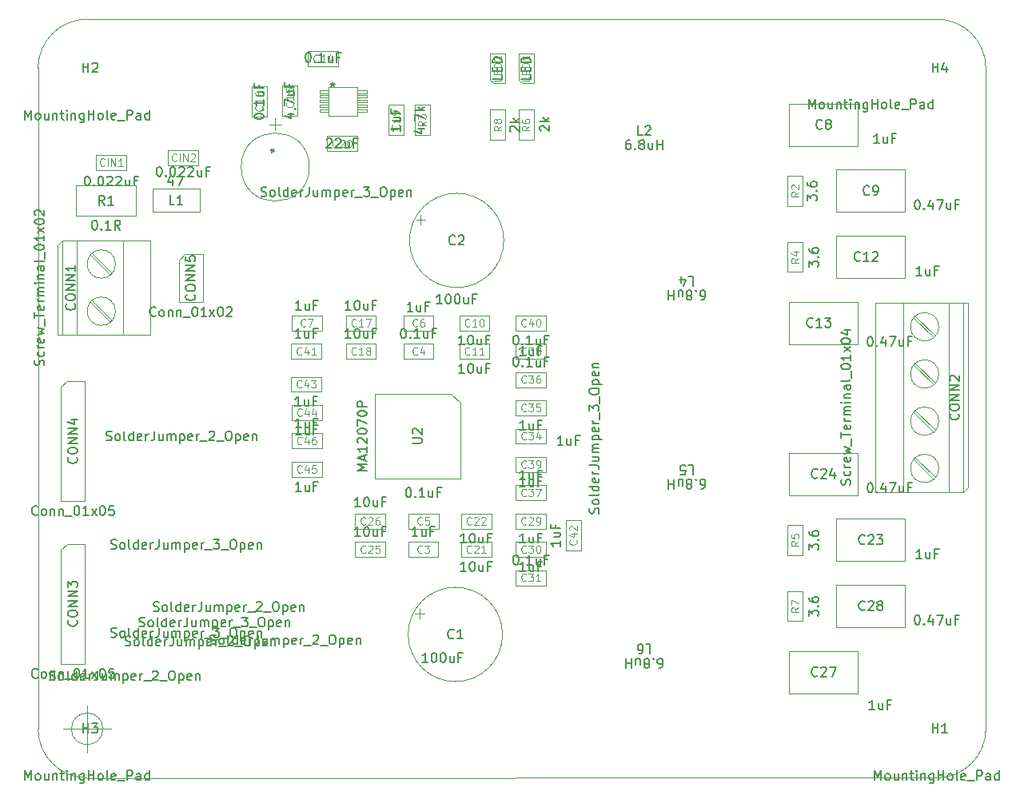
<source format=gbr>
%TF.GenerationSoftware,KiCad,Pcbnew,(6.0.0)*%
%TF.CreationDate,2022-01-08T20:11:28+01:00*%
%TF.ProjectId,ma12070p_amp_v06,6d613132-3037-4307-905f-616d705f7630,rev?*%
%TF.SameCoordinates,Original*%
%TF.FileFunction,AssemblyDrawing,Top*%
%FSLAX45Y45*%
G04 Gerber Fmt 4.5, Leading zero omitted, Abs format (unit mm)*
G04 Created by KiCad (PCBNEW (6.0.0)) date 2022-01-08 20:11:28*
%MOMM*%
%LPD*%
G01*
G04 APERTURE LIST*
%TA.AperFunction,Profile*%
%ADD10C,0.050000*%
%TD*%
%ADD11C,0.150000*%
%ADD12C,0.120000*%
%ADD13C,0.100000*%
G04 APERTURE END LIST*
D10*
X10980000Y-11900000D02*
G75*
G03*
X11500000Y-12420000I520000J0D01*
G01*
X20500000Y-12419376D02*
G75*
G03*
X21019375Y-11899375I0J519376D01*
G01*
X11500000Y-4380000D02*
G75*
G03*
X10980000Y-4900000I0J-520000D01*
G01*
X21019375Y-4900000D02*
G75*
G03*
X20500000Y-4380625I-519375J0D01*
G01*
X21019375Y-4900000D02*
X21019375Y-11899375D01*
X11500000Y-4380000D02*
X20500000Y-4380625D01*
X10980000Y-11900000D02*
X10980000Y-4900000D01*
X20500000Y-12419376D02*
X11500000Y-12420000D01*
X11666667Y-11900000D02*
G75*
G03*
X11666667Y-11900000I-166667J0D01*
G01*
X11250000Y-11900000D02*
X11750000Y-11900000D01*
X11500000Y-11650000D02*
X11500000Y-12150000D01*
D11*
%TO.C,JP10*%
X16916226Y-9617619D02*
X16920988Y-9603333D01*
X16920988Y-9579524D01*
X16916226Y-9570000D01*
X16911464Y-9565238D01*
X16901940Y-9560476D01*
X16892417Y-9560476D01*
X16882893Y-9565238D01*
X16878131Y-9570000D01*
X16873369Y-9579524D01*
X16868607Y-9598571D01*
X16863845Y-9608095D01*
X16859083Y-9612857D01*
X16849560Y-9617619D01*
X16840036Y-9617619D01*
X16830512Y-9612857D01*
X16825750Y-9608095D01*
X16820988Y-9598571D01*
X16820988Y-9574762D01*
X16825750Y-9560476D01*
X16920988Y-9503333D02*
X16916226Y-9512857D01*
X16911464Y-9517619D01*
X16901940Y-9522381D01*
X16873369Y-9522381D01*
X16863845Y-9517619D01*
X16859083Y-9512857D01*
X16854321Y-9503333D01*
X16854321Y-9489048D01*
X16859083Y-9479524D01*
X16863845Y-9474762D01*
X16873369Y-9470000D01*
X16901940Y-9470000D01*
X16911464Y-9474762D01*
X16916226Y-9479524D01*
X16920988Y-9489048D01*
X16920988Y-9503333D01*
X16920988Y-9412857D02*
X16916226Y-9422381D01*
X16906702Y-9427143D01*
X16820988Y-9427143D01*
X16920988Y-9331905D02*
X16820988Y-9331905D01*
X16916226Y-9331905D02*
X16920988Y-9341429D01*
X16920988Y-9360476D01*
X16916226Y-9370000D01*
X16911464Y-9374762D01*
X16901940Y-9379524D01*
X16873369Y-9379524D01*
X16863845Y-9374762D01*
X16859083Y-9370000D01*
X16854321Y-9360476D01*
X16854321Y-9341429D01*
X16859083Y-9331905D01*
X16916226Y-9246190D02*
X16920988Y-9255714D01*
X16920988Y-9274762D01*
X16916226Y-9284286D01*
X16906702Y-9289048D01*
X16868607Y-9289048D01*
X16859083Y-9284286D01*
X16854321Y-9274762D01*
X16854321Y-9255714D01*
X16859083Y-9246190D01*
X16868607Y-9241429D01*
X16878131Y-9241429D01*
X16887655Y-9289048D01*
X16920988Y-9198571D02*
X16854321Y-9198571D01*
X16873369Y-9198571D02*
X16863845Y-9193810D01*
X16859083Y-9189048D01*
X16854321Y-9179524D01*
X16854321Y-9170000D01*
X16820988Y-9108095D02*
X16892417Y-9108095D01*
X16906702Y-9112857D01*
X16916226Y-9122381D01*
X16920988Y-9136667D01*
X16920988Y-9146190D01*
X16854321Y-9017619D02*
X16920988Y-9017619D01*
X16854321Y-9060476D02*
X16906702Y-9060476D01*
X16916226Y-9055714D01*
X16920988Y-9046190D01*
X16920988Y-9031905D01*
X16916226Y-9022381D01*
X16911464Y-9017619D01*
X16920988Y-8970000D02*
X16854321Y-8970000D01*
X16863845Y-8970000D02*
X16859083Y-8965238D01*
X16854321Y-8955714D01*
X16854321Y-8941429D01*
X16859083Y-8931905D01*
X16868607Y-8927143D01*
X16920988Y-8927143D01*
X16868607Y-8927143D02*
X16859083Y-8922381D01*
X16854321Y-8912857D01*
X16854321Y-8898571D01*
X16859083Y-8889048D01*
X16868607Y-8884286D01*
X16920988Y-8884286D01*
X16854321Y-8836667D02*
X16954321Y-8836667D01*
X16859083Y-8836667D02*
X16854321Y-8827143D01*
X16854321Y-8808095D01*
X16859083Y-8798571D01*
X16863845Y-8793810D01*
X16873369Y-8789048D01*
X16901940Y-8789048D01*
X16911464Y-8793810D01*
X16916226Y-8798571D01*
X16920988Y-8808095D01*
X16920988Y-8827143D01*
X16916226Y-8836667D01*
X16916226Y-8708095D02*
X16920988Y-8717619D01*
X16920988Y-8736667D01*
X16916226Y-8746190D01*
X16906702Y-8750952D01*
X16868607Y-8750952D01*
X16859083Y-8746190D01*
X16854321Y-8736667D01*
X16854321Y-8717619D01*
X16859083Y-8708095D01*
X16868607Y-8703333D01*
X16878131Y-8703333D01*
X16887655Y-8750952D01*
X16920988Y-8660476D02*
X16854321Y-8660476D01*
X16873369Y-8660476D02*
X16863845Y-8655714D01*
X16859083Y-8650952D01*
X16854321Y-8641429D01*
X16854321Y-8631905D01*
X16930512Y-8622381D02*
X16930512Y-8546190D01*
X16820988Y-8531905D02*
X16820988Y-8470000D01*
X16859083Y-8503333D01*
X16859083Y-8489048D01*
X16863845Y-8479524D01*
X16868607Y-8474762D01*
X16878131Y-8470000D01*
X16901940Y-8470000D01*
X16911464Y-8474762D01*
X16916226Y-8479524D01*
X16920988Y-8489048D01*
X16920988Y-8517619D01*
X16916226Y-8527143D01*
X16911464Y-8531905D01*
X16930512Y-8450952D02*
X16930512Y-8374762D01*
X16820988Y-8331905D02*
X16820988Y-8312857D01*
X16825750Y-8303333D01*
X16835274Y-8293809D01*
X16854321Y-8289048D01*
X16887655Y-8289048D01*
X16906702Y-8293809D01*
X16916226Y-8303333D01*
X16920988Y-8312857D01*
X16920988Y-8331905D01*
X16916226Y-8341428D01*
X16906702Y-8350952D01*
X16887655Y-8355714D01*
X16854321Y-8355714D01*
X16835274Y-8350952D01*
X16825750Y-8341428D01*
X16820988Y-8331905D01*
X16854321Y-8246190D02*
X16954321Y-8246190D01*
X16859083Y-8246190D02*
X16854321Y-8236667D01*
X16854321Y-8217619D01*
X16859083Y-8208095D01*
X16863845Y-8203333D01*
X16873369Y-8198571D01*
X16901940Y-8198571D01*
X16911464Y-8203333D01*
X16916226Y-8208095D01*
X16920988Y-8217619D01*
X16920988Y-8236667D01*
X16916226Y-8246190D01*
X16916226Y-8117619D02*
X16920988Y-8127143D01*
X16920988Y-8146190D01*
X16916226Y-8155714D01*
X16906702Y-8160476D01*
X16868607Y-8160476D01*
X16859083Y-8155714D01*
X16854321Y-8146190D01*
X16854321Y-8127143D01*
X16859083Y-8117619D01*
X16868607Y-8112857D01*
X16878131Y-8112857D01*
X16887655Y-8160476D01*
X16854321Y-8070000D02*
X16920988Y-8070000D01*
X16863845Y-8070000D02*
X16859083Y-8065238D01*
X16854321Y-8055714D01*
X16854321Y-8041428D01*
X16859083Y-8031905D01*
X16868607Y-8027143D01*
X16920988Y-8027143D01*
%TO.C,C27*%
X19840476Y-11693364D02*
X19783333Y-11693364D01*
X19811905Y-11693364D02*
X19811905Y-11593364D01*
X19802381Y-11607650D01*
X19792857Y-11617174D01*
X19783333Y-11621936D01*
X19926190Y-11626698D02*
X19926190Y-11693364D01*
X19883333Y-11626698D02*
X19883333Y-11679078D01*
X19888095Y-11688602D01*
X19897619Y-11693364D01*
X19911905Y-11693364D01*
X19921429Y-11688602D01*
X19926190Y-11683840D01*
X20007143Y-11640983D02*
X19973810Y-11640983D01*
X19973810Y-11693364D02*
X19973810Y-11593364D01*
X20021429Y-11593364D01*
X19235714Y-11335714D02*
X19230952Y-11340476D01*
X19216667Y-11345238D01*
X19207143Y-11345238D01*
X19192857Y-11340476D01*
X19183333Y-11330952D01*
X19178571Y-11321428D01*
X19173810Y-11302381D01*
X19173810Y-11288095D01*
X19178571Y-11269048D01*
X19183333Y-11259524D01*
X19192857Y-11250000D01*
X19207143Y-11245238D01*
X19216667Y-11245238D01*
X19230952Y-11250000D01*
X19235714Y-11254762D01*
X19273810Y-11254762D02*
X19278571Y-11250000D01*
X19288095Y-11245238D01*
X19311905Y-11245238D01*
X19321429Y-11250000D01*
X19326190Y-11254762D01*
X19330952Y-11264286D01*
X19330952Y-11273809D01*
X19326190Y-11288095D01*
X19269048Y-11345238D01*
X19330952Y-11345238D01*
X19364286Y-11245238D02*
X19430952Y-11245238D01*
X19388095Y-11345238D01*
%TO.C,JP4*%
X12802381Y-11000476D02*
X12816667Y-11005238D01*
X12840476Y-11005238D01*
X12850000Y-11000476D01*
X12854762Y-10995714D01*
X12859524Y-10986190D01*
X12859524Y-10976667D01*
X12854762Y-10967143D01*
X12850000Y-10962381D01*
X12840476Y-10957619D01*
X12821428Y-10952857D01*
X12811905Y-10948095D01*
X12807143Y-10943333D01*
X12802381Y-10933810D01*
X12802381Y-10924286D01*
X12807143Y-10914762D01*
X12811905Y-10910000D01*
X12821428Y-10905238D01*
X12845238Y-10905238D01*
X12859524Y-10910000D01*
X12916667Y-11005238D02*
X12907143Y-11000476D01*
X12902381Y-10995714D01*
X12897619Y-10986190D01*
X12897619Y-10957619D01*
X12902381Y-10948095D01*
X12907143Y-10943333D01*
X12916667Y-10938571D01*
X12930952Y-10938571D01*
X12940476Y-10943333D01*
X12945238Y-10948095D01*
X12950000Y-10957619D01*
X12950000Y-10986190D01*
X12945238Y-10995714D01*
X12940476Y-11000476D01*
X12930952Y-11005238D01*
X12916667Y-11005238D01*
X13007143Y-11005238D02*
X12997619Y-11000476D01*
X12992857Y-10990952D01*
X12992857Y-10905238D01*
X13088095Y-11005238D02*
X13088095Y-10905238D01*
X13088095Y-11000476D02*
X13078571Y-11005238D01*
X13059524Y-11005238D01*
X13050000Y-11000476D01*
X13045238Y-10995714D01*
X13040476Y-10986190D01*
X13040476Y-10957619D01*
X13045238Y-10948095D01*
X13050000Y-10943333D01*
X13059524Y-10938571D01*
X13078571Y-10938571D01*
X13088095Y-10943333D01*
X13173809Y-11000476D02*
X13164286Y-11005238D01*
X13145238Y-11005238D01*
X13135714Y-11000476D01*
X13130952Y-10990952D01*
X13130952Y-10952857D01*
X13135714Y-10943333D01*
X13145238Y-10938571D01*
X13164286Y-10938571D01*
X13173809Y-10943333D01*
X13178571Y-10952857D01*
X13178571Y-10962381D01*
X13130952Y-10971905D01*
X13221428Y-11005238D02*
X13221428Y-10938571D01*
X13221428Y-10957619D02*
X13226190Y-10948095D01*
X13230952Y-10943333D01*
X13240476Y-10938571D01*
X13250000Y-10938571D01*
X13311905Y-10905238D02*
X13311905Y-10976667D01*
X13307143Y-10990952D01*
X13297619Y-11000476D01*
X13283333Y-11005238D01*
X13273809Y-11005238D01*
X13402381Y-10938571D02*
X13402381Y-11005238D01*
X13359524Y-10938571D02*
X13359524Y-10990952D01*
X13364286Y-11000476D01*
X13373809Y-11005238D01*
X13388095Y-11005238D01*
X13397619Y-11000476D01*
X13402381Y-10995714D01*
X13450000Y-11005238D02*
X13450000Y-10938571D01*
X13450000Y-10948095D02*
X13454762Y-10943333D01*
X13464286Y-10938571D01*
X13478571Y-10938571D01*
X13488095Y-10943333D01*
X13492857Y-10952857D01*
X13492857Y-11005238D01*
X13492857Y-10952857D02*
X13497619Y-10943333D01*
X13507143Y-10938571D01*
X13521428Y-10938571D01*
X13530952Y-10943333D01*
X13535714Y-10952857D01*
X13535714Y-11005238D01*
X13583333Y-10938571D02*
X13583333Y-11038571D01*
X13583333Y-10943333D02*
X13592857Y-10938571D01*
X13611905Y-10938571D01*
X13621428Y-10943333D01*
X13626190Y-10948095D01*
X13630952Y-10957619D01*
X13630952Y-10986190D01*
X13626190Y-10995714D01*
X13621428Y-11000476D01*
X13611905Y-11005238D01*
X13592857Y-11005238D01*
X13583333Y-11000476D01*
X13711905Y-11000476D02*
X13702381Y-11005238D01*
X13683333Y-11005238D01*
X13673809Y-11000476D01*
X13669048Y-10990952D01*
X13669048Y-10952857D01*
X13673809Y-10943333D01*
X13683333Y-10938571D01*
X13702381Y-10938571D01*
X13711905Y-10943333D01*
X13716667Y-10952857D01*
X13716667Y-10962381D01*
X13669048Y-10971905D01*
X13759524Y-11005238D02*
X13759524Y-10938571D01*
X13759524Y-10957619D02*
X13764286Y-10948095D01*
X13769048Y-10943333D01*
X13778571Y-10938571D01*
X13788095Y-10938571D01*
X13797619Y-11014762D02*
X13873809Y-11014762D01*
X13892857Y-10914762D02*
X13897619Y-10910000D01*
X13907143Y-10905238D01*
X13930952Y-10905238D01*
X13940476Y-10910000D01*
X13945238Y-10914762D01*
X13950000Y-10924286D01*
X13950000Y-10933810D01*
X13945238Y-10948095D01*
X13888095Y-11005238D01*
X13950000Y-11005238D01*
X13969048Y-11014762D02*
X14045238Y-11014762D01*
X14088095Y-10905238D02*
X14107143Y-10905238D01*
X14116667Y-10910000D01*
X14126190Y-10919524D01*
X14130952Y-10938571D01*
X14130952Y-10971905D01*
X14126190Y-10990952D01*
X14116667Y-11000476D01*
X14107143Y-11005238D01*
X14088095Y-11005238D01*
X14078571Y-11000476D01*
X14069048Y-10990952D01*
X14064286Y-10971905D01*
X14064286Y-10938571D01*
X14069048Y-10919524D01*
X14078571Y-10910000D01*
X14088095Y-10905238D01*
X14173809Y-10938571D02*
X14173809Y-11038571D01*
X14173809Y-10943333D02*
X14183333Y-10938571D01*
X14202381Y-10938571D01*
X14211905Y-10943333D01*
X14216667Y-10948095D01*
X14221428Y-10957619D01*
X14221428Y-10986190D01*
X14216667Y-10995714D01*
X14211905Y-11000476D01*
X14202381Y-11005238D01*
X14183333Y-11005238D01*
X14173809Y-11000476D01*
X14302381Y-11000476D02*
X14292857Y-11005238D01*
X14273809Y-11005238D01*
X14264286Y-11000476D01*
X14259524Y-10990952D01*
X14259524Y-10952857D01*
X14264286Y-10943333D01*
X14273809Y-10938571D01*
X14292857Y-10938571D01*
X14302381Y-10943333D01*
X14307143Y-10952857D01*
X14307143Y-10962381D01*
X14259524Y-10971905D01*
X14350000Y-10938571D02*
X14350000Y-11005238D01*
X14350000Y-10948095D02*
X14354762Y-10943333D01*
X14364286Y-10938571D01*
X14378571Y-10938571D01*
X14388095Y-10943333D01*
X14392857Y-10952857D01*
X14392857Y-11005238D01*
%TO.C,C7*%
X13765476Y-7460238D02*
X13708333Y-7460238D01*
X13736905Y-7460238D02*
X13736905Y-7360238D01*
X13727381Y-7374524D01*
X13717857Y-7384048D01*
X13708333Y-7388809D01*
X13851190Y-7393571D02*
X13851190Y-7460238D01*
X13808333Y-7393571D02*
X13808333Y-7445952D01*
X13813095Y-7455476D01*
X13822619Y-7460238D01*
X13836905Y-7460238D01*
X13846428Y-7455476D01*
X13851190Y-7450714D01*
X13932143Y-7407857D02*
X13898809Y-7407857D01*
X13898809Y-7460238D02*
X13898809Y-7360238D01*
X13946428Y-7360238D01*
D12*
X13811667Y-7628571D02*
X13807857Y-7632381D01*
X13796428Y-7636190D01*
X13788809Y-7636190D01*
X13777381Y-7632381D01*
X13769762Y-7624762D01*
X13765952Y-7617143D01*
X13762143Y-7601905D01*
X13762143Y-7590476D01*
X13765952Y-7575238D01*
X13769762Y-7567619D01*
X13777381Y-7560000D01*
X13788809Y-7556190D01*
X13796428Y-7556190D01*
X13807857Y-7560000D01*
X13811667Y-7563809D01*
X13838333Y-7556190D02*
X13891667Y-7556190D01*
X13857381Y-7636190D01*
D11*
%TO.C,C29*%
X16140476Y-9930238D02*
X16083333Y-9930238D01*
X16111905Y-9930238D02*
X16111905Y-9830238D01*
X16102381Y-9844524D01*
X16092857Y-9854048D01*
X16083333Y-9858810D01*
X16226190Y-9863571D02*
X16226190Y-9930238D01*
X16183333Y-9863571D02*
X16183333Y-9915952D01*
X16188095Y-9925476D01*
X16197619Y-9930238D01*
X16211905Y-9930238D01*
X16221428Y-9925476D01*
X16226190Y-9920714D01*
X16307143Y-9877857D02*
X16273809Y-9877857D01*
X16273809Y-9930238D02*
X16273809Y-9830238D01*
X16321428Y-9830238D01*
D12*
X16148571Y-9728571D02*
X16144762Y-9732381D01*
X16133333Y-9736190D01*
X16125714Y-9736190D01*
X16114286Y-9732381D01*
X16106667Y-9724762D01*
X16102857Y-9717143D01*
X16099048Y-9701905D01*
X16099048Y-9690476D01*
X16102857Y-9675238D01*
X16106667Y-9667619D01*
X16114286Y-9660000D01*
X16125714Y-9656190D01*
X16133333Y-9656190D01*
X16144762Y-9660000D01*
X16148571Y-9663810D01*
X16179048Y-9663810D02*
X16182857Y-9660000D01*
X16190476Y-9656190D01*
X16209524Y-9656190D01*
X16217143Y-9660000D01*
X16220952Y-9663810D01*
X16224762Y-9671429D01*
X16224762Y-9679048D01*
X16220952Y-9690476D01*
X16175238Y-9736190D01*
X16224762Y-9736190D01*
X16262857Y-9736190D02*
X16278095Y-9736190D01*
X16285714Y-9732381D01*
X16289524Y-9728571D01*
X16297143Y-9717143D01*
X16300952Y-9701905D01*
X16300952Y-9671429D01*
X16297143Y-9663810D01*
X16293333Y-9660000D01*
X16285714Y-9656190D01*
X16270476Y-9656190D01*
X16262857Y-9660000D01*
X16259048Y-9663810D01*
X16255238Y-9671429D01*
X16255238Y-9690476D01*
X16259048Y-9698095D01*
X16262857Y-9701905D01*
X16270476Y-9705714D01*
X16285714Y-9705714D01*
X16293333Y-9701905D01*
X16297143Y-9698095D01*
X16300952Y-9690476D01*
D11*
%TO.C,CONN4*%
X10976190Y-9627214D02*
X10971429Y-9631976D01*
X10957143Y-9636738D01*
X10947619Y-9636738D01*
X10933333Y-9631976D01*
X10923810Y-9622452D01*
X10919048Y-9612929D01*
X10914286Y-9593881D01*
X10914286Y-9579595D01*
X10919048Y-9560548D01*
X10923810Y-9551024D01*
X10933333Y-9541500D01*
X10947619Y-9536738D01*
X10957143Y-9536738D01*
X10971429Y-9541500D01*
X10976190Y-9546262D01*
X11033333Y-9636738D02*
X11023810Y-9631976D01*
X11019048Y-9627214D01*
X11014286Y-9617690D01*
X11014286Y-9589119D01*
X11019048Y-9579595D01*
X11023810Y-9574833D01*
X11033333Y-9570071D01*
X11047619Y-9570071D01*
X11057143Y-9574833D01*
X11061905Y-9579595D01*
X11066667Y-9589119D01*
X11066667Y-9617690D01*
X11061905Y-9627214D01*
X11057143Y-9631976D01*
X11047619Y-9636738D01*
X11033333Y-9636738D01*
X11109524Y-9570071D02*
X11109524Y-9636738D01*
X11109524Y-9579595D02*
X11114286Y-9574833D01*
X11123810Y-9570071D01*
X11138095Y-9570071D01*
X11147619Y-9574833D01*
X11152381Y-9584357D01*
X11152381Y-9636738D01*
X11200000Y-9570071D02*
X11200000Y-9636738D01*
X11200000Y-9579595D02*
X11204762Y-9574833D01*
X11214286Y-9570071D01*
X11228571Y-9570071D01*
X11238095Y-9574833D01*
X11242857Y-9584357D01*
X11242857Y-9636738D01*
X11266667Y-9646262D02*
X11342857Y-9646262D01*
X11385714Y-9536738D02*
X11395238Y-9536738D01*
X11404762Y-9541500D01*
X11409524Y-9546262D01*
X11414286Y-9555786D01*
X11419048Y-9574833D01*
X11419048Y-9598643D01*
X11414286Y-9617690D01*
X11409524Y-9627214D01*
X11404762Y-9631976D01*
X11395238Y-9636738D01*
X11385714Y-9636738D01*
X11376190Y-9631976D01*
X11371428Y-9627214D01*
X11366667Y-9617690D01*
X11361905Y-9598643D01*
X11361905Y-9574833D01*
X11366667Y-9555786D01*
X11371428Y-9546262D01*
X11376190Y-9541500D01*
X11385714Y-9536738D01*
X11514286Y-9636738D02*
X11457143Y-9636738D01*
X11485714Y-9636738D02*
X11485714Y-9536738D01*
X11476190Y-9551024D01*
X11466667Y-9560548D01*
X11457143Y-9565310D01*
X11547619Y-9636738D02*
X11600000Y-9570071D01*
X11547619Y-9570071D02*
X11600000Y-9636738D01*
X11657143Y-9536738D02*
X11666667Y-9536738D01*
X11676190Y-9541500D01*
X11680952Y-9546262D01*
X11685714Y-9555786D01*
X11690476Y-9574833D01*
X11690476Y-9598643D01*
X11685714Y-9617690D01*
X11680952Y-9627214D01*
X11676190Y-9631976D01*
X11666667Y-9636738D01*
X11657143Y-9636738D01*
X11647619Y-9631976D01*
X11642857Y-9627214D01*
X11638095Y-9617690D01*
X11633333Y-9598643D01*
X11633333Y-9574833D01*
X11638095Y-9555786D01*
X11642857Y-9546262D01*
X11647619Y-9541500D01*
X11657143Y-9536738D01*
X11780952Y-9536738D02*
X11733333Y-9536738D01*
X11728571Y-9584357D01*
X11733333Y-9579595D01*
X11742857Y-9574833D01*
X11766667Y-9574833D01*
X11776190Y-9579595D01*
X11780952Y-9584357D01*
X11785714Y-9593881D01*
X11785714Y-9617690D01*
X11780952Y-9627214D01*
X11776190Y-9631976D01*
X11766667Y-9636738D01*
X11742857Y-9636738D01*
X11733333Y-9631976D01*
X11728571Y-9627214D01*
X11385714Y-9024310D02*
X11390476Y-9029071D01*
X11395238Y-9043357D01*
X11395238Y-9052881D01*
X11390476Y-9067167D01*
X11380952Y-9076690D01*
X11371428Y-9081452D01*
X11352381Y-9086214D01*
X11338095Y-9086214D01*
X11319048Y-9081452D01*
X11309524Y-9076690D01*
X11300000Y-9067167D01*
X11295238Y-9052881D01*
X11295238Y-9043357D01*
X11300000Y-9029071D01*
X11304762Y-9024310D01*
X11295238Y-8962405D02*
X11295238Y-8943357D01*
X11300000Y-8933833D01*
X11309524Y-8924310D01*
X11328571Y-8919548D01*
X11361905Y-8919548D01*
X11380952Y-8924310D01*
X11390476Y-8933833D01*
X11395238Y-8943357D01*
X11395238Y-8962405D01*
X11390476Y-8971929D01*
X11380952Y-8981452D01*
X11361905Y-8986214D01*
X11328571Y-8986214D01*
X11309524Y-8981452D01*
X11300000Y-8971929D01*
X11295238Y-8962405D01*
X11395238Y-8876690D02*
X11295238Y-8876690D01*
X11395238Y-8819548D01*
X11295238Y-8819548D01*
X11395238Y-8771929D02*
X11295238Y-8771929D01*
X11395238Y-8714786D01*
X11295238Y-8714786D01*
X11328571Y-8624310D02*
X11395238Y-8624310D01*
X11290476Y-8648119D02*
X11361905Y-8671929D01*
X11361905Y-8610024D01*
%TO.C,CIN2*%
X12259226Y-5945238D02*
X12268750Y-5945238D01*
X12278274Y-5950000D01*
X12283036Y-5954762D01*
X12287798Y-5964286D01*
X12292559Y-5983333D01*
X12292559Y-6007143D01*
X12287798Y-6026190D01*
X12283036Y-6035714D01*
X12278274Y-6040476D01*
X12268750Y-6045238D01*
X12259226Y-6045238D01*
X12249702Y-6040476D01*
X12244940Y-6035714D01*
X12240178Y-6026190D01*
X12235417Y-6007143D01*
X12235417Y-5983333D01*
X12240178Y-5964286D01*
X12244940Y-5954762D01*
X12249702Y-5950000D01*
X12259226Y-5945238D01*
X12335417Y-6035714D02*
X12340178Y-6040476D01*
X12335417Y-6045238D01*
X12330655Y-6040476D01*
X12335417Y-6035714D01*
X12335417Y-6045238D01*
X12402083Y-5945238D02*
X12411607Y-5945238D01*
X12421131Y-5950000D01*
X12425893Y-5954762D01*
X12430655Y-5964286D01*
X12435417Y-5983333D01*
X12435417Y-6007143D01*
X12430655Y-6026190D01*
X12425893Y-6035714D01*
X12421131Y-6040476D01*
X12411607Y-6045238D01*
X12402083Y-6045238D01*
X12392559Y-6040476D01*
X12387798Y-6035714D01*
X12383036Y-6026190D01*
X12378274Y-6007143D01*
X12378274Y-5983333D01*
X12383036Y-5964286D01*
X12387798Y-5954762D01*
X12392559Y-5950000D01*
X12402083Y-5945238D01*
X12473512Y-5954762D02*
X12478274Y-5950000D01*
X12487798Y-5945238D01*
X12511607Y-5945238D01*
X12521131Y-5950000D01*
X12525893Y-5954762D01*
X12530655Y-5964286D01*
X12530655Y-5973809D01*
X12525893Y-5988095D01*
X12468750Y-6045238D01*
X12530655Y-6045238D01*
X12568750Y-5954762D02*
X12573512Y-5950000D01*
X12583036Y-5945238D01*
X12606845Y-5945238D01*
X12616369Y-5950000D01*
X12621131Y-5954762D01*
X12625893Y-5964286D01*
X12625893Y-5973809D01*
X12621131Y-5988095D01*
X12563988Y-6045238D01*
X12625893Y-6045238D01*
X12711607Y-5978571D02*
X12711607Y-6045238D01*
X12668750Y-5978571D02*
X12668750Y-6030952D01*
X12673512Y-6040476D01*
X12683036Y-6045238D01*
X12697321Y-6045238D01*
X12706845Y-6040476D01*
X12711607Y-6035714D01*
X12792559Y-5992857D02*
X12759226Y-5992857D01*
X12759226Y-6045238D02*
X12759226Y-5945238D01*
X12806845Y-5945238D01*
D12*
X12444464Y-5878571D02*
X12440655Y-5882381D01*
X12429226Y-5886190D01*
X12421607Y-5886190D01*
X12410178Y-5882381D01*
X12402559Y-5874762D01*
X12398750Y-5867143D01*
X12394940Y-5851905D01*
X12394940Y-5840476D01*
X12398750Y-5825238D01*
X12402559Y-5817619D01*
X12410178Y-5810000D01*
X12421607Y-5806190D01*
X12429226Y-5806190D01*
X12440655Y-5810000D01*
X12444464Y-5813809D01*
X12478750Y-5886190D02*
X12478750Y-5806190D01*
X12516845Y-5886190D02*
X12516845Y-5806190D01*
X12562559Y-5886190D01*
X12562559Y-5806190D01*
X12596845Y-5813809D02*
X12600655Y-5810000D01*
X12608274Y-5806190D01*
X12627321Y-5806190D01*
X12634940Y-5810000D01*
X12638750Y-5813809D01*
X12642559Y-5821428D01*
X12642559Y-5829048D01*
X12638750Y-5840476D01*
X12593036Y-5886190D01*
X12642559Y-5886190D01*
D11*
%TO.C,C36*%
X16035714Y-7960238D02*
X16045238Y-7960238D01*
X16054762Y-7965000D01*
X16059524Y-7969762D01*
X16064286Y-7979286D01*
X16069048Y-7998333D01*
X16069048Y-8022143D01*
X16064286Y-8041190D01*
X16059524Y-8050714D01*
X16054762Y-8055476D01*
X16045238Y-8060238D01*
X16035714Y-8060238D01*
X16026190Y-8055476D01*
X16021428Y-8050714D01*
X16016667Y-8041190D01*
X16011905Y-8022143D01*
X16011905Y-7998333D01*
X16016667Y-7979286D01*
X16021428Y-7969762D01*
X16026190Y-7965000D01*
X16035714Y-7960238D01*
X16111905Y-8050714D02*
X16116667Y-8055476D01*
X16111905Y-8060238D01*
X16107143Y-8055476D01*
X16111905Y-8050714D01*
X16111905Y-8060238D01*
X16211905Y-8060238D02*
X16154762Y-8060238D01*
X16183333Y-8060238D02*
X16183333Y-7960238D01*
X16173809Y-7974524D01*
X16164286Y-7984048D01*
X16154762Y-7988809D01*
X16297619Y-7993571D02*
X16297619Y-8060238D01*
X16254762Y-7993571D02*
X16254762Y-8045952D01*
X16259524Y-8055476D01*
X16269048Y-8060238D01*
X16283333Y-8060238D01*
X16292857Y-8055476D01*
X16297619Y-8050714D01*
X16378571Y-8007857D02*
X16345238Y-8007857D01*
X16345238Y-8060238D02*
X16345238Y-7960238D01*
X16392857Y-7960238D01*
D12*
X16148571Y-8228571D02*
X16144762Y-8232381D01*
X16133333Y-8236190D01*
X16125714Y-8236190D01*
X16114286Y-8232381D01*
X16106667Y-8224762D01*
X16102857Y-8217143D01*
X16099048Y-8201905D01*
X16099048Y-8190476D01*
X16102857Y-8175238D01*
X16106667Y-8167619D01*
X16114286Y-8160000D01*
X16125714Y-8156190D01*
X16133333Y-8156190D01*
X16144762Y-8160000D01*
X16148571Y-8163809D01*
X16175238Y-8156190D02*
X16224762Y-8156190D01*
X16198095Y-8186667D01*
X16209524Y-8186667D01*
X16217143Y-8190476D01*
X16220952Y-8194286D01*
X16224762Y-8201905D01*
X16224762Y-8220952D01*
X16220952Y-8228571D01*
X16217143Y-8232381D01*
X16209524Y-8236190D01*
X16186667Y-8236190D01*
X16179048Y-8232381D01*
X16175238Y-8228571D01*
X16293333Y-8156190D02*
X16278095Y-8156190D01*
X16270476Y-8160000D01*
X16266667Y-8163809D01*
X16259048Y-8175238D01*
X16255238Y-8190476D01*
X16255238Y-8220952D01*
X16259048Y-8228571D01*
X16262857Y-8232381D01*
X16270476Y-8236190D01*
X16285714Y-8236190D01*
X16293333Y-8232381D01*
X16297143Y-8228571D01*
X16300952Y-8220952D01*
X16300952Y-8201905D01*
X16297143Y-8194286D01*
X16293333Y-8190476D01*
X16285714Y-8186667D01*
X16270476Y-8186667D01*
X16262857Y-8190476D01*
X16259048Y-8194286D01*
X16255238Y-8201905D01*
D11*
%TO.C,C10*%
X15494857Y-7830238D02*
X15437714Y-7830238D01*
X15466286Y-7830238D02*
X15466286Y-7730238D01*
X15456762Y-7744524D01*
X15447238Y-7754048D01*
X15437714Y-7758809D01*
X15556762Y-7730238D02*
X15566286Y-7730238D01*
X15575809Y-7735000D01*
X15580571Y-7739762D01*
X15585333Y-7749286D01*
X15590095Y-7768333D01*
X15590095Y-7792143D01*
X15585333Y-7811190D01*
X15580571Y-7820714D01*
X15575809Y-7825476D01*
X15566286Y-7830238D01*
X15556762Y-7830238D01*
X15547238Y-7825476D01*
X15542476Y-7820714D01*
X15537714Y-7811190D01*
X15532952Y-7792143D01*
X15532952Y-7768333D01*
X15537714Y-7749286D01*
X15542476Y-7739762D01*
X15547238Y-7735000D01*
X15556762Y-7730238D01*
X15675809Y-7763571D02*
X15675809Y-7830238D01*
X15632952Y-7763571D02*
X15632952Y-7815952D01*
X15637714Y-7825476D01*
X15647238Y-7830238D01*
X15661524Y-7830238D01*
X15671048Y-7825476D01*
X15675809Y-7820714D01*
X15756762Y-7777857D02*
X15723428Y-7777857D01*
X15723428Y-7830238D02*
X15723428Y-7730238D01*
X15771048Y-7730238D01*
D12*
X15550571Y-7628571D02*
X15546762Y-7632381D01*
X15535333Y-7636190D01*
X15527714Y-7636190D01*
X15516286Y-7632381D01*
X15508667Y-7624762D01*
X15504857Y-7617143D01*
X15501048Y-7601905D01*
X15501048Y-7590476D01*
X15504857Y-7575238D01*
X15508667Y-7567619D01*
X15516286Y-7560000D01*
X15527714Y-7556190D01*
X15535333Y-7556190D01*
X15546762Y-7560000D01*
X15550571Y-7563809D01*
X15626762Y-7636190D02*
X15581048Y-7636190D01*
X15603905Y-7636190D02*
X15603905Y-7556190D01*
X15596286Y-7567619D01*
X15588667Y-7575238D01*
X15581048Y-7579048D01*
X15676286Y-7556190D02*
X15683905Y-7556190D01*
X15691524Y-7560000D01*
X15695333Y-7563809D01*
X15699143Y-7571428D01*
X15702952Y-7586667D01*
X15702952Y-7605714D01*
X15699143Y-7620952D01*
X15695333Y-7628571D01*
X15691524Y-7632381D01*
X15683905Y-7636190D01*
X15676286Y-7636190D01*
X15668667Y-7632381D01*
X15664857Y-7628571D01*
X15661048Y-7620952D01*
X15657238Y-7605714D01*
X15657238Y-7586667D01*
X15661048Y-7571428D01*
X15664857Y-7563809D01*
X15668667Y-7560000D01*
X15676286Y-7556190D01*
D11*
%TO.C,C18*%
X14292857Y-7760238D02*
X14235714Y-7760238D01*
X14264286Y-7760238D02*
X14264286Y-7660238D01*
X14254762Y-7674524D01*
X14245238Y-7684048D01*
X14235714Y-7688809D01*
X14354762Y-7660238D02*
X14364286Y-7660238D01*
X14373809Y-7665000D01*
X14378571Y-7669762D01*
X14383333Y-7679286D01*
X14388095Y-7698333D01*
X14388095Y-7722143D01*
X14383333Y-7741190D01*
X14378571Y-7750714D01*
X14373809Y-7755476D01*
X14364286Y-7760238D01*
X14354762Y-7760238D01*
X14345238Y-7755476D01*
X14340476Y-7750714D01*
X14335714Y-7741190D01*
X14330952Y-7722143D01*
X14330952Y-7698333D01*
X14335714Y-7679286D01*
X14340476Y-7669762D01*
X14345238Y-7665000D01*
X14354762Y-7660238D01*
X14473809Y-7693571D02*
X14473809Y-7760238D01*
X14430952Y-7693571D02*
X14430952Y-7745952D01*
X14435714Y-7755476D01*
X14445238Y-7760238D01*
X14459524Y-7760238D01*
X14469048Y-7755476D01*
X14473809Y-7750714D01*
X14554762Y-7707857D02*
X14521428Y-7707857D01*
X14521428Y-7760238D02*
X14521428Y-7660238D01*
X14569048Y-7660238D01*
D12*
X14348571Y-7928571D02*
X14344762Y-7932381D01*
X14333333Y-7936190D01*
X14325714Y-7936190D01*
X14314286Y-7932381D01*
X14306667Y-7924762D01*
X14302857Y-7917143D01*
X14299048Y-7901905D01*
X14299048Y-7890476D01*
X14302857Y-7875238D01*
X14306667Y-7867619D01*
X14314286Y-7860000D01*
X14325714Y-7856190D01*
X14333333Y-7856190D01*
X14344762Y-7860000D01*
X14348571Y-7863809D01*
X14424762Y-7936190D02*
X14379048Y-7936190D01*
X14401905Y-7936190D02*
X14401905Y-7856190D01*
X14394286Y-7867619D01*
X14386667Y-7875238D01*
X14379048Y-7879048D01*
X14470476Y-7890476D02*
X14462857Y-7886667D01*
X14459048Y-7882857D01*
X14455238Y-7875238D01*
X14455238Y-7871428D01*
X14459048Y-7863809D01*
X14462857Y-7860000D01*
X14470476Y-7856190D01*
X14485714Y-7856190D01*
X14493333Y-7860000D01*
X14497143Y-7863809D01*
X14500952Y-7871428D01*
X14500952Y-7875238D01*
X14497143Y-7882857D01*
X14493333Y-7886667D01*
X14485714Y-7890476D01*
X14470476Y-7890476D01*
X14462857Y-7894286D01*
X14459048Y-7898095D01*
X14455238Y-7905714D01*
X14455238Y-7920952D01*
X14459048Y-7928571D01*
X14462857Y-7932381D01*
X14470476Y-7936190D01*
X14485714Y-7936190D01*
X14493333Y-7932381D01*
X14497143Y-7928571D01*
X14500952Y-7920952D01*
X14500952Y-7905714D01*
X14497143Y-7898095D01*
X14493333Y-7894286D01*
X14485714Y-7890476D01*
D11*
%TO.C,C40*%
X16035714Y-7730238D02*
X16045238Y-7730238D01*
X16054762Y-7735000D01*
X16059524Y-7739762D01*
X16064286Y-7749286D01*
X16069048Y-7768333D01*
X16069048Y-7792143D01*
X16064286Y-7811190D01*
X16059524Y-7820714D01*
X16054762Y-7825476D01*
X16045238Y-7830238D01*
X16035714Y-7830238D01*
X16026190Y-7825476D01*
X16021428Y-7820714D01*
X16016667Y-7811190D01*
X16011905Y-7792143D01*
X16011905Y-7768333D01*
X16016667Y-7749286D01*
X16021428Y-7739762D01*
X16026190Y-7735000D01*
X16035714Y-7730238D01*
X16111905Y-7820714D02*
X16116667Y-7825476D01*
X16111905Y-7830238D01*
X16107143Y-7825476D01*
X16111905Y-7820714D01*
X16111905Y-7830238D01*
X16211905Y-7830238D02*
X16154762Y-7830238D01*
X16183333Y-7830238D02*
X16183333Y-7730238D01*
X16173809Y-7744524D01*
X16164286Y-7754048D01*
X16154762Y-7758809D01*
X16297619Y-7763571D02*
X16297619Y-7830238D01*
X16254762Y-7763571D02*
X16254762Y-7815952D01*
X16259524Y-7825476D01*
X16269048Y-7830238D01*
X16283333Y-7830238D01*
X16292857Y-7825476D01*
X16297619Y-7820714D01*
X16378571Y-7777857D02*
X16345238Y-7777857D01*
X16345238Y-7830238D02*
X16345238Y-7730238D01*
X16392857Y-7730238D01*
D12*
X16148571Y-7628571D02*
X16144762Y-7632381D01*
X16133333Y-7636190D01*
X16125714Y-7636190D01*
X16114286Y-7632381D01*
X16106667Y-7624762D01*
X16102857Y-7617143D01*
X16099048Y-7601905D01*
X16099048Y-7590476D01*
X16102857Y-7575238D01*
X16106667Y-7567619D01*
X16114286Y-7560000D01*
X16125714Y-7556190D01*
X16133333Y-7556190D01*
X16144762Y-7560000D01*
X16148571Y-7563809D01*
X16217143Y-7582857D02*
X16217143Y-7636190D01*
X16198095Y-7552381D02*
X16179048Y-7609524D01*
X16228571Y-7609524D01*
X16274286Y-7556190D02*
X16281905Y-7556190D01*
X16289524Y-7560000D01*
X16293333Y-7563809D01*
X16297143Y-7571428D01*
X16300952Y-7586667D01*
X16300952Y-7605714D01*
X16297143Y-7620952D01*
X16293333Y-7628571D01*
X16289524Y-7632381D01*
X16281905Y-7636190D01*
X16274286Y-7636190D01*
X16266667Y-7632381D01*
X16262857Y-7628571D01*
X16259048Y-7620952D01*
X16255238Y-7605714D01*
X16255238Y-7586667D01*
X16259048Y-7571428D01*
X16262857Y-7563809D01*
X16266667Y-7560000D01*
X16274286Y-7556190D01*
D11*
%TO.C,C4*%
X14845714Y-7660238D02*
X14855238Y-7660238D01*
X14864762Y-7665000D01*
X14869524Y-7669762D01*
X14874286Y-7679286D01*
X14879048Y-7698333D01*
X14879048Y-7722143D01*
X14874286Y-7741190D01*
X14869524Y-7750714D01*
X14864762Y-7755476D01*
X14855238Y-7760238D01*
X14845714Y-7760238D01*
X14836190Y-7755476D01*
X14831428Y-7750714D01*
X14826667Y-7741190D01*
X14821905Y-7722143D01*
X14821905Y-7698333D01*
X14826667Y-7679286D01*
X14831428Y-7669762D01*
X14836190Y-7665000D01*
X14845714Y-7660238D01*
X14921905Y-7750714D02*
X14926667Y-7755476D01*
X14921905Y-7760238D01*
X14917143Y-7755476D01*
X14921905Y-7750714D01*
X14921905Y-7760238D01*
X15021905Y-7760238D02*
X14964762Y-7760238D01*
X14993333Y-7760238D02*
X14993333Y-7660238D01*
X14983809Y-7674524D01*
X14974286Y-7684048D01*
X14964762Y-7688809D01*
X15107619Y-7693571D02*
X15107619Y-7760238D01*
X15064762Y-7693571D02*
X15064762Y-7745952D01*
X15069524Y-7755476D01*
X15079048Y-7760238D01*
X15093333Y-7760238D01*
X15102857Y-7755476D01*
X15107619Y-7750714D01*
X15188571Y-7707857D02*
X15155238Y-7707857D01*
X15155238Y-7760238D02*
X15155238Y-7660238D01*
X15202857Y-7660238D01*
D12*
X14996667Y-7928571D02*
X14992857Y-7932381D01*
X14981428Y-7936190D01*
X14973809Y-7936190D01*
X14962381Y-7932381D01*
X14954762Y-7924762D01*
X14950952Y-7917143D01*
X14947143Y-7901905D01*
X14947143Y-7890476D01*
X14950952Y-7875238D01*
X14954762Y-7867619D01*
X14962381Y-7860000D01*
X14973809Y-7856190D01*
X14981428Y-7856190D01*
X14992857Y-7860000D01*
X14996667Y-7863809D01*
X15065238Y-7882857D02*
X15065238Y-7936190D01*
X15046190Y-7852381D02*
X15027143Y-7909524D01*
X15076667Y-7909524D01*
D11*
%TO.C,C16*%
X13270238Y-5414286D02*
X13270238Y-5404762D01*
X13275000Y-5395238D01*
X13279762Y-5390476D01*
X13289286Y-5385714D01*
X13308333Y-5380952D01*
X13332143Y-5380952D01*
X13351190Y-5385714D01*
X13360714Y-5390476D01*
X13365476Y-5395238D01*
X13370238Y-5404762D01*
X13370238Y-5414286D01*
X13365476Y-5423810D01*
X13360714Y-5428571D01*
X13351190Y-5433333D01*
X13332143Y-5438095D01*
X13308333Y-5438095D01*
X13289286Y-5433333D01*
X13279762Y-5428571D01*
X13275000Y-5423810D01*
X13270238Y-5414286D01*
X13360714Y-5338095D02*
X13365476Y-5333333D01*
X13370238Y-5338095D01*
X13365476Y-5342857D01*
X13360714Y-5338095D01*
X13370238Y-5338095D01*
X13370238Y-5238095D02*
X13370238Y-5295238D01*
X13370238Y-5266667D02*
X13270238Y-5266667D01*
X13284524Y-5276190D01*
X13294048Y-5285714D01*
X13298809Y-5295238D01*
X13303571Y-5152381D02*
X13370238Y-5152381D01*
X13303571Y-5195238D02*
X13355952Y-5195238D01*
X13365476Y-5190476D01*
X13370238Y-5180952D01*
X13370238Y-5166667D01*
X13365476Y-5157143D01*
X13360714Y-5152381D01*
X13317857Y-5071429D02*
X13317857Y-5104762D01*
X13370238Y-5104762D02*
X13270238Y-5104762D01*
X13270238Y-5057143D01*
D12*
X13353571Y-5301429D02*
X13357381Y-5305238D01*
X13361190Y-5316667D01*
X13361190Y-5324286D01*
X13357381Y-5335714D01*
X13349762Y-5343333D01*
X13342143Y-5347143D01*
X13326905Y-5350952D01*
X13315476Y-5350952D01*
X13300238Y-5347143D01*
X13292619Y-5343333D01*
X13285000Y-5335714D01*
X13281190Y-5324286D01*
X13281190Y-5316667D01*
X13285000Y-5305238D01*
X13288809Y-5301429D01*
X13361190Y-5225238D02*
X13361190Y-5270952D01*
X13361190Y-5248095D02*
X13281190Y-5248095D01*
X13292619Y-5255714D01*
X13300238Y-5263333D01*
X13304048Y-5270952D01*
X13281190Y-5156667D02*
X13281190Y-5171905D01*
X13285000Y-5179524D01*
X13288809Y-5183333D01*
X13300238Y-5190952D01*
X13315476Y-5194762D01*
X13345952Y-5194762D01*
X13353571Y-5190952D01*
X13357381Y-5187143D01*
X13361190Y-5179524D01*
X13361190Y-5164286D01*
X13357381Y-5156667D01*
X13353571Y-5152857D01*
X13345952Y-5149048D01*
X13326905Y-5149048D01*
X13319286Y-5152857D01*
X13315476Y-5156667D01*
X13311667Y-5164286D01*
X13311667Y-5179524D01*
X13315476Y-5187143D01*
X13319286Y-5190952D01*
X13326905Y-5194762D01*
D11*
%TO.C,C21*%
X15512857Y-10230238D02*
X15455714Y-10230238D01*
X15484286Y-10230238D02*
X15484286Y-10130238D01*
X15474762Y-10144524D01*
X15465238Y-10154048D01*
X15455714Y-10158810D01*
X15574762Y-10130238D02*
X15584286Y-10130238D01*
X15593809Y-10135000D01*
X15598571Y-10139762D01*
X15603333Y-10149286D01*
X15608095Y-10168333D01*
X15608095Y-10192143D01*
X15603333Y-10211190D01*
X15598571Y-10220714D01*
X15593809Y-10225476D01*
X15584286Y-10230238D01*
X15574762Y-10230238D01*
X15565238Y-10225476D01*
X15560476Y-10220714D01*
X15555714Y-10211190D01*
X15550952Y-10192143D01*
X15550952Y-10168333D01*
X15555714Y-10149286D01*
X15560476Y-10139762D01*
X15565238Y-10135000D01*
X15574762Y-10130238D01*
X15693809Y-10163571D02*
X15693809Y-10230238D01*
X15650952Y-10163571D02*
X15650952Y-10215952D01*
X15655714Y-10225476D01*
X15665238Y-10230238D01*
X15679524Y-10230238D01*
X15689048Y-10225476D01*
X15693809Y-10220714D01*
X15774762Y-10177857D02*
X15741428Y-10177857D01*
X15741428Y-10230238D02*
X15741428Y-10130238D01*
X15789048Y-10130238D01*
D12*
X15568571Y-10028571D02*
X15564762Y-10032381D01*
X15553333Y-10036190D01*
X15545714Y-10036190D01*
X15534286Y-10032381D01*
X15526667Y-10024762D01*
X15522857Y-10017143D01*
X15519048Y-10001905D01*
X15519048Y-9990476D01*
X15522857Y-9975238D01*
X15526667Y-9967619D01*
X15534286Y-9960000D01*
X15545714Y-9956190D01*
X15553333Y-9956190D01*
X15564762Y-9960000D01*
X15568571Y-9963810D01*
X15599048Y-9963810D02*
X15602857Y-9960000D01*
X15610476Y-9956190D01*
X15629524Y-9956190D01*
X15637143Y-9960000D01*
X15640952Y-9963810D01*
X15644762Y-9971429D01*
X15644762Y-9979048D01*
X15640952Y-9990476D01*
X15595238Y-10036190D01*
X15644762Y-10036190D01*
X15720952Y-10036190D02*
X15675238Y-10036190D01*
X15698095Y-10036190D02*
X15698095Y-9956190D01*
X15690476Y-9967619D01*
X15682857Y-9975238D01*
X15675238Y-9979048D01*
D11*
%TO.C,C20*%
X14035714Y-5654762D02*
X14040476Y-5650000D01*
X14050000Y-5645238D01*
X14073809Y-5645238D01*
X14083333Y-5650000D01*
X14088095Y-5654762D01*
X14092857Y-5664286D01*
X14092857Y-5673809D01*
X14088095Y-5688095D01*
X14030952Y-5745238D01*
X14092857Y-5745238D01*
X14130952Y-5654762D02*
X14135714Y-5650000D01*
X14145238Y-5645238D01*
X14169048Y-5645238D01*
X14178571Y-5650000D01*
X14183333Y-5654762D01*
X14188095Y-5664286D01*
X14188095Y-5673809D01*
X14183333Y-5688095D01*
X14126190Y-5745238D01*
X14188095Y-5745238D01*
X14273809Y-5678571D02*
X14273809Y-5745238D01*
X14230952Y-5678571D02*
X14230952Y-5730952D01*
X14235714Y-5740476D01*
X14245238Y-5745238D01*
X14259524Y-5745238D01*
X14269048Y-5740476D01*
X14273809Y-5735714D01*
X14354762Y-5692857D02*
X14321428Y-5692857D01*
X14321428Y-5745238D02*
X14321428Y-5645238D01*
X14369048Y-5645238D01*
D12*
X14148571Y-5728571D02*
X14144762Y-5732381D01*
X14133333Y-5736190D01*
X14125714Y-5736190D01*
X14114286Y-5732381D01*
X14106667Y-5724762D01*
X14102857Y-5717143D01*
X14099048Y-5701905D01*
X14099048Y-5690476D01*
X14102857Y-5675238D01*
X14106667Y-5667619D01*
X14114286Y-5660000D01*
X14125714Y-5656190D01*
X14133333Y-5656190D01*
X14144762Y-5660000D01*
X14148571Y-5663809D01*
X14179048Y-5663809D02*
X14182857Y-5660000D01*
X14190476Y-5656190D01*
X14209524Y-5656190D01*
X14217143Y-5660000D01*
X14220952Y-5663809D01*
X14224762Y-5671428D01*
X14224762Y-5679048D01*
X14220952Y-5690476D01*
X14175238Y-5736190D01*
X14224762Y-5736190D01*
X14274286Y-5656190D02*
X14281905Y-5656190D01*
X14289524Y-5660000D01*
X14293333Y-5663809D01*
X14297143Y-5671428D01*
X14300952Y-5686667D01*
X14300952Y-5705714D01*
X14297143Y-5720952D01*
X14293333Y-5728571D01*
X14289524Y-5732381D01*
X14281905Y-5736190D01*
X14274286Y-5736190D01*
X14266667Y-5732381D01*
X14262857Y-5728571D01*
X14259048Y-5720952D01*
X14255238Y-5705714D01*
X14255238Y-5686667D01*
X14259048Y-5671428D01*
X14262857Y-5663809D01*
X14266667Y-5660000D01*
X14274286Y-5656190D01*
D11*
%TO.C,CONN3*%
X10976190Y-11352214D02*
X10971429Y-11356976D01*
X10957143Y-11361738D01*
X10947619Y-11361738D01*
X10933333Y-11356976D01*
X10923810Y-11347452D01*
X10919048Y-11337928D01*
X10914286Y-11318881D01*
X10914286Y-11304595D01*
X10919048Y-11285548D01*
X10923810Y-11276024D01*
X10933333Y-11266500D01*
X10947619Y-11261738D01*
X10957143Y-11261738D01*
X10971429Y-11266500D01*
X10976190Y-11271262D01*
X11033333Y-11361738D02*
X11023810Y-11356976D01*
X11019048Y-11352214D01*
X11014286Y-11342690D01*
X11014286Y-11314119D01*
X11019048Y-11304595D01*
X11023810Y-11299833D01*
X11033333Y-11295071D01*
X11047619Y-11295071D01*
X11057143Y-11299833D01*
X11061905Y-11304595D01*
X11066667Y-11314119D01*
X11066667Y-11342690D01*
X11061905Y-11352214D01*
X11057143Y-11356976D01*
X11047619Y-11361738D01*
X11033333Y-11361738D01*
X11109524Y-11295071D02*
X11109524Y-11361738D01*
X11109524Y-11304595D02*
X11114286Y-11299833D01*
X11123810Y-11295071D01*
X11138095Y-11295071D01*
X11147619Y-11299833D01*
X11152381Y-11309357D01*
X11152381Y-11361738D01*
X11200000Y-11295071D02*
X11200000Y-11361738D01*
X11200000Y-11304595D02*
X11204762Y-11299833D01*
X11214286Y-11295071D01*
X11228571Y-11295071D01*
X11238095Y-11299833D01*
X11242857Y-11309357D01*
X11242857Y-11361738D01*
X11266667Y-11371262D02*
X11342857Y-11371262D01*
X11385714Y-11261738D02*
X11395238Y-11261738D01*
X11404762Y-11266500D01*
X11409524Y-11271262D01*
X11414286Y-11280786D01*
X11419048Y-11299833D01*
X11419048Y-11323643D01*
X11414286Y-11342690D01*
X11409524Y-11352214D01*
X11404762Y-11356976D01*
X11395238Y-11361738D01*
X11385714Y-11361738D01*
X11376190Y-11356976D01*
X11371428Y-11352214D01*
X11366667Y-11342690D01*
X11361905Y-11323643D01*
X11361905Y-11299833D01*
X11366667Y-11280786D01*
X11371428Y-11271262D01*
X11376190Y-11266500D01*
X11385714Y-11261738D01*
X11514286Y-11361738D02*
X11457143Y-11361738D01*
X11485714Y-11361738D02*
X11485714Y-11261738D01*
X11476190Y-11276024D01*
X11466667Y-11285548D01*
X11457143Y-11290309D01*
X11547619Y-11361738D02*
X11600000Y-11295071D01*
X11547619Y-11295071D02*
X11600000Y-11361738D01*
X11657143Y-11261738D02*
X11666667Y-11261738D01*
X11676190Y-11266500D01*
X11680952Y-11271262D01*
X11685714Y-11280786D01*
X11690476Y-11299833D01*
X11690476Y-11323643D01*
X11685714Y-11342690D01*
X11680952Y-11352214D01*
X11676190Y-11356976D01*
X11666667Y-11361738D01*
X11657143Y-11361738D01*
X11647619Y-11356976D01*
X11642857Y-11352214D01*
X11638095Y-11342690D01*
X11633333Y-11323643D01*
X11633333Y-11299833D01*
X11638095Y-11280786D01*
X11642857Y-11271262D01*
X11647619Y-11266500D01*
X11657143Y-11261738D01*
X11780952Y-11261738D02*
X11733333Y-11261738D01*
X11728571Y-11309357D01*
X11733333Y-11304595D01*
X11742857Y-11299833D01*
X11766667Y-11299833D01*
X11776190Y-11304595D01*
X11780952Y-11309357D01*
X11785714Y-11318881D01*
X11785714Y-11342690D01*
X11780952Y-11352214D01*
X11776190Y-11356976D01*
X11766667Y-11361738D01*
X11742857Y-11361738D01*
X11733333Y-11356976D01*
X11728571Y-11352214D01*
X11385714Y-10749310D02*
X11390476Y-10754071D01*
X11395238Y-10768357D01*
X11395238Y-10777881D01*
X11390476Y-10792167D01*
X11380952Y-10801690D01*
X11371428Y-10806452D01*
X11352381Y-10811214D01*
X11338095Y-10811214D01*
X11319048Y-10806452D01*
X11309524Y-10801690D01*
X11300000Y-10792167D01*
X11295238Y-10777881D01*
X11295238Y-10768357D01*
X11300000Y-10754071D01*
X11304762Y-10749310D01*
X11295238Y-10687405D02*
X11295238Y-10668357D01*
X11300000Y-10658833D01*
X11309524Y-10649310D01*
X11328571Y-10644548D01*
X11361905Y-10644548D01*
X11380952Y-10649310D01*
X11390476Y-10658833D01*
X11395238Y-10668357D01*
X11395238Y-10687405D01*
X11390476Y-10696929D01*
X11380952Y-10706452D01*
X11361905Y-10711214D01*
X11328571Y-10711214D01*
X11309524Y-10706452D01*
X11300000Y-10696929D01*
X11295238Y-10687405D01*
X11395238Y-10601690D02*
X11295238Y-10601690D01*
X11395238Y-10544548D01*
X11295238Y-10544548D01*
X11395238Y-10496929D02*
X11295238Y-10496929D01*
X11395238Y-10439786D01*
X11295238Y-10439786D01*
X11295238Y-10401690D02*
X11295238Y-10339786D01*
X11333333Y-10373119D01*
X11333333Y-10358833D01*
X11338095Y-10349310D01*
X11342857Y-10344548D01*
X11352381Y-10339786D01*
X11376190Y-10339786D01*
X11385714Y-10344548D01*
X11390476Y-10349310D01*
X11395238Y-10358833D01*
X11395238Y-10387405D01*
X11390476Y-10396929D01*
X11385714Y-10401690D01*
%TO.C,CONN2*%
X19580476Y-9313810D02*
X19585238Y-9299524D01*
X19585238Y-9275714D01*
X19580476Y-9266190D01*
X19575714Y-9261429D01*
X19566190Y-9256667D01*
X19556667Y-9256667D01*
X19547143Y-9261429D01*
X19542381Y-9266190D01*
X19537619Y-9275714D01*
X19532857Y-9294762D01*
X19528095Y-9304286D01*
X19523333Y-9309048D01*
X19513810Y-9313810D01*
X19504286Y-9313810D01*
X19494762Y-9309048D01*
X19490000Y-9304286D01*
X19485238Y-9294762D01*
X19485238Y-9270952D01*
X19490000Y-9256667D01*
X19580476Y-9170952D02*
X19585238Y-9180476D01*
X19585238Y-9199524D01*
X19580476Y-9209048D01*
X19575714Y-9213810D01*
X19566190Y-9218571D01*
X19537619Y-9218571D01*
X19528095Y-9213810D01*
X19523333Y-9209048D01*
X19518571Y-9199524D01*
X19518571Y-9180476D01*
X19523333Y-9170952D01*
X19585238Y-9128095D02*
X19518571Y-9128095D01*
X19537619Y-9128095D02*
X19528095Y-9123333D01*
X19523333Y-9118571D01*
X19518571Y-9109048D01*
X19518571Y-9099524D01*
X19580476Y-9028095D02*
X19585238Y-9037619D01*
X19585238Y-9056667D01*
X19580476Y-9066190D01*
X19570952Y-9070952D01*
X19532857Y-9070952D01*
X19523333Y-9066190D01*
X19518571Y-9056667D01*
X19518571Y-9037619D01*
X19523333Y-9028095D01*
X19532857Y-9023333D01*
X19542381Y-9023333D01*
X19551905Y-9070952D01*
X19518571Y-8990000D02*
X19585238Y-8970952D01*
X19537619Y-8951905D01*
X19585238Y-8932857D01*
X19518571Y-8913810D01*
X19594762Y-8899524D02*
X19594762Y-8823333D01*
X19485238Y-8813810D02*
X19485238Y-8756667D01*
X19585238Y-8785238D02*
X19485238Y-8785238D01*
X19580476Y-8685238D02*
X19585238Y-8694762D01*
X19585238Y-8713810D01*
X19580476Y-8723333D01*
X19570952Y-8728095D01*
X19532857Y-8728095D01*
X19523333Y-8723333D01*
X19518571Y-8713810D01*
X19518571Y-8694762D01*
X19523333Y-8685238D01*
X19532857Y-8680476D01*
X19542381Y-8680476D01*
X19551905Y-8728095D01*
X19585238Y-8637619D02*
X19518571Y-8637619D01*
X19537619Y-8637619D02*
X19528095Y-8632857D01*
X19523333Y-8628095D01*
X19518571Y-8618571D01*
X19518571Y-8609048D01*
X19585238Y-8575714D02*
X19518571Y-8575714D01*
X19528095Y-8575714D02*
X19523333Y-8570952D01*
X19518571Y-8561429D01*
X19518571Y-8547143D01*
X19523333Y-8537619D01*
X19532857Y-8532857D01*
X19585238Y-8532857D01*
X19532857Y-8532857D02*
X19523333Y-8528095D01*
X19518571Y-8518571D01*
X19518571Y-8504286D01*
X19523333Y-8494762D01*
X19532857Y-8490000D01*
X19585238Y-8490000D01*
X19585238Y-8442381D02*
X19518571Y-8442381D01*
X19485238Y-8442381D02*
X19490000Y-8447143D01*
X19494762Y-8442381D01*
X19490000Y-8437619D01*
X19485238Y-8442381D01*
X19494762Y-8442381D01*
X19518571Y-8394762D02*
X19585238Y-8394762D01*
X19528095Y-8394762D02*
X19523333Y-8390000D01*
X19518571Y-8380476D01*
X19518571Y-8366190D01*
X19523333Y-8356667D01*
X19532857Y-8351905D01*
X19585238Y-8351905D01*
X19585238Y-8261428D02*
X19532857Y-8261428D01*
X19523333Y-8266190D01*
X19518571Y-8275714D01*
X19518571Y-8294762D01*
X19523333Y-8304286D01*
X19580476Y-8261428D02*
X19585238Y-8270952D01*
X19585238Y-8294762D01*
X19580476Y-8304286D01*
X19570952Y-8309048D01*
X19561429Y-8309048D01*
X19551905Y-8304286D01*
X19547143Y-8294762D01*
X19547143Y-8270952D01*
X19542381Y-8261428D01*
X19585238Y-8199524D02*
X19580476Y-8209048D01*
X19570952Y-8213809D01*
X19485238Y-8213809D01*
X19594762Y-8185238D02*
X19594762Y-8109048D01*
X19485238Y-8066190D02*
X19485238Y-8056667D01*
X19490000Y-8047143D01*
X19494762Y-8042381D01*
X19504286Y-8037619D01*
X19523333Y-8032857D01*
X19547143Y-8032857D01*
X19566190Y-8037619D01*
X19575714Y-8042381D01*
X19580476Y-8047143D01*
X19585238Y-8056667D01*
X19585238Y-8066190D01*
X19580476Y-8075714D01*
X19575714Y-8080476D01*
X19566190Y-8085238D01*
X19547143Y-8090000D01*
X19523333Y-8090000D01*
X19504286Y-8085238D01*
X19494762Y-8080476D01*
X19490000Y-8075714D01*
X19485238Y-8066190D01*
X19585238Y-7937619D02*
X19585238Y-7994762D01*
X19585238Y-7966190D02*
X19485238Y-7966190D01*
X19499524Y-7975714D01*
X19509048Y-7985238D01*
X19513810Y-7994762D01*
X19585238Y-7904286D02*
X19518571Y-7851905D01*
X19518571Y-7904286D02*
X19585238Y-7851905D01*
X19485238Y-7794762D02*
X19485238Y-7785238D01*
X19490000Y-7775714D01*
X19494762Y-7770952D01*
X19504286Y-7766190D01*
X19523333Y-7761428D01*
X19547143Y-7761428D01*
X19566190Y-7766190D01*
X19575714Y-7770952D01*
X19580476Y-7775714D01*
X19585238Y-7785238D01*
X19585238Y-7794762D01*
X19580476Y-7804286D01*
X19575714Y-7809048D01*
X19566190Y-7813809D01*
X19547143Y-7818571D01*
X19523333Y-7818571D01*
X19504286Y-7813809D01*
X19494762Y-7809048D01*
X19490000Y-7804286D01*
X19485238Y-7794762D01*
X19518571Y-7675714D02*
X19585238Y-7675714D01*
X19480476Y-7699524D02*
X19551905Y-7723333D01*
X19551905Y-7661428D01*
X20726214Y-8563810D02*
X20730976Y-8568571D01*
X20735738Y-8582857D01*
X20735738Y-8592381D01*
X20730976Y-8606667D01*
X20721452Y-8616190D01*
X20711929Y-8620952D01*
X20692881Y-8625714D01*
X20678595Y-8625714D01*
X20659548Y-8620952D01*
X20650024Y-8616190D01*
X20640500Y-8606667D01*
X20635738Y-8592381D01*
X20635738Y-8582857D01*
X20640500Y-8568571D01*
X20645262Y-8563810D01*
X20635738Y-8501905D02*
X20635738Y-8482857D01*
X20640500Y-8473333D01*
X20650024Y-8463810D01*
X20669071Y-8459048D01*
X20702405Y-8459048D01*
X20721452Y-8463810D01*
X20730976Y-8473333D01*
X20735738Y-8482857D01*
X20735738Y-8501905D01*
X20730976Y-8511429D01*
X20721452Y-8520952D01*
X20702405Y-8525714D01*
X20669071Y-8525714D01*
X20650024Y-8520952D01*
X20640500Y-8511429D01*
X20635738Y-8501905D01*
X20735738Y-8416190D02*
X20635738Y-8416190D01*
X20735738Y-8359048D01*
X20635738Y-8359048D01*
X20735738Y-8311428D02*
X20635738Y-8311428D01*
X20735738Y-8254286D01*
X20635738Y-8254286D01*
X20645262Y-8211428D02*
X20640500Y-8206667D01*
X20635738Y-8197143D01*
X20635738Y-8173333D01*
X20640500Y-8163809D01*
X20645262Y-8159048D01*
X20654786Y-8154286D01*
X20664310Y-8154286D01*
X20678595Y-8159048D01*
X20735738Y-8216190D01*
X20735738Y-8154286D01*
%TO.C,L2*%
X17250000Y-5660238D02*
X17230952Y-5660238D01*
X17221429Y-5665000D01*
X17216667Y-5669762D01*
X17207143Y-5684048D01*
X17202381Y-5703095D01*
X17202381Y-5741190D01*
X17207143Y-5750714D01*
X17211905Y-5755476D01*
X17221429Y-5760238D01*
X17240476Y-5760238D01*
X17250000Y-5755476D01*
X17254762Y-5750714D01*
X17259524Y-5741190D01*
X17259524Y-5717381D01*
X17254762Y-5707857D01*
X17250000Y-5703095D01*
X17240476Y-5698333D01*
X17221429Y-5698333D01*
X17211905Y-5703095D01*
X17207143Y-5707857D01*
X17202381Y-5717381D01*
X17302381Y-5750714D02*
X17307143Y-5755476D01*
X17302381Y-5760238D01*
X17297619Y-5755476D01*
X17302381Y-5750714D01*
X17302381Y-5760238D01*
X17364286Y-5703095D02*
X17354762Y-5698333D01*
X17350000Y-5693571D01*
X17345238Y-5684048D01*
X17345238Y-5679286D01*
X17350000Y-5669762D01*
X17354762Y-5665000D01*
X17364286Y-5660238D01*
X17383333Y-5660238D01*
X17392857Y-5665000D01*
X17397619Y-5669762D01*
X17402381Y-5679286D01*
X17402381Y-5684048D01*
X17397619Y-5693571D01*
X17392857Y-5698333D01*
X17383333Y-5703095D01*
X17364286Y-5703095D01*
X17354762Y-5707857D01*
X17350000Y-5712619D01*
X17345238Y-5722143D01*
X17345238Y-5741190D01*
X17350000Y-5750714D01*
X17354762Y-5755476D01*
X17364286Y-5760238D01*
X17383333Y-5760238D01*
X17392857Y-5755476D01*
X17397619Y-5750714D01*
X17402381Y-5741190D01*
X17402381Y-5722143D01*
X17397619Y-5712619D01*
X17392857Y-5707857D01*
X17383333Y-5703095D01*
X17488095Y-5693571D02*
X17488095Y-5760238D01*
X17445238Y-5693571D02*
X17445238Y-5745952D01*
X17450000Y-5755476D01*
X17459524Y-5760238D01*
X17473810Y-5760238D01*
X17483333Y-5755476D01*
X17488095Y-5750714D01*
X17535714Y-5760238D02*
X17535714Y-5660238D01*
X17535714Y-5707857D02*
X17592857Y-5707857D01*
X17592857Y-5760238D02*
X17592857Y-5660238D01*
X17383333Y-5610238D02*
X17335714Y-5610238D01*
X17335714Y-5510238D01*
X17411905Y-5519762D02*
X17416667Y-5515000D01*
X17426190Y-5510238D01*
X17450000Y-5510238D01*
X17459524Y-5515000D01*
X17464286Y-5519762D01*
X17469048Y-5529286D01*
X17469048Y-5538810D01*
X17464286Y-5553095D01*
X17407143Y-5610238D01*
X17469048Y-5610238D01*
%TO.C,C23*%
X20340476Y-10095238D02*
X20283333Y-10095238D01*
X20311905Y-10095238D02*
X20311905Y-9995238D01*
X20302381Y-10009524D01*
X20292857Y-10019048D01*
X20283333Y-10023810D01*
X20426190Y-10028571D02*
X20426190Y-10095238D01*
X20383333Y-10028571D02*
X20383333Y-10080952D01*
X20388095Y-10090476D01*
X20397619Y-10095238D01*
X20411905Y-10095238D01*
X20421429Y-10090476D01*
X20426190Y-10085714D01*
X20507143Y-10042857D02*
X20473810Y-10042857D01*
X20473810Y-10095238D02*
X20473810Y-9995238D01*
X20521429Y-9995238D01*
X19735714Y-9935714D02*
X19730952Y-9940476D01*
X19716667Y-9945238D01*
X19707143Y-9945238D01*
X19692857Y-9940476D01*
X19683333Y-9930952D01*
X19678571Y-9921429D01*
X19673810Y-9902381D01*
X19673810Y-9888095D01*
X19678571Y-9869048D01*
X19683333Y-9859524D01*
X19692857Y-9850000D01*
X19707143Y-9845238D01*
X19716667Y-9845238D01*
X19730952Y-9850000D01*
X19735714Y-9854762D01*
X19773810Y-9854762D02*
X19778571Y-9850000D01*
X19788095Y-9845238D01*
X19811905Y-9845238D01*
X19821429Y-9850000D01*
X19826190Y-9854762D01*
X19830952Y-9864286D01*
X19830952Y-9873810D01*
X19826190Y-9888095D01*
X19769048Y-9945238D01*
X19830952Y-9945238D01*
X19864286Y-9845238D02*
X19926190Y-9845238D01*
X19892857Y-9883333D01*
X19907143Y-9883333D01*
X19916667Y-9888095D01*
X19921429Y-9892857D01*
X19926190Y-9902381D01*
X19926190Y-9926190D01*
X19921429Y-9935714D01*
X19916667Y-9940476D01*
X19907143Y-9945238D01*
X19878571Y-9945238D01*
X19869048Y-9940476D01*
X19864286Y-9935714D01*
%TO.C,C42*%
X16510238Y-9909524D02*
X16510238Y-9966667D01*
X16510238Y-9938095D02*
X16410238Y-9938095D01*
X16424524Y-9947619D01*
X16434048Y-9957143D01*
X16438809Y-9966667D01*
X16443571Y-9823810D02*
X16510238Y-9823810D01*
X16443571Y-9866667D02*
X16495952Y-9866667D01*
X16505476Y-9861905D01*
X16510238Y-9852381D01*
X16510238Y-9838095D01*
X16505476Y-9828571D01*
X16500714Y-9823810D01*
X16457857Y-9742857D02*
X16457857Y-9776190D01*
X16510238Y-9776190D02*
X16410238Y-9776190D01*
X16410238Y-9728571D01*
D12*
X16678571Y-9901429D02*
X16682381Y-9905238D01*
X16686190Y-9916667D01*
X16686190Y-9924286D01*
X16682381Y-9935714D01*
X16674762Y-9943333D01*
X16667143Y-9947143D01*
X16651905Y-9950952D01*
X16640476Y-9950952D01*
X16625238Y-9947143D01*
X16617619Y-9943333D01*
X16610000Y-9935714D01*
X16606190Y-9924286D01*
X16606190Y-9916667D01*
X16610000Y-9905238D01*
X16613809Y-9901429D01*
X16632857Y-9832857D02*
X16686190Y-9832857D01*
X16602381Y-9851905D02*
X16659524Y-9870952D01*
X16659524Y-9821429D01*
X16613809Y-9794762D02*
X16610000Y-9790952D01*
X16606190Y-9783333D01*
X16606190Y-9764286D01*
X16610000Y-9756667D01*
X16613809Y-9752857D01*
X16621428Y-9749048D01*
X16629048Y-9749048D01*
X16640476Y-9752857D01*
X16686190Y-9798571D01*
X16686190Y-9749048D01*
D11*
%TO.C,C34*%
X16540476Y-8895238D02*
X16483333Y-8895238D01*
X16511905Y-8895238D02*
X16511905Y-8795238D01*
X16502381Y-8809524D01*
X16492857Y-8819048D01*
X16483333Y-8823810D01*
X16626190Y-8828571D02*
X16626190Y-8895238D01*
X16583333Y-8828571D02*
X16583333Y-8880952D01*
X16588095Y-8890476D01*
X16597619Y-8895238D01*
X16611905Y-8895238D01*
X16621428Y-8890476D01*
X16626190Y-8885714D01*
X16707143Y-8842857D02*
X16673809Y-8842857D01*
X16673809Y-8895238D02*
X16673809Y-8795238D01*
X16721428Y-8795238D01*
D12*
X16150571Y-8828571D02*
X16146762Y-8832381D01*
X16135333Y-8836190D01*
X16127714Y-8836190D01*
X16116286Y-8832381D01*
X16108667Y-8824762D01*
X16104857Y-8817143D01*
X16101048Y-8801905D01*
X16101048Y-8790476D01*
X16104857Y-8775238D01*
X16108667Y-8767619D01*
X16116286Y-8760000D01*
X16127714Y-8756190D01*
X16135333Y-8756190D01*
X16146762Y-8760000D01*
X16150571Y-8763810D01*
X16177238Y-8756190D02*
X16226762Y-8756190D01*
X16200095Y-8786667D01*
X16211524Y-8786667D01*
X16219143Y-8790476D01*
X16222952Y-8794286D01*
X16226762Y-8801905D01*
X16226762Y-8820952D01*
X16222952Y-8828571D01*
X16219143Y-8832381D01*
X16211524Y-8836190D01*
X16188667Y-8836190D01*
X16181048Y-8832381D01*
X16177238Y-8828571D01*
X16295333Y-8782857D02*
X16295333Y-8836190D01*
X16276286Y-8752381D02*
X16257238Y-8809524D01*
X16306762Y-8809524D01*
D11*
%TO.C,C15*%
X13628571Y-5384226D02*
X13695238Y-5384226D01*
X13590476Y-5408036D02*
X13661905Y-5431845D01*
X13661905Y-5369940D01*
X13690476Y-5327083D02*
X13695238Y-5327083D01*
X13704762Y-5331845D01*
X13709524Y-5336607D01*
X13595238Y-5293750D02*
X13595238Y-5227083D01*
X13695238Y-5269940D01*
X13628571Y-5146131D02*
X13695238Y-5146131D01*
X13628571Y-5188988D02*
X13680952Y-5188988D01*
X13690476Y-5184226D01*
X13695238Y-5174702D01*
X13695238Y-5160417D01*
X13690476Y-5150893D01*
X13685714Y-5146131D01*
X13642857Y-5065179D02*
X13642857Y-5098512D01*
X13695238Y-5098512D02*
X13595238Y-5098512D01*
X13595238Y-5050893D01*
D12*
X13678571Y-5263929D02*
X13682381Y-5267738D01*
X13686190Y-5279167D01*
X13686190Y-5286786D01*
X13682381Y-5298214D01*
X13674762Y-5305833D01*
X13667143Y-5309643D01*
X13651905Y-5313452D01*
X13640476Y-5313452D01*
X13625238Y-5309643D01*
X13617619Y-5305833D01*
X13610000Y-5298214D01*
X13606190Y-5286786D01*
X13606190Y-5279167D01*
X13610000Y-5267738D01*
X13613809Y-5263929D01*
X13686190Y-5187738D02*
X13686190Y-5233452D01*
X13686190Y-5210595D02*
X13606190Y-5210595D01*
X13617619Y-5218214D01*
X13625238Y-5225833D01*
X13629048Y-5233452D01*
X13606190Y-5115357D02*
X13606190Y-5153452D01*
X13644286Y-5157262D01*
X13640476Y-5153452D01*
X13636667Y-5145833D01*
X13636667Y-5126786D01*
X13640476Y-5119167D01*
X13644286Y-5115357D01*
X13651905Y-5111548D01*
X13670952Y-5111548D01*
X13678571Y-5115357D01*
X13682381Y-5119167D01*
X13686190Y-5126786D01*
X13686190Y-5145833D01*
X13682381Y-5153452D01*
X13678571Y-5157262D01*
D11*
%TO.C,C25*%
X14392857Y-9860238D02*
X14335714Y-9860238D01*
X14364286Y-9860238D02*
X14364286Y-9760238D01*
X14354762Y-9774524D01*
X14345238Y-9784048D01*
X14335714Y-9788810D01*
X14454762Y-9760238D02*
X14464286Y-9760238D01*
X14473809Y-9765000D01*
X14478571Y-9769762D01*
X14483333Y-9779286D01*
X14488095Y-9798333D01*
X14488095Y-9822143D01*
X14483333Y-9841190D01*
X14478571Y-9850714D01*
X14473809Y-9855476D01*
X14464286Y-9860238D01*
X14454762Y-9860238D01*
X14445238Y-9855476D01*
X14440476Y-9850714D01*
X14435714Y-9841190D01*
X14430952Y-9822143D01*
X14430952Y-9798333D01*
X14435714Y-9779286D01*
X14440476Y-9769762D01*
X14445238Y-9765000D01*
X14454762Y-9760238D01*
X14573809Y-9793571D02*
X14573809Y-9860238D01*
X14530952Y-9793571D02*
X14530952Y-9845952D01*
X14535714Y-9855476D01*
X14545238Y-9860238D01*
X14559524Y-9860238D01*
X14569048Y-9855476D01*
X14573809Y-9850714D01*
X14654762Y-9807857D02*
X14621428Y-9807857D01*
X14621428Y-9860238D02*
X14621428Y-9760238D01*
X14669048Y-9760238D01*
D12*
X14448571Y-10028571D02*
X14444762Y-10032381D01*
X14433333Y-10036190D01*
X14425714Y-10036190D01*
X14414286Y-10032381D01*
X14406667Y-10024762D01*
X14402857Y-10017143D01*
X14399048Y-10001905D01*
X14399048Y-9990476D01*
X14402857Y-9975238D01*
X14406667Y-9967619D01*
X14414286Y-9960000D01*
X14425714Y-9956190D01*
X14433333Y-9956190D01*
X14444762Y-9960000D01*
X14448571Y-9963810D01*
X14479048Y-9963810D02*
X14482857Y-9960000D01*
X14490476Y-9956190D01*
X14509524Y-9956190D01*
X14517143Y-9960000D01*
X14520952Y-9963810D01*
X14524762Y-9971429D01*
X14524762Y-9979048D01*
X14520952Y-9990476D01*
X14475238Y-10036190D01*
X14524762Y-10036190D01*
X14597143Y-9956190D02*
X14559048Y-9956190D01*
X14555238Y-9994286D01*
X14559048Y-9990476D01*
X14566667Y-9986667D01*
X14585714Y-9986667D01*
X14593333Y-9990476D01*
X14597143Y-9994286D01*
X14600952Y-10001905D01*
X14600952Y-10020952D01*
X14597143Y-10028571D01*
X14593333Y-10032381D01*
X14585714Y-10036190D01*
X14566667Y-10036190D01*
X14559048Y-10032381D01*
X14555238Y-10028571D01*
D11*
%TO.C,CONN5*%
X12226190Y-7520214D02*
X12221428Y-7524976D01*
X12207143Y-7529738D01*
X12197619Y-7529738D01*
X12183333Y-7524976D01*
X12173809Y-7515452D01*
X12169048Y-7505928D01*
X12164286Y-7486881D01*
X12164286Y-7472595D01*
X12169048Y-7453548D01*
X12173809Y-7444024D01*
X12183333Y-7434500D01*
X12197619Y-7429738D01*
X12207143Y-7429738D01*
X12221428Y-7434500D01*
X12226190Y-7439262D01*
X12283333Y-7529738D02*
X12273809Y-7524976D01*
X12269048Y-7520214D01*
X12264286Y-7510690D01*
X12264286Y-7482119D01*
X12269048Y-7472595D01*
X12273809Y-7467833D01*
X12283333Y-7463071D01*
X12297619Y-7463071D01*
X12307143Y-7467833D01*
X12311905Y-7472595D01*
X12316667Y-7482119D01*
X12316667Y-7510690D01*
X12311905Y-7520214D01*
X12307143Y-7524976D01*
X12297619Y-7529738D01*
X12283333Y-7529738D01*
X12359524Y-7463071D02*
X12359524Y-7529738D01*
X12359524Y-7472595D02*
X12364286Y-7467833D01*
X12373809Y-7463071D01*
X12388095Y-7463071D01*
X12397619Y-7467833D01*
X12402381Y-7477357D01*
X12402381Y-7529738D01*
X12450000Y-7463071D02*
X12450000Y-7529738D01*
X12450000Y-7472595D02*
X12454762Y-7467833D01*
X12464286Y-7463071D01*
X12478571Y-7463071D01*
X12488095Y-7467833D01*
X12492857Y-7477357D01*
X12492857Y-7529738D01*
X12516667Y-7539262D02*
X12592857Y-7539262D01*
X12635714Y-7429738D02*
X12645238Y-7429738D01*
X12654762Y-7434500D01*
X12659524Y-7439262D01*
X12664286Y-7448786D01*
X12669048Y-7467833D01*
X12669048Y-7491643D01*
X12664286Y-7510690D01*
X12659524Y-7520214D01*
X12654762Y-7524976D01*
X12645238Y-7529738D01*
X12635714Y-7529738D01*
X12626190Y-7524976D01*
X12621428Y-7520214D01*
X12616667Y-7510690D01*
X12611905Y-7491643D01*
X12611905Y-7467833D01*
X12616667Y-7448786D01*
X12621428Y-7439262D01*
X12626190Y-7434500D01*
X12635714Y-7429738D01*
X12764286Y-7529738D02*
X12707143Y-7529738D01*
X12735714Y-7529738D02*
X12735714Y-7429738D01*
X12726190Y-7444024D01*
X12716667Y-7453548D01*
X12707143Y-7458309D01*
X12797619Y-7529738D02*
X12850000Y-7463071D01*
X12797619Y-7463071D02*
X12850000Y-7529738D01*
X12907143Y-7429738D02*
X12916667Y-7429738D01*
X12926190Y-7434500D01*
X12930952Y-7439262D01*
X12935714Y-7448786D01*
X12940476Y-7467833D01*
X12940476Y-7491643D01*
X12935714Y-7510690D01*
X12930952Y-7520214D01*
X12926190Y-7524976D01*
X12916667Y-7529738D01*
X12907143Y-7529738D01*
X12897619Y-7524976D01*
X12892857Y-7520214D01*
X12888095Y-7510690D01*
X12883333Y-7491643D01*
X12883333Y-7467833D01*
X12888095Y-7448786D01*
X12892857Y-7439262D01*
X12897619Y-7434500D01*
X12907143Y-7429738D01*
X12978571Y-7439262D02*
X12983333Y-7434500D01*
X12992857Y-7429738D01*
X13016667Y-7429738D01*
X13026190Y-7434500D01*
X13030952Y-7439262D01*
X13035714Y-7448786D01*
X13035714Y-7458309D01*
X13030952Y-7472595D01*
X12973809Y-7529738D01*
X13035714Y-7529738D01*
X12635714Y-7298309D02*
X12640476Y-7303071D01*
X12645238Y-7317357D01*
X12645238Y-7326881D01*
X12640476Y-7341167D01*
X12630952Y-7350690D01*
X12621428Y-7355452D01*
X12602381Y-7360214D01*
X12588095Y-7360214D01*
X12569048Y-7355452D01*
X12559524Y-7350690D01*
X12550000Y-7341167D01*
X12545238Y-7326881D01*
X12545238Y-7317357D01*
X12550000Y-7303071D01*
X12554762Y-7298309D01*
X12545238Y-7236405D02*
X12545238Y-7217357D01*
X12550000Y-7207833D01*
X12559524Y-7198309D01*
X12578571Y-7193548D01*
X12611905Y-7193548D01*
X12630952Y-7198309D01*
X12640476Y-7207833D01*
X12645238Y-7217357D01*
X12645238Y-7236405D01*
X12640476Y-7245928D01*
X12630952Y-7255452D01*
X12611905Y-7260214D01*
X12578571Y-7260214D01*
X12559524Y-7255452D01*
X12550000Y-7245928D01*
X12545238Y-7236405D01*
X12645238Y-7150690D02*
X12545238Y-7150690D01*
X12645238Y-7093548D01*
X12545238Y-7093548D01*
X12645238Y-7045928D02*
X12545238Y-7045928D01*
X12645238Y-6988786D01*
X12545238Y-6988786D01*
X12545238Y-6893548D02*
X12545238Y-6941167D01*
X12592857Y-6945928D01*
X12588095Y-6941167D01*
X12583333Y-6931643D01*
X12583333Y-6907833D01*
X12588095Y-6898309D01*
X12592857Y-6893548D01*
X12602381Y-6888786D01*
X12626190Y-6888786D01*
X12635714Y-6893548D01*
X12640476Y-6898309D01*
X12645238Y-6907833D01*
X12645238Y-6931643D01*
X12640476Y-6941167D01*
X12635714Y-6945928D01*
%TO.C,L4*%
X18000000Y-7354762D02*
X18019048Y-7354762D01*
X18028571Y-7350000D01*
X18033333Y-7345238D01*
X18042857Y-7330952D01*
X18047619Y-7311905D01*
X18047619Y-7273809D01*
X18042857Y-7264286D01*
X18038095Y-7259524D01*
X18028571Y-7254762D01*
X18009524Y-7254762D01*
X18000000Y-7259524D01*
X17995238Y-7264286D01*
X17990476Y-7273809D01*
X17990476Y-7297619D01*
X17995238Y-7307143D01*
X18000000Y-7311905D01*
X18009524Y-7316667D01*
X18028571Y-7316667D01*
X18038095Y-7311905D01*
X18042857Y-7307143D01*
X18047619Y-7297619D01*
X17947619Y-7264286D02*
X17942857Y-7259524D01*
X17947619Y-7254762D01*
X17952381Y-7259524D01*
X17947619Y-7264286D01*
X17947619Y-7254762D01*
X17885714Y-7311905D02*
X17895238Y-7316667D01*
X17900000Y-7321428D01*
X17904762Y-7330952D01*
X17904762Y-7335714D01*
X17900000Y-7345238D01*
X17895238Y-7350000D01*
X17885714Y-7354762D01*
X17866667Y-7354762D01*
X17857143Y-7350000D01*
X17852381Y-7345238D01*
X17847619Y-7335714D01*
X17847619Y-7330952D01*
X17852381Y-7321428D01*
X17857143Y-7316667D01*
X17866667Y-7311905D01*
X17885714Y-7311905D01*
X17895238Y-7307143D01*
X17900000Y-7302381D01*
X17904762Y-7292857D01*
X17904762Y-7273809D01*
X17900000Y-7264286D01*
X17895238Y-7259524D01*
X17885714Y-7254762D01*
X17866667Y-7254762D01*
X17857143Y-7259524D01*
X17852381Y-7264286D01*
X17847619Y-7273809D01*
X17847619Y-7292857D01*
X17852381Y-7302381D01*
X17857143Y-7307143D01*
X17866667Y-7311905D01*
X17761905Y-7321428D02*
X17761905Y-7254762D01*
X17804762Y-7321428D02*
X17804762Y-7269048D01*
X17800000Y-7259524D01*
X17790476Y-7254762D01*
X17776190Y-7254762D01*
X17766667Y-7259524D01*
X17761905Y-7264286D01*
X17714286Y-7254762D02*
X17714286Y-7354762D01*
X17714286Y-7307143D02*
X17657143Y-7307143D01*
X17657143Y-7254762D02*
X17657143Y-7354762D01*
X17866667Y-7104762D02*
X17914286Y-7104762D01*
X17914286Y-7204762D01*
X17790476Y-7171428D02*
X17790476Y-7104762D01*
X17814286Y-7209524D02*
X17838095Y-7138095D01*
X17776190Y-7138095D01*
%TO.C,H2*%
X10842857Y-5443364D02*
X10842857Y-5343364D01*
X10876190Y-5414793D01*
X10909524Y-5343364D01*
X10909524Y-5443364D01*
X10971429Y-5443364D02*
X10961905Y-5438602D01*
X10957143Y-5433840D01*
X10952381Y-5424317D01*
X10952381Y-5395745D01*
X10957143Y-5386221D01*
X10961905Y-5381460D01*
X10971429Y-5376698D01*
X10985714Y-5376698D01*
X10995238Y-5381460D01*
X11000000Y-5386221D01*
X11004762Y-5395745D01*
X11004762Y-5424317D01*
X11000000Y-5433840D01*
X10995238Y-5438602D01*
X10985714Y-5443364D01*
X10971429Y-5443364D01*
X11090476Y-5376698D02*
X11090476Y-5443364D01*
X11047619Y-5376698D02*
X11047619Y-5429079D01*
X11052381Y-5438602D01*
X11061905Y-5443364D01*
X11076190Y-5443364D01*
X11085714Y-5438602D01*
X11090476Y-5433840D01*
X11138095Y-5376698D02*
X11138095Y-5443364D01*
X11138095Y-5386221D02*
X11142857Y-5381460D01*
X11152381Y-5376698D01*
X11166667Y-5376698D01*
X11176190Y-5381460D01*
X11180952Y-5390983D01*
X11180952Y-5443364D01*
X11214286Y-5376698D02*
X11252381Y-5376698D01*
X11228571Y-5343364D02*
X11228571Y-5429079D01*
X11233333Y-5438602D01*
X11242857Y-5443364D01*
X11252381Y-5443364D01*
X11285714Y-5443364D02*
X11285714Y-5376698D01*
X11285714Y-5343364D02*
X11280952Y-5348126D01*
X11285714Y-5352888D01*
X11290476Y-5348126D01*
X11285714Y-5343364D01*
X11285714Y-5352888D01*
X11333333Y-5376698D02*
X11333333Y-5443364D01*
X11333333Y-5386221D02*
X11338095Y-5381460D01*
X11347619Y-5376698D01*
X11361905Y-5376698D01*
X11371428Y-5381460D01*
X11376190Y-5390983D01*
X11376190Y-5443364D01*
X11466667Y-5376698D02*
X11466667Y-5457650D01*
X11461905Y-5467174D01*
X11457143Y-5471936D01*
X11447619Y-5476698D01*
X11433333Y-5476698D01*
X11423809Y-5471936D01*
X11466667Y-5438602D02*
X11457143Y-5443364D01*
X11438095Y-5443364D01*
X11428571Y-5438602D01*
X11423809Y-5433840D01*
X11419048Y-5424317D01*
X11419048Y-5395745D01*
X11423809Y-5386221D01*
X11428571Y-5381460D01*
X11438095Y-5376698D01*
X11457143Y-5376698D01*
X11466667Y-5381460D01*
X11514286Y-5443364D02*
X11514286Y-5343364D01*
X11514286Y-5390983D02*
X11571428Y-5390983D01*
X11571428Y-5443364D02*
X11571428Y-5343364D01*
X11633333Y-5443364D02*
X11623809Y-5438602D01*
X11619048Y-5433840D01*
X11614286Y-5424317D01*
X11614286Y-5395745D01*
X11619048Y-5386221D01*
X11623809Y-5381460D01*
X11633333Y-5376698D01*
X11647619Y-5376698D01*
X11657143Y-5381460D01*
X11661905Y-5386221D01*
X11666667Y-5395745D01*
X11666667Y-5424317D01*
X11661905Y-5433840D01*
X11657143Y-5438602D01*
X11647619Y-5443364D01*
X11633333Y-5443364D01*
X11723809Y-5443364D02*
X11714286Y-5438602D01*
X11709524Y-5429079D01*
X11709524Y-5343364D01*
X11800000Y-5438602D02*
X11790476Y-5443364D01*
X11771428Y-5443364D01*
X11761905Y-5438602D01*
X11757143Y-5429079D01*
X11757143Y-5390983D01*
X11761905Y-5381460D01*
X11771428Y-5376698D01*
X11790476Y-5376698D01*
X11800000Y-5381460D01*
X11804762Y-5390983D01*
X11804762Y-5400507D01*
X11757143Y-5410031D01*
X11823809Y-5452888D02*
X11900000Y-5452888D01*
X11923809Y-5443364D02*
X11923809Y-5343364D01*
X11961905Y-5343364D01*
X11971428Y-5348126D01*
X11976190Y-5352888D01*
X11980952Y-5362412D01*
X11980952Y-5376698D01*
X11976190Y-5386221D01*
X11971428Y-5390983D01*
X11961905Y-5395745D01*
X11923809Y-5395745D01*
X12066667Y-5443364D02*
X12066667Y-5390983D01*
X12061905Y-5381460D01*
X12052381Y-5376698D01*
X12033333Y-5376698D01*
X12023809Y-5381460D01*
X12066667Y-5438602D02*
X12057143Y-5443364D01*
X12033333Y-5443364D01*
X12023809Y-5438602D01*
X12019048Y-5429079D01*
X12019048Y-5419555D01*
X12023809Y-5410031D01*
X12033333Y-5405269D01*
X12057143Y-5405269D01*
X12066667Y-5400507D01*
X12157143Y-5443364D02*
X12157143Y-5343364D01*
X12157143Y-5438602D02*
X12147619Y-5443364D01*
X12128571Y-5443364D01*
X12119048Y-5438602D01*
X12114286Y-5433840D01*
X12109524Y-5424317D01*
X12109524Y-5395745D01*
X12114286Y-5386221D01*
X12119048Y-5381460D01*
X12128571Y-5376698D01*
X12147619Y-5376698D01*
X12157143Y-5381460D01*
X11453809Y-4943364D02*
X11453809Y-4843364D01*
X11453809Y-4890983D02*
X11510952Y-4890983D01*
X11510952Y-4943364D02*
X11510952Y-4843364D01*
X11553809Y-4852888D02*
X11558571Y-4848126D01*
X11568095Y-4843364D01*
X11591905Y-4843364D01*
X11601428Y-4848126D01*
X11606190Y-4852888D01*
X11610952Y-4862412D01*
X11610952Y-4871936D01*
X11606190Y-4886221D01*
X11549048Y-4943364D01*
X11610952Y-4943364D01*
%TO.C,C12*%
X20340476Y-7095238D02*
X20283333Y-7095238D01*
X20311905Y-7095238D02*
X20311905Y-6995238D01*
X20302381Y-7009524D01*
X20292857Y-7019048D01*
X20283333Y-7023809D01*
X20426190Y-7028571D02*
X20426190Y-7095238D01*
X20383333Y-7028571D02*
X20383333Y-7080952D01*
X20388095Y-7090476D01*
X20397619Y-7095238D01*
X20411905Y-7095238D01*
X20421429Y-7090476D01*
X20426190Y-7085714D01*
X20507143Y-7042857D02*
X20473810Y-7042857D01*
X20473810Y-7095238D02*
X20473810Y-6995238D01*
X20521429Y-6995238D01*
X19685714Y-6935714D02*
X19680952Y-6940476D01*
X19666667Y-6945238D01*
X19657143Y-6945238D01*
X19642857Y-6940476D01*
X19633333Y-6930952D01*
X19628571Y-6921428D01*
X19623810Y-6902381D01*
X19623810Y-6888095D01*
X19628571Y-6869048D01*
X19633333Y-6859524D01*
X19642857Y-6850000D01*
X19657143Y-6845238D01*
X19666667Y-6845238D01*
X19680952Y-6850000D01*
X19685714Y-6854762D01*
X19780952Y-6945238D02*
X19723810Y-6945238D01*
X19752381Y-6945238D02*
X19752381Y-6845238D01*
X19742857Y-6859524D01*
X19733333Y-6869048D01*
X19723810Y-6873809D01*
X19819048Y-6854762D02*
X19823810Y-6850000D01*
X19833333Y-6845238D01*
X19857143Y-6845238D01*
X19866667Y-6850000D01*
X19871429Y-6854762D01*
X19876190Y-6864286D01*
X19876190Y-6873809D01*
X19871429Y-6888095D01*
X19814286Y-6945238D01*
X19876190Y-6945238D01*
%TO.C,C17*%
X14292857Y-7460238D02*
X14235714Y-7460238D01*
X14264286Y-7460238D02*
X14264286Y-7360238D01*
X14254762Y-7374524D01*
X14245238Y-7384048D01*
X14235714Y-7388809D01*
X14354762Y-7360238D02*
X14364286Y-7360238D01*
X14373809Y-7365000D01*
X14378571Y-7369762D01*
X14383333Y-7379286D01*
X14388095Y-7398333D01*
X14388095Y-7422143D01*
X14383333Y-7441190D01*
X14378571Y-7450714D01*
X14373809Y-7455476D01*
X14364286Y-7460238D01*
X14354762Y-7460238D01*
X14345238Y-7455476D01*
X14340476Y-7450714D01*
X14335714Y-7441190D01*
X14330952Y-7422143D01*
X14330952Y-7398333D01*
X14335714Y-7379286D01*
X14340476Y-7369762D01*
X14345238Y-7365000D01*
X14354762Y-7360238D01*
X14473809Y-7393571D02*
X14473809Y-7460238D01*
X14430952Y-7393571D02*
X14430952Y-7445952D01*
X14435714Y-7455476D01*
X14445238Y-7460238D01*
X14459524Y-7460238D01*
X14469048Y-7455476D01*
X14473809Y-7450714D01*
X14554762Y-7407857D02*
X14521428Y-7407857D01*
X14521428Y-7460238D02*
X14521428Y-7360238D01*
X14569048Y-7360238D01*
D12*
X14348571Y-7628571D02*
X14344762Y-7632381D01*
X14333333Y-7636190D01*
X14325714Y-7636190D01*
X14314286Y-7632381D01*
X14306667Y-7624762D01*
X14302857Y-7617143D01*
X14299048Y-7601905D01*
X14299048Y-7590476D01*
X14302857Y-7575238D01*
X14306667Y-7567619D01*
X14314286Y-7560000D01*
X14325714Y-7556190D01*
X14333333Y-7556190D01*
X14344762Y-7560000D01*
X14348571Y-7563809D01*
X14424762Y-7636190D02*
X14379048Y-7636190D01*
X14401905Y-7636190D02*
X14401905Y-7556190D01*
X14394286Y-7567619D01*
X14386667Y-7575238D01*
X14379048Y-7579048D01*
X14451428Y-7556190D02*
X14504762Y-7556190D01*
X14470476Y-7636190D01*
D11*
%TO.C,C19*%
X14815238Y-5509524D02*
X14815238Y-5566667D01*
X14815238Y-5538095D02*
X14715238Y-5538095D01*
X14729524Y-5547619D01*
X14739048Y-5557143D01*
X14743809Y-5566667D01*
X14748571Y-5423810D02*
X14815238Y-5423810D01*
X14748571Y-5466667D02*
X14800952Y-5466667D01*
X14810476Y-5461905D01*
X14815238Y-5452381D01*
X14815238Y-5438095D01*
X14810476Y-5428571D01*
X14805714Y-5423810D01*
X14762857Y-5342857D02*
X14762857Y-5376190D01*
X14815238Y-5376190D02*
X14715238Y-5376190D01*
X14715238Y-5328571D01*
D12*
X14798571Y-5501429D02*
X14802381Y-5505238D01*
X14806190Y-5516667D01*
X14806190Y-5524286D01*
X14802381Y-5535714D01*
X14794762Y-5543333D01*
X14787143Y-5547143D01*
X14771905Y-5550952D01*
X14760476Y-5550952D01*
X14745238Y-5547143D01*
X14737619Y-5543333D01*
X14730000Y-5535714D01*
X14726190Y-5524286D01*
X14726190Y-5516667D01*
X14730000Y-5505238D01*
X14733809Y-5501429D01*
X14806190Y-5425238D02*
X14806190Y-5470952D01*
X14806190Y-5448095D02*
X14726190Y-5448095D01*
X14737619Y-5455714D01*
X14745238Y-5463333D01*
X14749048Y-5470952D01*
X14806190Y-5387143D02*
X14806190Y-5371905D01*
X14802381Y-5364286D01*
X14798571Y-5360476D01*
X14787143Y-5352857D01*
X14771905Y-5349048D01*
X14741428Y-5349048D01*
X14733809Y-5352857D01*
X14730000Y-5356667D01*
X14726190Y-5364286D01*
X14726190Y-5379524D01*
X14730000Y-5387143D01*
X14733809Y-5390952D01*
X14741428Y-5394762D01*
X14760476Y-5394762D01*
X14768095Y-5390952D01*
X14771905Y-5387143D01*
X14775714Y-5379524D01*
X14775714Y-5364286D01*
X14771905Y-5356667D01*
X14768095Y-5352857D01*
X14760476Y-5349048D01*
D11*
%TO.C,R7*%
X19145238Y-10704762D02*
X19145238Y-10642857D01*
X19183333Y-10676190D01*
X19183333Y-10661905D01*
X19188095Y-10652381D01*
X19192857Y-10647619D01*
X19202381Y-10642857D01*
X19226190Y-10642857D01*
X19235714Y-10647619D01*
X19240476Y-10652381D01*
X19245238Y-10661905D01*
X19245238Y-10690476D01*
X19240476Y-10700000D01*
X19235714Y-10704762D01*
X19235714Y-10600000D02*
X19240476Y-10595238D01*
X19245238Y-10600000D01*
X19240476Y-10604762D01*
X19235714Y-10600000D01*
X19245238Y-10600000D01*
X19145238Y-10509524D02*
X19145238Y-10528571D01*
X19150000Y-10538095D01*
X19154762Y-10542857D01*
X19169048Y-10552381D01*
X19188095Y-10557143D01*
X19226190Y-10557143D01*
X19235714Y-10552381D01*
X19240476Y-10547619D01*
X19245238Y-10538095D01*
X19245238Y-10519048D01*
X19240476Y-10509524D01*
X19235714Y-10504762D01*
X19226190Y-10500000D01*
X19202381Y-10500000D01*
X19192857Y-10504762D01*
X19188095Y-10509524D01*
X19183333Y-10519048D01*
X19183333Y-10538095D01*
X19188095Y-10547619D01*
X19192857Y-10552381D01*
X19202381Y-10557143D01*
D12*
X19036190Y-10613333D02*
X18998095Y-10640000D01*
X19036190Y-10659048D02*
X18956190Y-10659048D01*
X18956190Y-10628571D01*
X18960000Y-10620952D01*
X18963810Y-10617143D01*
X18971429Y-10613333D01*
X18982857Y-10613333D01*
X18990476Y-10617143D01*
X18994286Y-10620952D01*
X18998095Y-10628571D01*
X18998095Y-10659048D01*
X18956190Y-10586667D02*
X18956190Y-10533333D01*
X19036190Y-10567619D01*
D11*
%TO.C,H4*%
X19142857Y-5328864D02*
X19142857Y-5228864D01*
X19176190Y-5300293D01*
X19209524Y-5228864D01*
X19209524Y-5328864D01*
X19271429Y-5328864D02*
X19261905Y-5324102D01*
X19257143Y-5319340D01*
X19252381Y-5309817D01*
X19252381Y-5281245D01*
X19257143Y-5271721D01*
X19261905Y-5266960D01*
X19271429Y-5262198D01*
X19285714Y-5262198D01*
X19295238Y-5266960D01*
X19300000Y-5271721D01*
X19304762Y-5281245D01*
X19304762Y-5309817D01*
X19300000Y-5319340D01*
X19295238Y-5324102D01*
X19285714Y-5328864D01*
X19271429Y-5328864D01*
X19390476Y-5262198D02*
X19390476Y-5328864D01*
X19347619Y-5262198D02*
X19347619Y-5314579D01*
X19352381Y-5324102D01*
X19361905Y-5328864D01*
X19376190Y-5328864D01*
X19385714Y-5324102D01*
X19390476Y-5319340D01*
X19438095Y-5262198D02*
X19438095Y-5328864D01*
X19438095Y-5271721D02*
X19442857Y-5266960D01*
X19452381Y-5262198D01*
X19466667Y-5262198D01*
X19476190Y-5266960D01*
X19480952Y-5276483D01*
X19480952Y-5328864D01*
X19514286Y-5262198D02*
X19552381Y-5262198D01*
X19528571Y-5228864D02*
X19528571Y-5314579D01*
X19533333Y-5324102D01*
X19542857Y-5328864D01*
X19552381Y-5328864D01*
X19585714Y-5328864D02*
X19585714Y-5262198D01*
X19585714Y-5228864D02*
X19580952Y-5233626D01*
X19585714Y-5238388D01*
X19590476Y-5233626D01*
X19585714Y-5228864D01*
X19585714Y-5238388D01*
X19633333Y-5262198D02*
X19633333Y-5328864D01*
X19633333Y-5271721D02*
X19638095Y-5266960D01*
X19647619Y-5262198D01*
X19661905Y-5262198D01*
X19671429Y-5266960D01*
X19676190Y-5276483D01*
X19676190Y-5328864D01*
X19766667Y-5262198D02*
X19766667Y-5343150D01*
X19761905Y-5352674D01*
X19757143Y-5357436D01*
X19747619Y-5362198D01*
X19733333Y-5362198D01*
X19723810Y-5357436D01*
X19766667Y-5324102D02*
X19757143Y-5328864D01*
X19738095Y-5328864D01*
X19728571Y-5324102D01*
X19723810Y-5319340D01*
X19719048Y-5309817D01*
X19719048Y-5281245D01*
X19723810Y-5271721D01*
X19728571Y-5266960D01*
X19738095Y-5262198D01*
X19757143Y-5262198D01*
X19766667Y-5266960D01*
X19814286Y-5328864D02*
X19814286Y-5228864D01*
X19814286Y-5276483D02*
X19871429Y-5276483D01*
X19871429Y-5328864D02*
X19871429Y-5228864D01*
X19933333Y-5328864D02*
X19923810Y-5324102D01*
X19919048Y-5319340D01*
X19914286Y-5309817D01*
X19914286Y-5281245D01*
X19919048Y-5271721D01*
X19923810Y-5266960D01*
X19933333Y-5262198D01*
X19947619Y-5262198D01*
X19957143Y-5266960D01*
X19961905Y-5271721D01*
X19966667Y-5281245D01*
X19966667Y-5309817D01*
X19961905Y-5319340D01*
X19957143Y-5324102D01*
X19947619Y-5328864D01*
X19933333Y-5328864D01*
X20023810Y-5328864D02*
X20014286Y-5324102D01*
X20009524Y-5314579D01*
X20009524Y-5228864D01*
X20100000Y-5324102D02*
X20090476Y-5328864D01*
X20071429Y-5328864D01*
X20061905Y-5324102D01*
X20057143Y-5314579D01*
X20057143Y-5276483D01*
X20061905Y-5266960D01*
X20071429Y-5262198D01*
X20090476Y-5262198D01*
X20100000Y-5266960D01*
X20104762Y-5276483D01*
X20104762Y-5286007D01*
X20057143Y-5295531D01*
X20123810Y-5338388D02*
X20200000Y-5338388D01*
X20223810Y-5328864D02*
X20223810Y-5228864D01*
X20261905Y-5228864D01*
X20271429Y-5233626D01*
X20276190Y-5238388D01*
X20280952Y-5247912D01*
X20280952Y-5262198D01*
X20276190Y-5271721D01*
X20271429Y-5276483D01*
X20261905Y-5281245D01*
X20223810Y-5281245D01*
X20366667Y-5328864D02*
X20366667Y-5276483D01*
X20361905Y-5266960D01*
X20352381Y-5262198D01*
X20333333Y-5262198D01*
X20323810Y-5266960D01*
X20366667Y-5324102D02*
X20357143Y-5328864D01*
X20333333Y-5328864D01*
X20323810Y-5324102D01*
X20319048Y-5314579D01*
X20319048Y-5305055D01*
X20323810Y-5295531D01*
X20333333Y-5290769D01*
X20357143Y-5290769D01*
X20366667Y-5286007D01*
X20457143Y-5328864D02*
X20457143Y-5228864D01*
X20457143Y-5324102D02*
X20447619Y-5328864D01*
X20428571Y-5328864D01*
X20419048Y-5324102D01*
X20414286Y-5319340D01*
X20409524Y-5309817D01*
X20409524Y-5281245D01*
X20414286Y-5271721D01*
X20419048Y-5266960D01*
X20428571Y-5262198D01*
X20447619Y-5262198D01*
X20457143Y-5266960D01*
X20453810Y-4943364D02*
X20453810Y-4843364D01*
X20453810Y-4890983D02*
X20510952Y-4890983D01*
X20510952Y-4943364D02*
X20510952Y-4843364D01*
X20601429Y-4876698D02*
X20601429Y-4943364D01*
X20577619Y-4838602D02*
X20553810Y-4910031D01*
X20615714Y-4910031D01*
%TO.C,C37*%
X16140476Y-9260238D02*
X16083333Y-9260238D01*
X16111905Y-9260238D02*
X16111905Y-9160238D01*
X16102381Y-9174524D01*
X16092857Y-9184048D01*
X16083333Y-9188810D01*
X16226190Y-9193571D02*
X16226190Y-9260238D01*
X16183333Y-9193571D02*
X16183333Y-9245952D01*
X16188095Y-9255476D01*
X16197619Y-9260238D01*
X16211905Y-9260238D01*
X16221428Y-9255476D01*
X16226190Y-9250714D01*
X16307143Y-9207857D02*
X16273809Y-9207857D01*
X16273809Y-9260238D02*
X16273809Y-9160238D01*
X16321428Y-9160238D01*
D12*
X16148571Y-9428571D02*
X16144762Y-9432381D01*
X16133333Y-9436190D01*
X16125714Y-9436190D01*
X16114286Y-9432381D01*
X16106667Y-9424762D01*
X16102857Y-9417143D01*
X16099048Y-9401905D01*
X16099048Y-9390476D01*
X16102857Y-9375238D01*
X16106667Y-9367619D01*
X16114286Y-9360000D01*
X16125714Y-9356190D01*
X16133333Y-9356190D01*
X16144762Y-9360000D01*
X16148571Y-9363810D01*
X16175238Y-9356190D02*
X16224762Y-9356190D01*
X16198095Y-9386667D01*
X16209524Y-9386667D01*
X16217143Y-9390476D01*
X16220952Y-9394286D01*
X16224762Y-9401905D01*
X16224762Y-9420952D01*
X16220952Y-9428571D01*
X16217143Y-9432381D01*
X16209524Y-9436190D01*
X16186667Y-9436190D01*
X16179048Y-9432381D01*
X16175238Y-9428571D01*
X16251428Y-9356190D02*
X16304762Y-9356190D01*
X16270476Y-9436190D01*
D11*
%TO.C,C26*%
X14392857Y-9545238D02*
X14335714Y-9545238D01*
X14364286Y-9545238D02*
X14364286Y-9445238D01*
X14354762Y-9459524D01*
X14345238Y-9469048D01*
X14335714Y-9473810D01*
X14454762Y-9445238D02*
X14464286Y-9445238D01*
X14473809Y-9450000D01*
X14478571Y-9454762D01*
X14483333Y-9464286D01*
X14488095Y-9483333D01*
X14488095Y-9507143D01*
X14483333Y-9526190D01*
X14478571Y-9535714D01*
X14473809Y-9540476D01*
X14464286Y-9545238D01*
X14454762Y-9545238D01*
X14445238Y-9540476D01*
X14440476Y-9535714D01*
X14435714Y-9526190D01*
X14430952Y-9507143D01*
X14430952Y-9483333D01*
X14435714Y-9464286D01*
X14440476Y-9454762D01*
X14445238Y-9450000D01*
X14454762Y-9445238D01*
X14573809Y-9478571D02*
X14573809Y-9545238D01*
X14530952Y-9478571D02*
X14530952Y-9530952D01*
X14535714Y-9540476D01*
X14545238Y-9545238D01*
X14559524Y-9545238D01*
X14569048Y-9540476D01*
X14573809Y-9535714D01*
X14654762Y-9492857D02*
X14621428Y-9492857D01*
X14621428Y-9545238D02*
X14621428Y-9445238D01*
X14669048Y-9445238D01*
D12*
X14448571Y-9728571D02*
X14444762Y-9732381D01*
X14433333Y-9736190D01*
X14425714Y-9736190D01*
X14414286Y-9732381D01*
X14406667Y-9724762D01*
X14402857Y-9717143D01*
X14399048Y-9701905D01*
X14399048Y-9690476D01*
X14402857Y-9675238D01*
X14406667Y-9667619D01*
X14414286Y-9660000D01*
X14425714Y-9656190D01*
X14433333Y-9656190D01*
X14444762Y-9660000D01*
X14448571Y-9663810D01*
X14479048Y-9663810D02*
X14482857Y-9660000D01*
X14490476Y-9656190D01*
X14509524Y-9656190D01*
X14517143Y-9660000D01*
X14520952Y-9663810D01*
X14524762Y-9671429D01*
X14524762Y-9679048D01*
X14520952Y-9690476D01*
X14475238Y-9736190D01*
X14524762Y-9736190D01*
X14593333Y-9656190D02*
X14578095Y-9656190D01*
X14570476Y-9660000D01*
X14566667Y-9663810D01*
X14559048Y-9675238D01*
X14555238Y-9690476D01*
X14555238Y-9720952D01*
X14559048Y-9728571D01*
X14562857Y-9732381D01*
X14570476Y-9736190D01*
X14585714Y-9736190D01*
X14593333Y-9732381D01*
X14597143Y-9728571D01*
X14600952Y-9720952D01*
X14600952Y-9701905D01*
X14597143Y-9694286D01*
X14593333Y-9690476D01*
X14585714Y-9686667D01*
X14570476Y-9686667D01*
X14562857Y-9690476D01*
X14559048Y-9694286D01*
X14555238Y-9701905D01*
D11*
%TO.C,C30*%
X16140476Y-10230238D02*
X16083333Y-10230238D01*
X16111905Y-10230238D02*
X16111905Y-10130238D01*
X16102381Y-10144524D01*
X16092857Y-10154048D01*
X16083333Y-10158810D01*
X16226190Y-10163571D02*
X16226190Y-10230238D01*
X16183333Y-10163571D02*
X16183333Y-10215952D01*
X16188095Y-10225476D01*
X16197619Y-10230238D01*
X16211905Y-10230238D01*
X16221428Y-10225476D01*
X16226190Y-10220714D01*
X16307143Y-10177857D02*
X16273809Y-10177857D01*
X16273809Y-10230238D02*
X16273809Y-10130238D01*
X16321428Y-10130238D01*
D12*
X16148571Y-10028571D02*
X16144762Y-10032381D01*
X16133333Y-10036190D01*
X16125714Y-10036190D01*
X16114286Y-10032381D01*
X16106667Y-10024762D01*
X16102857Y-10017143D01*
X16099048Y-10001905D01*
X16099048Y-9990476D01*
X16102857Y-9975238D01*
X16106667Y-9967619D01*
X16114286Y-9960000D01*
X16125714Y-9956190D01*
X16133333Y-9956190D01*
X16144762Y-9960000D01*
X16148571Y-9963810D01*
X16175238Y-9956190D02*
X16224762Y-9956190D01*
X16198095Y-9986667D01*
X16209524Y-9986667D01*
X16217143Y-9990476D01*
X16220952Y-9994286D01*
X16224762Y-10001905D01*
X16224762Y-10020952D01*
X16220952Y-10028571D01*
X16217143Y-10032381D01*
X16209524Y-10036190D01*
X16186667Y-10036190D01*
X16179048Y-10032381D01*
X16175238Y-10028571D01*
X16274286Y-9956190D02*
X16281905Y-9956190D01*
X16289524Y-9960000D01*
X16293333Y-9963810D01*
X16297143Y-9971429D01*
X16300952Y-9986667D01*
X16300952Y-10005714D01*
X16297143Y-10020952D01*
X16293333Y-10028571D01*
X16289524Y-10032381D01*
X16281905Y-10036190D01*
X16274286Y-10036190D01*
X16266667Y-10032381D01*
X16262857Y-10028571D01*
X16259048Y-10020952D01*
X16255238Y-10005714D01*
X16255238Y-9986667D01*
X16259048Y-9971429D01*
X16262857Y-9963810D01*
X16266667Y-9960000D01*
X16274286Y-9956190D01*
D11*
%TO.C,C45*%
X13765476Y-9380238D02*
X13708333Y-9380238D01*
X13736905Y-9380238D02*
X13736905Y-9280238D01*
X13727381Y-9294524D01*
X13717857Y-9304048D01*
X13708333Y-9308810D01*
X13851190Y-9313571D02*
X13851190Y-9380238D01*
X13808333Y-9313571D02*
X13808333Y-9365952D01*
X13813095Y-9375476D01*
X13822619Y-9380238D01*
X13836905Y-9380238D01*
X13846428Y-9375476D01*
X13851190Y-9370714D01*
X13932143Y-9327857D02*
X13898809Y-9327857D01*
X13898809Y-9380238D02*
X13898809Y-9280238D01*
X13946428Y-9280238D01*
D12*
X13773571Y-9178571D02*
X13769762Y-9182381D01*
X13758333Y-9186190D01*
X13750714Y-9186190D01*
X13739286Y-9182381D01*
X13731667Y-9174762D01*
X13727857Y-9167143D01*
X13724048Y-9151905D01*
X13724048Y-9140476D01*
X13727857Y-9125238D01*
X13731667Y-9117619D01*
X13739286Y-9110000D01*
X13750714Y-9106190D01*
X13758333Y-9106190D01*
X13769762Y-9110000D01*
X13773571Y-9113810D01*
X13842143Y-9132857D02*
X13842143Y-9186190D01*
X13823095Y-9102381D02*
X13804048Y-9159524D01*
X13853571Y-9159524D01*
X13922143Y-9106190D02*
X13884048Y-9106190D01*
X13880238Y-9144286D01*
X13884048Y-9140476D01*
X13891667Y-9136667D01*
X13910714Y-9136667D01*
X13918333Y-9140476D01*
X13922143Y-9144286D01*
X13925952Y-9151905D01*
X13925952Y-9170952D01*
X13922143Y-9178571D01*
X13918333Y-9182381D01*
X13910714Y-9186190D01*
X13891667Y-9186190D01*
X13884048Y-9182381D01*
X13880238Y-9178571D01*
D11*
%TO.C,JP2*%
X11102381Y-11380476D02*
X11116667Y-11385238D01*
X11140476Y-11385238D01*
X11150000Y-11380476D01*
X11154762Y-11375714D01*
X11159524Y-11366190D01*
X11159524Y-11356667D01*
X11154762Y-11347143D01*
X11150000Y-11342381D01*
X11140476Y-11337619D01*
X11121429Y-11332857D01*
X11111905Y-11328095D01*
X11107143Y-11323333D01*
X11102381Y-11313809D01*
X11102381Y-11304286D01*
X11107143Y-11294762D01*
X11111905Y-11290000D01*
X11121429Y-11285238D01*
X11145238Y-11285238D01*
X11159524Y-11290000D01*
X11216667Y-11385238D02*
X11207143Y-11380476D01*
X11202381Y-11375714D01*
X11197619Y-11366190D01*
X11197619Y-11337619D01*
X11202381Y-11328095D01*
X11207143Y-11323333D01*
X11216667Y-11318571D01*
X11230952Y-11318571D01*
X11240476Y-11323333D01*
X11245238Y-11328095D01*
X11250000Y-11337619D01*
X11250000Y-11366190D01*
X11245238Y-11375714D01*
X11240476Y-11380476D01*
X11230952Y-11385238D01*
X11216667Y-11385238D01*
X11307143Y-11385238D02*
X11297619Y-11380476D01*
X11292857Y-11370952D01*
X11292857Y-11285238D01*
X11388095Y-11385238D02*
X11388095Y-11285238D01*
X11388095Y-11380476D02*
X11378571Y-11385238D01*
X11359524Y-11385238D01*
X11350000Y-11380476D01*
X11345238Y-11375714D01*
X11340476Y-11366190D01*
X11340476Y-11337619D01*
X11345238Y-11328095D01*
X11350000Y-11323333D01*
X11359524Y-11318571D01*
X11378571Y-11318571D01*
X11388095Y-11323333D01*
X11473809Y-11380476D02*
X11464286Y-11385238D01*
X11445238Y-11385238D01*
X11435714Y-11380476D01*
X11430952Y-11370952D01*
X11430952Y-11332857D01*
X11435714Y-11323333D01*
X11445238Y-11318571D01*
X11464286Y-11318571D01*
X11473809Y-11323333D01*
X11478571Y-11332857D01*
X11478571Y-11342381D01*
X11430952Y-11351905D01*
X11521428Y-11385238D02*
X11521428Y-11318571D01*
X11521428Y-11337619D02*
X11526190Y-11328095D01*
X11530952Y-11323333D01*
X11540476Y-11318571D01*
X11550000Y-11318571D01*
X11611905Y-11285238D02*
X11611905Y-11356667D01*
X11607143Y-11370952D01*
X11597619Y-11380476D01*
X11583333Y-11385238D01*
X11573809Y-11385238D01*
X11702381Y-11318571D02*
X11702381Y-11385238D01*
X11659524Y-11318571D02*
X11659524Y-11370952D01*
X11664286Y-11380476D01*
X11673809Y-11385238D01*
X11688095Y-11385238D01*
X11697619Y-11380476D01*
X11702381Y-11375714D01*
X11750000Y-11385238D02*
X11750000Y-11318571D01*
X11750000Y-11328095D02*
X11754762Y-11323333D01*
X11764286Y-11318571D01*
X11778571Y-11318571D01*
X11788095Y-11323333D01*
X11792857Y-11332857D01*
X11792857Y-11385238D01*
X11792857Y-11332857D02*
X11797619Y-11323333D01*
X11807143Y-11318571D01*
X11821428Y-11318571D01*
X11830952Y-11323333D01*
X11835714Y-11332857D01*
X11835714Y-11385238D01*
X11883333Y-11318571D02*
X11883333Y-11418571D01*
X11883333Y-11323333D02*
X11892857Y-11318571D01*
X11911905Y-11318571D01*
X11921428Y-11323333D01*
X11926190Y-11328095D01*
X11930952Y-11337619D01*
X11930952Y-11366190D01*
X11926190Y-11375714D01*
X11921428Y-11380476D01*
X11911905Y-11385238D01*
X11892857Y-11385238D01*
X11883333Y-11380476D01*
X12011905Y-11380476D02*
X12002381Y-11385238D01*
X11983333Y-11385238D01*
X11973809Y-11380476D01*
X11969048Y-11370952D01*
X11969048Y-11332857D01*
X11973809Y-11323333D01*
X11983333Y-11318571D01*
X12002381Y-11318571D01*
X12011905Y-11323333D01*
X12016667Y-11332857D01*
X12016667Y-11342381D01*
X11969048Y-11351905D01*
X12059524Y-11385238D02*
X12059524Y-11318571D01*
X12059524Y-11337619D02*
X12064286Y-11328095D01*
X12069048Y-11323333D01*
X12078571Y-11318571D01*
X12088095Y-11318571D01*
X12097619Y-11394762D02*
X12173809Y-11394762D01*
X12192857Y-11294762D02*
X12197619Y-11290000D01*
X12207143Y-11285238D01*
X12230952Y-11285238D01*
X12240476Y-11290000D01*
X12245238Y-11294762D01*
X12250000Y-11304286D01*
X12250000Y-11313809D01*
X12245238Y-11328095D01*
X12188095Y-11385238D01*
X12250000Y-11385238D01*
X12269048Y-11394762D02*
X12345238Y-11394762D01*
X12388095Y-11285238D02*
X12407143Y-11285238D01*
X12416667Y-11290000D01*
X12426190Y-11299524D01*
X12430952Y-11318571D01*
X12430952Y-11351905D01*
X12426190Y-11370952D01*
X12416667Y-11380476D01*
X12407143Y-11385238D01*
X12388095Y-11385238D01*
X12378571Y-11380476D01*
X12369048Y-11370952D01*
X12364286Y-11351905D01*
X12364286Y-11318571D01*
X12369048Y-11299524D01*
X12378571Y-11290000D01*
X12388095Y-11285238D01*
X12473809Y-11318571D02*
X12473809Y-11418571D01*
X12473809Y-11323333D02*
X12483333Y-11318571D01*
X12502381Y-11318571D01*
X12511905Y-11323333D01*
X12516667Y-11328095D01*
X12521428Y-11337619D01*
X12521428Y-11366190D01*
X12516667Y-11375714D01*
X12511905Y-11380476D01*
X12502381Y-11385238D01*
X12483333Y-11385238D01*
X12473809Y-11380476D01*
X12602381Y-11380476D02*
X12592857Y-11385238D01*
X12573809Y-11385238D01*
X12564286Y-11380476D01*
X12559524Y-11370952D01*
X12559524Y-11332857D01*
X12564286Y-11323333D01*
X12573809Y-11318571D01*
X12592857Y-11318571D01*
X12602381Y-11323333D01*
X12607143Y-11332857D01*
X12607143Y-11342381D01*
X12559524Y-11351905D01*
X12650000Y-11318571D02*
X12650000Y-11385238D01*
X12650000Y-11328095D02*
X12654762Y-11323333D01*
X12664286Y-11318571D01*
X12678571Y-11318571D01*
X12688095Y-11323333D01*
X12692857Y-11332857D01*
X12692857Y-11385238D01*
%TO.C,JP3*%
X11752381Y-10925476D02*
X11766667Y-10930238D01*
X11790476Y-10930238D01*
X11800000Y-10925476D01*
X11804762Y-10920714D01*
X11809524Y-10911190D01*
X11809524Y-10901667D01*
X11804762Y-10892143D01*
X11800000Y-10887381D01*
X11790476Y-10882619D01*
X11771428Y-10877857D01*
X11761905Y-10873095D01*
X11757143Y-10868333D01*
X11752381Y-10858810D01*
X11752381Y-10849286D01*
X11757143Y-10839762D01*
X11761905Y-10835000D01*
X11771428Y-10830238D01*
X11795238Y-10830238D01*
X11809524Y-10835000D01*
X11866667Y-10930238D02*
X11857143Y-10925476D01*
X11852381Y-10920714D01*
X11847619Y-10911190D01*
X11847619Y-10882619D01*
X11852381Y-10873095D01*
X11857143Y-10868333D01*
X11866667Y-10863571D01*
X11880952Y-10863571D01*
X11890476Y-10868333D01*
X11895238Y-10873095D01*
X11900000Y-10882619D01*
X11900000Y-10911190D01*
X11895238Y-10920714D01*
X11890476Y-10925476D01*
X11880952Y-10930238D01*
X11866667Y-10930238D01*
X11957143Y-10930238D02*
X11947619Y-10925476D01*
X11942857Y-10915952D01*
X11942857Y-10830238D01*
X12038095Y-10930238D02*
X12038095Y-10830238D01*
X12038095Y-10925476D02*
X12028571Y-10930238D01*
X12009524Y-10930238D01*
X12000000Y-10925476D01*
X11995238Y-10920714D01*
X11990476Y-10911190D01*
X11990476Y-10882619D01*
X11995238Y-10873095D01*
X12000000Y-10868333D01*
X12009524Y-10863571D01*
X12028571Y-10863571D01*
X12038095Y-10868333D01*
X12123809Y-10925476D02*
X12114286Y-10930238D01*
X12095238Y-10930238D01*
X12085714Y-10925476D01*
X12080952Y-10915952D01*
X12080952Y-10877857D01*
X12085714Y-10868333D01*
X12095238Y-10863571D01*
X12114286Y-10863571D01*
X12123809Y-10868333D01*
X12128571Y-10877857D01*
X12128571Y-10887381D01*
X12080952Y-10896905D01*
X12171428Y-10930238D02*
X12171428Y-10863571D01*
X12171428Y-10882619D02*
X12176190Y-10873095D01*
X12180952Y-10868333D01*
X12190476Y-10863571D01*
X12200000Y-10863571D01*
X12261905Y-10830238D02*
X12261905Y-10901667D01*
X12257143Y-10915952D01*
X12247619Y-10925476D01*
X12233333Y-10930238D01*
X12223809Y-10930238D01*
X12352381Y-10863571D02*
X12352381Y-10930238D01*
X12309524Y-10863571D02*
X12309524Y-10915952D01*
X12314286Y-10925476D01*
X12323809Y-10930238D01*
X12338095Y-10930238D01*
X12347619Y-10925476D01*
X12352381Y-10920714D01*
X12400000Y-10930238D02*
X12400000Y-10863571D01*
X12400000Y-10873095D02*
X12404762Y-10868333D01*
X12414286Y-10863571D01*
X12428571Y-10863571D01*
X12438095Y-10868333D01*
X12442857Y-10877857D01*
X12442857Y-10930238D01*
X12442857Y-10877857D02*
X12447619Y-10868333D01*
X12457143Y-10863571D01*
X12471428Y-10863571D01*
X12480952Y-10868333D01*
X12485714Y-10877857D01*
X12485714Y-10930238D01*
X12533333Y-10863571D02*
X12533333Y-10963571D01*
X12533333Y-10868333D02*
X12542857Y-10863571D01*
X12561905Y-10863571D01*
X12571428Y-10868333D01*
X12576190Y-10873095D01*
X12580952Y-10882619D01*
X12580952Y-10911190D01*
X12576190Y-10920714D01*
X12571428Y-10925476D01*
X12561905Y-10930238D01*
X12542857Y-10930238D01*
X12533333Y-10925476D01*
X12661905Y-10925476D02*
X12652381Y-10930238D01*
X12633333Y-10930238D01*
X12623809Y-10925476D01*
X12619048Y-10915952D01*
X12619048Y-10877857D01*
X12623809Y-10868333D01*
X12633333Y-10863571D01*
X12652381Y-10863571D01*
X12661905Y-10868333D01*
X12666667Y-10877857D01*
X12666667Y-10887381D01*
X12619048Y-10896905D01*
X12709524Y-10930238D02*
X12709524Y-10863571D01*
X12709524Y-10882619D02*
X12714286Y-10873095D01*
X12719048Y-10868333D01*
X12728571Y-10863571D01*
X12738095Y-10863571D01*
X12747619Y-10939762D02*
X12823809Y-10939762D01*
X12838095Y-10830238D02*
X12900000Y-10830238D01*
X12866667Y-10868333D01*
X12880952Y-10868333D01*
X12890476Y-10873095D01*
X12895238Y-10877857D01*
X12900000Y-10887381D01*
X12900000Y-10911190D01*
X12895238Y-10920714D01*
X12890476Y-10925476D01*
X12880952Y-10930238D01*
X12852381Y-10930238D01*
X12842857Y-10925476D01*
X12838095Y-10920714D01*
X12919048Y-10939762D02*
X12995238Y-10939762D01*
X13038095Y-10830238D02*
X13057143Y-10830238D01*
X13066667Y-10835000D01*
X13076190Y-10844524D01*
X13080952Y-10863571D01*
X13080952Y-10896905D01*
X13076190Y-10915952D01*
X13066667Y-10925476D01*
X13057143Y-10930238D01*
X13038095Y-10930238D01*
X13028571Y-10925476D01*
X13019048Y-10915952D01*
X13014286Y-10896905D01*
X13014286Y-10863571D01*
X13019048Y-10844524D01*
X13028571Y-10835000D01*
X13038095Y-10830238D01*
X13123809Y-10863571D02*
X13123809Y-10963571D01*
X13123809Y-10868333D02*
X13133333Y-10863571D01*
X13152381Y-10863571D01*
X13161905Y-10868333D01*
X13166667Y-10873095D01*
X13171428Y-10882619D01*
X13171428Y-10911190D01*
X13166667Y-10920714D01*
X13161905Y-10925476D01*
X13152381Y-10930238D01*
X13133333Y-10930238D01*
X13123809Y-10925476D01*
X13252381Y-10925476D02*
X13242857Y-10930238D01*
X13223809Y-10930238D01*
X13214286Y-10925476D01*
X13209524Y-10915952D01*
X13209524Y-10877857D01*
X13214286Y-10868333D01*
X13223809Y-10863571D01*
X13242857Y-10863571D01*
X13252381Y-10868333D01*
X13257143Y-10877857D01*
X13257143Y-10887381D01*
X13209524Y-10896905D01*
X13300000Y-10863571D02*
X13300000Y-10930238D01*
X13300000Y-10873095D02*
X13304762Y-10868333D01*
X13314286Y-10863571D01*
X13328571Y-10863571D01*
X13338095Y-10868333D01*
X13342857Y-10877857D01*
X13342857Y-10930238D01*
%TO.C,C8*%
X19890476Y-5695238D02*
X19833333Y-5695238D01*
X19861905Y-5695238D02*
X19861905Y-5595238D01*
X19852381Y-5609524D01*
X19842857Y-5619048D01*
X19833333Y-5623809D01*
X19976190Y-5628571D02*
X19976190Y-5695238D01*
X19933333Y-5628571D02*
X19933333Y-5680952D01*
X19938095Y-5690476D01*
X19947619Y-5695238D01*
X19961905Y-5695238D01*
X19971429Y-5690476D01*
X19976190Y-5685714D01*
X20057143Y-5642857D02*
X20023810Y-5642857D01*
X20023810Y-5695238D02*
X20023810Y-5595238D01*
X20071429Y-5595238D01*
X19283333Y-5535714D02*
X19278571Y-5540476D01*
X19264286Y-5545238D01*
X19254762Y-5545238D01*
X19240476Y-5540476D01*
X19230952Y-5530952D01*
X19226190Y-5521429D01*
X19221429Y-5502381D01*
X19221429Y-5488095D01*
X19226190Y-5469048D01*
X19230952Y-5459524D01*
X19240476Y-5450000D01*
X19254762Y-5445238D01*
X19264286Y-5445238D01*
X19278571Y-5450000D01*
X19283333Y-5454762D01*
X19340476Y-5488095D02*
X19330952Y-5483333D01*
X19326190Y-5478571D01*
X19321429Y-5469048D01*
X19321429Y-5464286D01*
X19326190Y-5454762D01*
X19330952Y-5450000D01*
X19340476Y-5445238D01*
X19359524Y-5445238D01*
X19369048Y-5450000D01*
X19373810Y-5454762D01*
X19378571Y-5464286D01*
X19378571Y-5469048D01*
X19373810Y-5478571D01*
X19369048Y-5483333D01*
X19359524Y-5488095D01*
X19340476Y-5488095D01*
X19330952Y-5492857D01*
X19326190Y-5497619D01*
X19321429Y-5507143D01*
X19321429Y-5526190D01*
X19326190Y-5535714D01*
X19330952Y-5540476D01*
X19340476Y-5545238D01*
X19359524Y-5545238D01*
X19369048Y-5540476D01*
X19373810Y-5535714D01*
X19378571Y-5526190D01*
X19378571Y-5507143D01*
X19373810Y-5497619D01*
X19369048Y-5492857D01*
X19359524Y-5488095D01*
%TO.C,R8*%
X15986762Y-5570298D02*
X15982000Y-5565536D01*
X15977238Y-5556012D01*
X15977238Y-5532202D01*
X15982000Y-5522679D01*
X15986762Y-5517917D01*
X15996286Y-5513155D01*
X16005809Y-5513155D01*
X16020095Y-5517917D01*
X16077238Y-5575060D01*
X16077238Y-5513155D01*
X16077238Y-5470298D02*
X15977238Y-5470298D01*
X16039143Y-5460774D02*
X16077238Y-5432202D01*
X16010571Y-5432202D02*
X16048667Y-5470298D01*
D12*
X15886190Y-5514583D02*
X15848095Y-5541250D01*
X15886190Y-5560298D02*
X15806190Y-5560298D01*
X15806190Y-5529821D01*
X15810000Y-5522202D01*
X15813809Y-5518393D01*
X15821428Y-5514583D01*
X15832857Y-5514583D01*
X15840476Y-5518393D01*
X15844286Y-5522202D01*
X15848095Y-5529821D01*
X15848095Y-5560298D01*
X15840476Y-5468869D02*
X15836667Y-5476488D01*
X15832857Y-5480298D01*
X15825238Y-5484107D01*
X15821428Y-5484107D01*
X15813809Y-5480298D01*
X15810000Y-5476488D01*
X15806190Y-5468869D01*
X15806190Y-5453631D01*
X15810000Y-5446012D01*
X15813809Y-5442202D01*
X15821428Y-5438393D01*
X15825238Y-5438393D01*
X15832857Y-5442202D01*
X15836667Y-5446012D01*
X15840476Y-5453631D01*
X15840476Y-5468869D01*
X15844286Y-5476488D01*
X15848095Y-5480298D01*
X15855714Y-5484107D01*
X15870952Y-5484107D01*
X15878571Y-5480298D01*
X15882381Y-5476488D01*
X15886190Y-5468869D01*
X15886190Y-5453631D01*
X15882381Y-5446012D01*
X15878571Y-5442202D01*
X15870952Y-5438393D01*
X15855714Y-5438393D01*
X15848095Y-5442202D01*
X15844286Y-5446012D01*
X15840476Y-5453631D01*
D11*
%TO.C,C44*%
X13765476Y-8780238D02*
X13708333Y-8780238D01*
X13736905Y-8780238D02*
X13736905Y-8680238D01*
X13727381Y-8694524D01*
X13717857Y-8704048D01*
X13708333Y-8708810D01*
X13851190Y-8713571D02*
X13851190Y-8780238D01*
X13808333Y-8713571D02*
X13808333Y-8765952D01*
X13813095Y-8775476D01*
X13822619Y-8780238D01*
X13836905Y-8780238D01*
X13846428Y-8775476D01*
X13851190Y-8770714D01*
X13932143Y-8727857D02*
X13898809Y-8727857D01*
X13898809Y-8780238D02*
X13898809Y-8680238D01*
X13946428Y-8680238D01*
D12*
X13773571Y-8578571D02*
X13769762Y-8582381D01*
X13758333Y-8586190D01*
X13750714Y-8586190D01*
X13739286Y-8582381D01*
X13731667Y-8574762D01*
X13727857Y-8567143D01*
X13724048Y-8551905D01*
X13724048Y-8540476D01*
X13727857Y-8525238D01*
X13731667Y-8517619D01*
X13739286Y-8510000D01*
X13750714Y-8506190D01*
X13758333Y-8506190D01*
X13769762Y-8510000D01*
X13773571Y-8513810D01*
X13842143Y-8532857D02*
X13842143Y-8586190D01*
X13823095Y-8502381D02*
X13804048Y-8559524D01*
X13853571Y-8559524D01*
X13918333Y-8532857D02*
X13918333Y-8586190D01*
X13899286Y-8502381D02*
X13880238Y-8559524D01*
X13929762Y-8559524D01*
D11*
%TO.C,C31*%
X16035714Y-10060238D02*
X16045238Y-10060238D01*
X16054762Y-10065000D01*
X16059524Y-10069762D01*
X16064286Y-10079286D01*
X16069048Y-10098333D01*
X16069048Y-10122143D01*
X16064286Y-10141190D01*
X16059524Y-10150714D01*
X16054762Y-10155476D01*
X16045238Y-10160238D01*
X16035714Y-10160238D01*
X16026190Y-10155476D01*
X16021428Y-10150714D01*
X16016667Y-10141190D01*
X16011905Y-10122143D01*
X16011905Y-10098333D01*
X16016667Y-10079286D01*
X16021428Y-10069762D01*
X16026190Y-10065000D01*
X16035714Y-10060238D01*
X16111905Y-10150714D02*
X16116667Y-10155476D01*
X16111905Y-10160238D01*
X16107143Y-10155476D01*
X16111905Y-10150714D01*
X16111905Y-10160238D01*
X16211905Y-10160238D02*
X16154762Y-10160238D01*
X16183333Y-10160238D02*
X16183333Y-10060238D01*
X16173809Y-10074524D01*
X16164286Y-10084048D01*
X16154762Y-10088810D01*
X16297619Y-10093571D02*
X16297619Y-10160238D01*
X16254762Y-10093571D02*
X16254762Y-10145952D01*
X16259524Y-10155476D01*
X16269048Y-10160238D01*
X16283333Y-10160238D01*
X16292857Y-10155476D01*
X16297619Y-10150714D01*
X16378571Y-10107857D02*
X16345238Y-10107857D01*
X16345238Y-10160238D02*
X16345238Y-10060238D01*
X16392857Y-10060238D01*
D12*
X16148571Y-10328571D02*
X16144762Y-10332381D01*
X16133333Y-10336190D01*
X16125714Y-10336190D01*
X16114286Y-10332381D01*
X16106667Y-10324762D01*
X16102857Y-10317143D01*
X16099048Y-10301905D01*
X16099048Y-10290476D01*
X16102857Y-10275238D01*
X16106667Y-10267619D01*
X16114286Y-10260000D01*
X16125714Y-10256190D01*
X16133333Y-10256190D01*
X16144762Y-10260000D01*
X16148571Y-10263810D01*
X16175238Y-10256190D02*
X16224762Y-10256190D01*
X16198095Y-10286667D01*
X16209524Y-10286667D01*
X16217143Y-10290476D01*
X16220952Y-10294286D01*
X16224762Y-10301905D01*
X16224762Y-10320952D01*
X16220952Y-10328571D01*
X16217143Y-10332381D01*
X16209524Y-10336190D01*
X16186667Y-10336190D01*
X16179048Y-10332381D01*
X16175238Y-10328571D01*
X16300952Y-10336190D02*
X16255238Y-10336190D01*
X16278095Y-10336190D02*
X16278095Y-10256190D01*
X16270476Y-10267619D01*
X16262857Y-10275238D01*
X16255238Y-10279048D01*
D11*
%TO.C,JP5*%
X11752381Y-9990476D02*
X11766667Y-9995238D01*
X11790476Y-9995238D01*
X11800000Y-9990476D01*
X11804762Y-9985714D01*
X11809524Y-9976190D01*
X11809524Y-9966667D01*
X11804762Y-9957143D01*
X11800000Y-9952381D01*
X11790476Y-9947619D01*
X11771428Y-9942857D01*
X11761905Y-9938095D01*
X11757143Y-9933333D01*
X11752381Y-9923810D01*
X11752381Y-9914286D01*
X11757143Y-9904762D01*
X11761905Y-9900000D01*
X11771428Y-9895238D01*
X11795238Y-9895238D01*
X11809524Y-9900000D01*
X11866667Y-9995238D02*
X11857143Y-9990476D01*
X11852381Y-9985714D01*
X11847619Y-9976190D01*
X11847619Y-9947619D01*
X11852381Y-9938095D01*
X11857143Y-9933333D01*
X11866667Y-9928571D01*
X11880952Y-9928571D01*
X11890476Y-9933333D01*
X11895238Y-9938095D01*
X11900000Y-9947619D01*
X11900000Y-9976190D01*
X11895238Y-9985714D01*
X11890476Y-9990476D01*
X11880952Y-9995238D01*
X11866667Y-9995238D01*
X11957143Y-9995238D02*
X11947619Y-9990476D01*
X11942857Y-9980952D01*
X11942857Y-9895238D01*
X12038095Y-9995238D02*
X12038095Y-9895238D01*
X12038095Y-9990476D02*
X12028571Y-9995238D01*
X12009524Y-9995238D01*
X12000000Y-9990476D01*
X11995238Y-9985714D01*
X11990476Y-9976190D01*
X11990476Y-9947619D01*
X11995238Y-9938095D01*
X12000000Y-9933333D01*
X12009524Y-9928571D01*
X12028571Y-9928571D01*
X12038095Y-9933333D01*
X12123809Y-9990476D02*
X12114286Y-9995238D01*
X12095238Y-9995238D01*
X12085714Y-9990476D01*
X12080952Y-9980952D01*
X12080952Y-9942857D01*
X12085714Y-9933333D01*
X12095238Y-9928571D01*
X12114286Y-9928571D01*
X12123809Y-9933333D01*
X12128571Y-9942857D01*
X12128571Y-9952381D01*
X12080952Y-9961905D01*
X12171428Y-9995238D02*
X12171428Y-9928571D01*
X12171428Y-9947619D02*
X12176190Y-9938095D01*
X12180952Y-9933333D01*
X12190476Y-9928571D01*
X12200000Y-9928571D01*
X12261905Y-9895238D02*
X12261905Y-9966667D01*
X12257143Y-9980952D01*
X12247619Y-9990476D01*
X12233333Y-9995238D01*
X12223809Y-9995238D01*
X12352381Y-9928571D02*
X12352381Y-9995238D01*
X12309524Y-9928571D02*
X12309524Y-9980952D01*
X12314286Y-9990476D01*
X12323809Y-9995238D01*
X12338095Y-9995238D01*
X12347619Y-9990476D01*
X12352381Y-9985714D01*
X12400000Y-9995238D02*
X12400000Y-9928571D01*
X12400000Y-9938095D02*
X12404762Y-9933333D01*
X12414286Y-9928571D01*
X12428571Y-9928571D01*
X12438095Y-9933333D01*
X12442857Y-9942857D01*
X12442857Y-9995238D01*
X12442857Y-9942857D02*
X12447619Y-9933333D01*
X12457143Y-9928571D01*
X12471428Y-9928571D01*
X12480952Y-9933333D01*
X12485714Y-9942857D01*
X12485714Y-9995238D01*
X12533333Y-9928571D02*
X12533333Y-10028571D01*
X12533333Y-9933333D02*
X12542857Y-9928571D01*
X12561905Y-9928571D01*
X12571428Y-9933333D01*
X12576190Y-9938095D01*
X12580952Y-9947619D01*
X12580952Y-9976190D01*
X12576190Y-9985714D01*
X12571428Y-9990476D01*
X12561905Y-9995238D01*
X12542857Y-9995238D01*
X12533333Y-9990476D01*
X12661905Y-9990476D02*
X12652381Y-9995238D01*
X12633333Y-9995238D01*
X12623809Y-9990476D01*
X12619048Y-9980952D01*
X12619048Y-9942857D01*
X12623809Y-9933333D01*
X12633333Y-9928571D01*
X12652381Y-9928571D01*
X12661905Y-9933333D01*
X12666667Y-9942857D01*
X12666667Y-9952381D01*
X12619048Y-9961905D01*
X12709524Y-9995238D02*
X12709524Y-9928571D01*
X12709524Y-9947619D02*
X12714286Y-9938095D01*
X12719048Y-9933333D01*
X12728571Y-9928571D01*
X12738095Y-9928571D01*
X12747619Y-10004762D02*
X12823809Y-10004762D01*
X12838095Y-9895238D02*
X12900000Y-9895238D01*
X12866667Y-9933333D01*
X12880952Y-9933333D01*
X12890476Y-9938095D01*
X12895238Y-9942857D01*
X12900000Y-9952381D01*
X12900000Y-9976190D01*
X12895238Y-9985714D01*
X12890476Y-9990476D01*
X12880952Y-9995238D01*
X12852381Y-9995238D01*
X12842857Y-9990476D01*
X12838095Y-9985714D01*
X12919048Y-10004762D02*
X12995238Y-10004762D01*
X13038095Y-9895238D02*
X13057143Y-9895238D01*
X13066667Y-9900000D01*
X13076190Y-9909524D01*
X13080952Y-9928571D01*
X13080952Y-9961905D01*
X13076190Y-9980952D01*
X13066667Y-9990476D01*
X13057143Y-9995238D01*
X13038095Y-9995238D01*
X13028571Y-9990476D01*
X13019048Y-9980952D01*
X13014286Y-9961905D01*
X13014286Y-9928571D01*
X13019048Y-9909524D01*
X13028571Y-9900000D01*
X13038095Y-9895238D01*
X13123809Y-9928571D02*
X13123809Y-10028571D01*
X13123809Y-9933333D02*
X13133333Y-9928571D01*
X13152381Y-9928571D01*
X13161905Y-9933333D01*
X13166667Y-9938095D01*
X13171428Y-9947619D01*
X13171428Y-9976190D01*
X13166667Y-9985714D01*
X13161905Y-9990476D01*
X13152381Y-9995238D01*
X13133333Y-9995238D01*
X13123809Y-9990476D01*
X13252381Y-9990476D02*
X13242857Y-9995238D01*
X13223809Y-9995238D01*
X13214286Y-9990476D01*
X13209524Y-9980952D01*
X13209524Y-9942857D01*
X13214286Y-9933333D01*
X13223809Y-9928571D01*
X13242857Y-9928571D01*
X13252381Y-9933333D01*
X13257143Y-9942857D01*
X13257143Y-9952381D01*
X13209524Y-9961905D01*
X13300000Y-9928571D02*
X13300000Y-9995238D01*
X13300000Y-9938095D02*
X13304762Y-9933333D01*
X13314286Y-9928571D01*
X13328571Y-9928571D01*
X13338095Y-9933333D01*
X13342857Y-9942857D01*
X13342857Y-9995238D01*
%TO.C,C6*%
X14948476Y-7475238D02*
X14891333Y-7475238D01*
X14919905Y-7475238D02*
X14919905Y-7375238D01*
X14910381Y-7389524D01*
X14900857Y-7399048D01*
X14891333Y-7403809D01*
X15034190Y-7408571D02*
X15034190Y-7475238D01*
X14991333Y-7408571D02*
X14991333Y-7460952D01*
X14996095Y-7470476D01*
X15005619Y-7475238D01*
X15019905Y-7475238D01*
X15029428Y-7470476D01*
X15034190Y-7465714D01*
X15115143Y-7422857D02*
X15081809Y-7422857D01*
X15081809Y-7475238D02*
X15081809Y-7375238D01*
X15129428Y-7375238D01*
D12*
X14996667Y-7628571D02*
X14992857Y-7632381D01*
X14981428Y-7636190D01*
X14973809Y-7636190D01*
X14962381Y-7632381D01*
X14954762Y-7624762D01*
X14950952Y-7617143D01*
X14947143Y-7601905D01*
X14947143Y-7590476D01*
X14950952Y-7575238D01*
X14954762Y-7567619D01*
X14962381Y-7560000D01*
X14973809Y-7556190D01*
X14981428Y-7556190D01*
X14992857Y-7560000D01*
X14996667Y-7563809D01*
X15065238Y-7556190D02*
X15050000Y-7556190D01*
X15042381Y-7560000D01*
X15038571Y-7563809D01*
X15030952Y-7575238D01*
X15027143Y-7590476D01*
X15027143Y-7620952D01*
X15030952Y-7628571D01*
X15034762Y-7632381D01*
X15042381Y-7636190D01*
X15057619Y-7636190D01*
X15065238Y-7632381D01*
X15069048Y-7628571D01*
X15072857Y-7620952D01*
X15072857Y-7601905D01*
X15069048Y-7594286D01*
X15065238Y-7590476D01*
X15057619Y-7586667D01*
X15042381Y-7586667D01*
X15034762Y-7590476D01*
X15030952Y-7594286D01*
X15027143Y-7601905D01*
D11*
%TO.C,C2*%
X15258470Y-7395238D02*
X15201327Y-7395238D01*
X15229899Y-7395238D02*
X15229899Y-7295238D01*
X15220375Y-7309524D01*
X15210851Y-7319048D01*
X15201327Y-7323809D01*
X15320375Y-7295238D02*
X15329899Y-7295238D01*
X15339423Y-7300000D01*
X15344185Y-7304762D01*
X15348946Y-7314286D01*
X15353708Y-7333333D01*
X15353708Y-7357143D01*
X15348946Y-7376190D01*
X15344185Y-7385714D01*
X15339423Y-7390476D01*
X15329899Y-7395238D01*
X15320375Y-7395238D01*
X15310851Y-7390476D01*
X15306089Y-7385714D01*
X15301327Y-7376190D01*
X15296566Y-7357143D01*
X15296566Y-7333333D01*
X15301327Y-7314286D01*
X15306089Y-7304762D01*
X15310851Y-7300000D01*
X15320375Y-7295238D01*
X15415613Y-7295238D02*
X15425137Y-7295238D01*
X15434661Y-7300000D01*
X15439423Y-7304762D01*
X15444185Y-7314286D01*
X15448946Y-7333333D01*
X15448946Y-7357143D01*
X15444185Y-7376190D01*
X15439423Y-7385714D01*
X15434661Y-7390476D01*
X15425137Y-7395238D01*
X15415613Y-7395238D01*
X15406089Y-7390476D01*
X15401327Y-7385714D01*
X15396566Y-7376190D01*
X15391804Y-7357143D01*
X15391804Y-7333333D01*
X15396566Y-7314286D01*
X15401327Y-7304762D01*
X15406089Y-7300000D01*
X15415613Y-7295238D01*
X15534661Y-7328571D02*
X15534661Y-7395238D01*
X15491804Y-7328571D02*
X15491804Y-7380952D01*
X15496566Y-7390476D01*
X15506089Y-7395238D01*
X15520375Y-7395238D01*
X15529899Y-7390476D01*
X15534661Y-7385714D01*
X15615613Y-7342857D02*
X15582280Y-7342857D01*
X15582280Y-7395238D02*
X15582280Y-7295238D01*
X15629899Y-7295238D01*
X15396566Y-6760714D02*
X15391804Y-6765476D01*
X15377518Y-6770238D01*
X15367994Y-6770238D01*
X15353708Y-6765476D01*
X15344185Y-6755952D01*
X15339423Y-6746428D01*
X15334661Y-6727381D01*
X15334661Y-6713095D01*
X15339423Y-6694048D01*
X15344185Y-6684524D01*
X15353708Y-6675000D01*
X15367994Y-6670238D01*
X15377518Y-6670238D01*
X15391804Y-6675000D01*
X15396566Y-6679762D01*
X15434661Y-6679762D02*
X15439423Y-6675000D01*
X15448946Y-6670238D01*
X15472756Y-6670238D01*
X15482280Y-6675000D01*
X15487042Y-6679762D01*
X15491804Y-6689286D01*
X15491804Y-6698809D01*
X15487042Y-6713095D01*
X15429899Y-6770238D01*
X15491804Y-6770238D01*
%TO.C,C35*%
X16140476Y-8730238D02*
X16083333Y-8730238D01*
X16111905Y-8730238D02*
X16111905Y-8630238D01*
X16102381Y-8644524D01*
X16092857Y-8654048D01*
X16083333Y-8658810D01*
X16226190Y-8663571D02*
X16226190Y-8730238D01*
X16183333Y-8663571D02*
X16183333Y-8715952D01*
X16188095Y-8725476D01*
X16197619Y-8730238D01*
X16211905Y-8730238D01*
X16221428Y-8725476D01*
X16226190Y-8720714D01*
X16307143Y-8677857D02*
X16273809Y-8677857D01*
X16273809Y-8730238D02*
X16273809Y-8630238D01*
X16321428Y-8630238D01*
D12*
X16148571Y-8528571D02*
X16144762Y-8532381D01*
X16133333Y-8536190D01*
X16125714Y-8536190D01*
X16114286Y-8532381D01*
X16106667Y-8524762D01*
X16102857Y-8517143D01*
X16099048Y-8501905D01*
X16099048Y-8490476D01*
X16102857Y-8475238D01*
X16106667Y-8467619D01*
X16114286Y-8460000D01*
X16125714Y-8456190D01*
X16133333Y-8456190D01*
X16144762Y-8460000D01*
X16148571Y-8463810D01*
X16175238Y-8456190D02*
X16224762Y-8456190D01*
X16198095Y-8486667D01*
X16209524Y-8486667D01*
X16217143Y-8490476D01*
X16220952Y-8494286D01*
X16224762Y-8501905D01*
X16224762Y-8520952D01*
X16220952Y-8528571D01*
X16217143Y-8532381D01*
X16209524Y-8536190D01*
X16186667Y-8536190D01*
X16179048Y-8532381D01*
X16175238Y-8528571D01*
X16297143Y-8456190D02*
X16259048Y-8456190D01*
X16255238Y-8494286D01*
X16259048Y-8490476D01*
X16266667Y-8486667D01*
X16285714Y-8486667D01*
X16293333Y-8490476D01*
X16297143Y-8494286D01*
X16300952Y-8501905D01*
X16300952Y-8520952D01*
X16297143Y-8528571D01*
X16293333Y-8532381D01*
X16285714Y-8536190D01*
X16266667Y-8536190D01*
X16259048Y-8532381D01*
X16255238Y-8528571D01*
D11*
%TO.C,C5*%
X14899464Y-9345238D02*
X14908988Y-9345238D01*
X14918512Y-9350000D01*
X14923274Y-9354762D01*
X14928036Y-9364286D01*
X14932798Y-9383333D01*
X14932798Y-9407143D01*
X14928036Y-9426190D01*
X14923274Y-9435714D01*
X14918512Y-9440476D01*
X14908988Y-9445238D01*
X14899464Y-9445238D01*
X14889940Y-9440476D01*
X14885178Y-9435714D01*
X14880417Y-9426190D01*
X14875655Y-9407143D01*
X14875655Y-9383333D01*
X14880417Y-9364286D01*
X14885178Y-9354762D01*
X14889940Y-9350000D01*
X14899464Y-9345238D01*
X14975655Y-9435714D02*
X14980417Y-9440476D01*
X14975655Y-9445238D01*
X14970893Y-9440476D01*
X14975655Y-9435714D01*
X14975655Y-9445238D01*
X15075655Y-9445238D02*
X15018512Y-9445238D01*
X15047083Y-9445238D02*
X15047083Y-9345238D01*
X15037559Y-9359524D01*
X15028036Y-9369048D01*
X15018512Y-9373810D01*
X15161369Y-9378571D02*
X15161369Y-9445238D01*
X15118512Y-9378571D02*
X15118512Y-9430952D01*
X15123274Y-9440476D01*
X15132798Y-9445238D01*
X15147083Y-9445238D01*
X15156607Y-9440476D01*
X15161369Y-9435714D01*
X15242321Y-9392857D02*
X15208988Y-9392857D01*
X15208988Y-9445238D02*
X15208988Y-9345238D01*
X15256607Y-9345238D01*
D12*
X15050417Y-9728571D02*
X15046607Y-9732381D01*
X15035178Y-9736190D01*
X15027559Y-9736190D01*
X15016131Y-9732381D01*
X15008512Y-9724762D01*
X15004702Y-9717143D01*
X15000893Y-9701905D01*
X15000893Y-9690476D01*
X15004702Y-9675238D01*
X15008512Y-9667619D01*
X15016131Y-9660000D01*
X15027559Y-9656190D01*
X15035178Y-9656190D01*
X15046607Y-9660000D01*
X15050417Y-9663810D01*
X15122798Y-9656190D02*
X15084702Y-9656190D01*
X15080893Y-9694286D01*
X15084702Y-9690476D01*
X15092321Y-9686667D01*
X15111369Y-9686667D01*
X15118988Y-9690476D01*
X15122798Y-9694286D01*
X15126607Y-9701905D01*
X15126607Y-9720952D01*
X15122798Y-9728571D01*
X15118988Y-9732381D01*
X15111369Y-9736190D01*
X15092321Y-9736190D01*
X15084702Y-9732381D01*
X15080893Y-9728571D01*
D11*
%TO.C,CIN1*%
X11496726Y-6045238D02*
X11506250Y-6045238D01*
X11515774Y-6050000D01*
X11520536Y-6054762D01*
X11525298Y-6064286D01*
X11530059Y-6083333D01*
X11530059Y-6107143D01*
X11525298Y-6126190D01*
X11520536Y-6135714D01*
X11515774Y-6140476D01*
X11506250Y-6145238D01*
X11496726Y-6145238D01*
X11487202Y-6140476D01*
X11482440Y-6135714D01*
X11477678Y-6126190D01*
X11472917Y-6107143D01*
X11472917Y-6083333D01*
X11477678Y-6064286D01*
X11482440Y-6054762D01*
X11487202Y-6050000D01*
X11496726Y-6045238D01*
X11572917Y-6135714D02*
X11577678Y-6140476D01*
X11572917Y-6145238D01*
X11568155Y-6140476D01*
X11572917Y-6135714D01*
X11572917Y-6145238D01*
X11639583Y-6045238D02*
X11649107Y-6045238D01*
X11658631Y-6050000D01*
X11663393Y-6054762D01*
X11668155Y-6064286D01*
X11672917Y-6083333D01*
X11672917Y-6107143D01*
X11668155Y-6126190D01*
X11663393Y-6135714D01*
X11658631Y-6140476D01*
X11649107Y-6145238D01*
X11639583Y-6145238D01*
X11630059Y-6140476D01*
X11625298Y-6135714D01*
X11620536Y-6126190D01*
X11615774Y-6107143D01*
X11615774Y-6083333D01*
X11620536Y-6064286D01*
X11625298Y-6054762D01*
X11630059Y-6050000D01*
X11639583Y-6045238D01*
X11711012Y-6054762D02*
X11715774Y-6050000D01*
X11725298Y-6045238D01*
X11749107Y-6045238D01*
X11758631Y-6050000D01*
X11763393Y-6054762D01*
X11768155Y-6064286D01*
X11768155Y-6073809D01*
X11763393Y-6088095D01*
X11706250Y-6145238D01*
X11768155Y-6145238D01*
X11806250Y-6054762D02*
X11811012Y-6050000D01*
X11820536Y-6045238D01*
X11844345Y-6045238D01*
X11853869Y-6050000D01*
X11858631Y-6054762D01*
X11863393Y-6064286D01*
X11863393Y-6073809D01*
X11858631Y-6088095D01*
X11801488Y-6145238D01*
X11863393Y-6145238D01*
X11949107Y-6078571D02*
X11949107Y-6145238D01*
X11906250Y-6078571D02*
X11906250Y-6130952D01*
X11911012Y-6140476D01*
X11920536Y-6145238D01*
X11934821Y-6145238D01*
X11944345Y-6140476D01*
X11949107Y-6135714D01*
X12030059Y-6092857D02*
X11996726Y-6092857D01*
X11996726Y-6145238D02*
X11996726Y-6045238D01*
X12044345Y-6045238D01*
D12*
X11681964Y-5928571D02*
X11678155Y-5932381D01*
X11666726Y-5936190D01*
X11659107Y-5936190D01*
X11647678Y-5932381D01*
X11640059Y-5924762D01*
X11636250Y-5917143D01*
X11632440Y-5901905D01*
X11632440Y-5890476D01*
X11636250Y-5875238D01*
X11640059Y-5867619D01*
X11647678Y-5860000D01*
X11659107Y-5856190D01*
X11666726Y-5856190D01*
X11678155Y-5860000D01*
X11681964Y-5863809D01*
X11716250Y-5936190D02*
X11716250Y-5856190D01*
X11754345Y-5936190D02*
X11754345Y-5856190D01*
X11800059Y-5936190D01*
X11800059Y-5856190D01*
X11880059Y-5936190D02*
X11834345Y-5936190D01*
X11857202Y-5936190D02*
X11857202Y-5856190D01*
X11849583Y-5867619D01*
X11841964Y-5875238D01*
X11834345Y-5879048D01*
D11*
%TO.C,L1*%
X12403928Y-6078571D02*
X12403928Y-6145238D01*
X12380119Y-6040476D02*
X12356309Y-6111905D01*
X12418214Y-6111905D01*
X12446786Y-6045238D02*
X12513452Y-6045238D01*
X12470595Y-6145238D01*
X12424583Y-6345238D02*
X12376964Y-6345238D01*
X12376964Y-6245238D01*
X12510298Y-6345238D02*
X12453155Y-6345238D01*
X12481726Y-6345238D02*
X12481726Y-6245238D01*
X12472202Y-6259524D01*
X12462678Y-6269048D01*
X12453155Y-6273809D01*
%TO.C,R4*%
X19145238Y-7004762D02*
X19145238Y-6942857D01*
X19183333Y-6976190D01*
X19183333Y-6961905D01*
X19188095Y-6952381D01*
X19192857Y-6947619D01*
X19202381Y-6942857D01*
X19226190Y-6942857D01*
X19235714Y-6947619D01*
X19240476Y-6952381D01*
X19245238Y-6961905D01*
X19245238Y-6990476D01*
X19240476Y-7000000D01*
X19235714Y-7004762D01*
X19235714Y-6900000D02*
X19240476Y-6895238D01*
X19245238Y-6900000D01*
X19240476Y-6904762D01*
X19235714Y-6900000D01*
X19245238Y-6900000D01*
X19145238Y-6809524D02*
X19145238Y-6828571D01*
X19150000Y-6838095D01*
X19154762Y-6842857D01*
X19169048Y-6852381D01*
X19188095Y-6857143D01*
X19226190Y-6857143D01*
X19235714Y-6852381D01*
X19240476Y-6847619D01*
X19245238Y-6838095D01*
X19245238Y-6819048D01*
X19240476Y-6809524D01*
X19235714Y-6804762D01*
X19226190Y-6800000D01*
X19202381Y-6800000D01*
X19192857Y-6804762D01*
X19188095Y-6809524D01*
X19183333Y-6819048D01*
X19183333Y-6838095D01*
X19188095Y-6847619D01*
X19192857Y-6852381D01*
X19202381Y-6857143D01*
D12*
X19036190Y-6913333D02*
X18998095Y-6940000D01*
X19036190Y-6959048D02*
X18956190Y-6959048D01*
X18956190Y-6928571D01*
X18960000Y-6920952D01*
X18963810Y-6917143D01*
X18971429Y-6913333D01*
X18982857Y-6913333D01*
X18990476Y-6917143D01*
X18994286Y-6920952D01*
X18998095Y-6928571D01*
X18998095Y-6959048D01*
X18982857Y-6844762D02*
X19036190Y-6844762D01*
X18952381Y-6863809D02*
X19009524Y-6882857D01*
X19009524Y-6833333D01*
D11*
%TO.C,L6*%
X17550000Y-11254762D02*
X17569048Y-11254762D01*
X17578571Y-11250000D01*
X17583333Y-11245238D01*
X17592857Y-11230952D01*
X17597619Y-11211905D01*
X17597619Y-11173810D01*
X17592857Y-11164286D01*
X17588095Y-11159524D01*
X17578571Y-11154762D01*
X17559524Y-11154762D01*
X17550000Y-11159524D01*
X17545238Y-11164286D01*
X17540476Y-11173810D01*
X17540476Y-11197619D01*
X17545238Y-11207143D01*
X17550000Y-11211905D01*
X17559524Y-11216667D01*
X17578571Y-11216667D01*
X17588095Y-11211905D01*
X17592857Y-11207143D01*
X17597619Y-11197619D01*
X17497619Y-11164286D02*
X17492857Y-11159524D01*
X17497619Y-11154762D01*
X17502381Y-11159524D01*
X17497619Y-11164286D01*
X17497619Y-11154762D01*
X17435714Y-11211905D02*
X17445238Y-11216667D01*
X17450000Y-11221428D01*
X17454762Y-11230952D01*
X17454762Y-11235714D01*
X17450000Y-11245238D01*
X17445238Y-11250000D01*
X17435714Y-11254762D01*
X17416667Y-11254762D01*
X17407143Y-11250000D01*
X17402381Y-11245238D01*
X17397619Y-11235714D01*
X17397619Y-11230952D01*
X17402381Y-11221428D01*
X17407143Y-11216667D01*
X17416667Y-11211905D01*
X17435714Y-11211905D01*
X17445238Y-11207143D01*
X17450000Y-11202381D01*
X17454762Y-11192857D01*
X17454762Y-11173810D01*
X17450000Y-11164286D01*
X17445238Y-11159524D01*
X17435714Y-11154762D01*
X17416667Y-11154762D01*
X17407143Y-11159524D01*
X17402381Y-11164286D01*
X17397619Y-11173810D01*
X17397619Y-11192857D01*
X17402381Y-11202381D01*
X17407143Y-11207143D01*
X17416667Y-11211905D01*
X17311905Y-11221428D02*
X17311905Y-11154762D01*
X17354762Y-11221428D02*
X17354762Y-11169048D01*
X17350000Y-11159524D01*
X17340476Y-11154762D01*
X17326190Y-11154762D01*
X17316667Y-11159524D01*
X17311905Y-11164286D01*
X17264286Y-11154762D02*
X17264286Y-11254762D01*
X17264286Y-11207143D02*
X17207143Y-11207143D01*
X17207143Y-11154762D02*
X17207143Y-11254762D01*
X17416667Y-11004762D02*
X17464286Y-11004762D01*
X17464286Y-11104762D01*
X17340476Y-11104762D02*
X17359524Y-11104762D01*
X17369048Y-11100000D01*
X17373810Y-11095238D01*
X17383333Y-11080952D01*
X17388095Y-11061905D01*
X17388095Y-11023810D01*
X17383333Y-11014286D01*
X17378571Y-11009524D01*
X17369048Y-11004762D01*
X17350000Y-11004762D01*
X17340476Y-11009524D01*
X17335714Y-11014286D01*
X17330952Y-11023810D01*
X17330952Y-11047619D01*
X17335714Y-11057143D01*
X17340476Y-11061905D01*
X17350000Y-11066667D01*
X17369048Y-11066667D01*
X17378571Y-11061905D01*
X17383333Y-11057143D01*
X17388095Y-11047619D01*
%TO.C,C24*%
X19788095Y-9295238D02*
X19797619Y-9295238D01*
X19807143Y-9300000D01*
X19811905Y-9304762D01*
X19816667Y-9314286D01*
X19821429Y-9333333D01*
X19821429Y-9357143D01*
X19816667Y-9376190D01*
X19811905Y-9385714D01*
X19807143Y-9390476D01*
X19797619Y-9395238D01*
X19788095Y-9395238D01*
X19778571Y-9390476D01*
X19773810Y-9385714D01*
X19769048Y-9376190D01*
X19764286Y-9357143D01*
X19764286Y-9333333D01*
X19769048Y-9314286D01*
X19773810Y-9304762D01*
X19778571Y-9300000D01*
X19788095Y-9295238D01*
X19864286Y-9385714D02*
X19869048Y-9390476D01*
X19864286Y-9395238D01*
X19859524Y-9390476D01*
X19864286Y-9385714D01*
X19864286Y-9395238D01*
X19954762Y-9328571D02*
X19954762Y-9395238D01*
X19930952Y-9290476D02*
X19907143Y-9361905D01*
X19969048Y-9361905D01*
X19997619Y-9295238D02*
X20064286Y-9295238D01*
X20021429Y-9395238D01*
X20145238Y-9328571D02*
X20145238Y-9395238D01*
X20102381Y-9328571D02*
X20102381Y-9380952D01*
X20107143Y-9390476D01*
X20116667Y-9395238D01*
X20130952Y-9395238D01*
X20140476Y-9390476D01*
X20145238Y-9385714D01*
X20226190Y-9342857D02*
X20192857Y-9342857D01*
X20192857Y-9395238D02*
X20192857Y-9295238D01*
X20240476Y-9295238D01*
X19235714Y-9235714D02*
X19230952Y-9240476D01*
X19216667Y-9245238D01*
X19207143Y-9245238D01*
X19192857Y-9240476D01*
X19183333Y-9230952D01*
X19178571Y-9221429D01*
X19173810Y-9202381D01*
X19173810Y-9188095D01*
X19178571Y-9169048D01*
X19183333Y-9159524D01*
X19192857Y-9150000D01*
X19207143Y-9145238D01*
X19216667Y-9145238D01*
X19230952Y-9150000D01*
X19235714Y-9154762D01*
X19273810Y-9154762D02*
X19278571Y-9150000D01*
X19288095Y-9145238D01*
X19311905Y-9145238D01*
X19321429Y-9150000D01*
X19326190Y-9154762D01*
X19330952Y-9164286D01*
X19330952Y-9173810D01*
X19326190Y-9188095D01*
X19269048Y-9245238D01*
X19330952Y-9245238D01*
X19416667Y-9178571D02*
X19416667Y-9245238D01*
X19392857Y-9140476D02*
X19369048Y-9211905D01*
X19430952Y-9211905D01*
%TO.C,H3*%
X10842857Y-12442740D02*
X10842857Y-12342740D01*
X10876190Y-12414168D01*
X10909524Y-12342740D01*
X10909524Y-12442740D01*
X10971429Y-12442740D02*
X10961905Y-12437978D01*
X10957143Y-12433216D01*
X10952381Y-12423692D01*
X10952381Y-12395121D01*
X10957143Y-12385597D01*
X10961905Y-12380835D01*
X10971429Y-12376073D01*
X10985714Y-12376073D01*
X10995238Y-12380835D01*
X11000000Y-12385597D01*
X11004762Y-12395121D01*
X11004762Y-12423692D01*
X11000000Y-12433216D01*
X10995238Y-12437978D01*
X10985714Y-12442740D01*
X10971429Y-12442740D01*
X11090476Y-12376073D02*
X11090476Y-12442740D01*
X11047619Y-12376073D02*
X11047619Y-12428454D01*
X11052381Y-12437978D01*
X11061905Y-12442740D01*
X11076190Y-12442740D01*
X11085714Y-12437978D01*
X11090476Y-12433216D01*
X11138095Y-12376073D02*
X11138095Y-12442740D01*
X11138095Y-12385597D02*
X11142857Y-12380835D01*
X11152381Y-12376073D01*
X11166667Y-12376073D01*
X11176190Y-12380835D01*
X11180952Y-12390359D01*
X11180952Y-12442740D01*
X11214286Y-12376073D02*
X11252381Y-12376073D01*
X11228571Y-12342740D02*
X11228571Y-12428454D01*
X11233333Y-12437978D01*
X11242857Y-12442740D01*
X11252381Y-12442740D01*
X11285714Y-12442740D02*
X11285714Y-12376073D01*
X11285714Y-12342740D02*
X11280952Y-12347502D01*
X11285714Y-12352263D01*
X11290476Y-12347502D01*
X11285714Y-12342740D01*
X11285714Y-12352263D01*
X11333333Y-12376073D02*
X11333333Y-12442740D01*
X11333333Y-12385597D02*
X11338095Y-12380835D01*
X11347619Y-12376073D01*
X11361905Y-12376073D01*
X11371428Y-12380835D01*
X11376190Y-12390359D01*
X11376190Y-12442740D01*
X11466667Y-12376073D02*
X11466667Y-12457025D01*
X11461905Y-12466549D01*
X11457143Y-12471311D01*
X11447619Y-12476073D01*
X11433333Y-12476073D01*
X11423809Y-12471311D01*
X11466667Y-12437978D02*
X11457143Y-12442740D01*
X11438095Y-12442740D01*
X11428571Y-12437978D01*
X11423809Y-12433216D01*
X11419048Y-12423692D01*
X11419048Y-12395121D01*
X11423809Y-12385597D01*
X11428571Y-12380835D01*
X11438095Y-12376073D01*
X11457143Y-12376073D01*
X11466667Y-12380835D01*
X11514286Y-12442740D02*
X11514286Y-12342740D01*
X11514286Y-12390359D02*
X11571428Y-12390359D01*
X11571428Y-12442740D02*
X11571428Y-12342740D01*
X11633333Y-12442740D02*
X11623809Y-12437978D01*
X11619048Y-12433216D01*
X11614286Y-12423692D01*
X11614286Y-12395121D01*
X11619048Y-12385597D01*
X11623809Y-12380835D01*
X11633333Y-12376073D01*
X11647619Y-12376073D01*
X11657143Y-12380835D01*
X11661905Y-12385597D01*
X11666667Y-12395121D01*
X11666667Y-12423692D01*
X11661905Y-12433216D01*
X11657143Y-12437978D01*
X11647619Y-12442740D01*
X11633333Y-12442740D01*
X11723809Y-12442740D02*
X11714286Y-12437978D01*
X11709524Y-12428454D01*
X11709524Y-12342740D01*
X11800000Y-12437978D02*
X11790476Y-12442740D01*
X11771428Y-12442740D01*
X11761905Y-12437978D01*
X11757143Y-12428454D01*
X11757143Y-12390359D01*
X11761905Y-12380835D01*
X11771428Y-12376073D01*
X11790476Y-12376073D01*
X11800000Y-12380835D01*
X11804762Y-12390359D01*
X11804762Y-12399882D01*
X11757143Y-12409406D01*
X11823809Y-12452263D02*
X11900000Y-12452263D01*
X11923809Y-12442740D02*
X11923809Y-12342740D01*
X11961905Y-12342740D01*
X11971428Y-12347502D01*
X11976190Y-12352263D01*
X11980952Y-12361787D01*
X11980952Y-12376073D01*
X11976190Y-12385597D01*
X11971428Y-12390359D01*
X11961905Y-12395121D01*
X11923809Y-12395121D01*
X12066667Y-12442740D02*
X12066667Y-12390359D01*
X12061905Y-12380835D01*
X12052381Y-12376073D01*
X12033333Y-12376073D01*
X12023809Y-12380835D01*
X12066667Y-12437978D02*
X12057143Y-12442740D01*
X12033333Y-12442740D01*
X12023809Y-12437978D01*
X12019048Y-12428454D01*
X12019048Y-12418930D01*
X12023809Y-12409406D01*
X12033333Y-12404644D01*
X12057143Y-12404644D01*
X12066667Y-12399882D01*
X12157143Y-12442740D02*
X12157143Y-12342740D01*
X12157143Y-12437978D02*
X12147619Y-12442740D01*
X12128571Y-12442740D01*
X12119048Y-12437978D01*
X12114286Y-12433216D01*
X12109524Y-12423692D01*
X12109524Y-12395121D01*
X12114286Y-12385597D01*
X12119048Y-12380835D01*
X12128571Y-12376073D01*
X12147619Y-12376073D01*
X12157143Y-12380835D01*
X11453809Y-11942740D02*
X11453809Y-11842740D01*
X11453809Y-11890359D02*
X11510952Y-11890359D01*
X11510952Y-11942740D02*
X11510952Y-11842740D01*
X11549048Y-11842740D02*
X11610952Y-11842740D01*
X11577619Y-11880835D01*
X11591905Y-11880835D01*
X11601428Y-11885597D01*
X11606190Y-11890359D01*
X11610952Y-11899882D01*
X11610952Y-11923692D01*
X11606190Y-11933216D01*
X11601428Y-11937978D01*
X11591905Y-11942740D01*
X11563333Y-11942740D01*
X11553809Y-11937978D01*
X11549048Y-11933216D01*
%TO.C,C1*%
X15107006Y-11195238D02*
X15049863Y-11195238D01*
X15078434Y-11195238D02*
X15078434Y-11095238D01*
X15068910Y-11109524D01*
X15059387Y-11119048D01*
X15049863Y-11123810D01*
X15168910Y-11095238D02*
X15178434Y-11095238D01*
X15187958Y-11100000D01*
X15192720Y-11104762D01*
X15197482Y-11114286D01*
X15202244Y-11133333D01*
X15202244Y-11157143D01*
X15197482Y-11176190D01*
X15192720Y-11185714D01*
X15187958Y-11190476D01*
X15178434Y-11195238D01*
X15168910Y-11195238D01*
X15159387Y-11190476D01*
X15154625Y-11185714D01*
X15149863Y-11176190D01*
X15145101Y-11157143D01*
X15145101Y-11133333D01*
X15149863Y-11114286D01*
X15154625Y-11104762D01*
X15159387Y-11100000D01*
X15168910Y-11095238D01*
X15264149Y-11095238D02*
X15273672Y-11095238D01*
X15283196Y-11100000D01*
X15287958Y-11104762D01*
X15292720Y-11114286D01*
X15297482Y-11133333D01*
X15297482Y-11157143D01*
X15292720Y-11176190D01*
X15287958Y-11185714D01*
X15283196Y-11190476D01*
X15273672Y-11195238D01*
X15264149Y-11195238D01*
X15254625Y-11190476D01*
X15249863Y-11185714D01*
X15245101Y-11176190D01*
X15240339Y-11157143D01*
X15240339Y-11133333D01*
X15245101Y-11114286D01*
X15249863Y-11104762D01*
X15254625Y-11100000D01*
X15264149Y-11095238D01*
X15383196Y-11128571D02*
X15383196Y-11195238D01*
X15340339Y-11128571D02*
X15340339Y-11180952D01*
X15345101Y-11190476D01*
X15354625Y-11195238D01*
X15368910Y-11195238D01*
X15378434Y-11190476D01*
X15383196Y-11185714D01*
X15464149Y-11142857D02*
X15430815Y-11142857D01*
X15430815Y-11195238D02*
X15430815Y-11095238D01*
X15478434Y-11095238D01*
X15383333Y-10935714D02*
X15378571Y-10940476D01*
X15364286Y-10945238D01*
X15354762Y-10945238D01*
X15340476Y-10940476D01*
X15330952Y-10930952D01*
X15326190Y-10921429D01*
X15321428Y-10902381D01*
X15321428Y-10888095D01*
X15326190Y-10869048D01*
X15330952Y-10859524D01*
X15340476Y-10850000D01*
X15354762Y-10845238D01*
X15364286Y-10845238D01*
X15378571Y-10850000D01*
X15383333Y-10854762D01*
X15478571Y-10945238D02*
X15421428Y-10945238D01*
X15450000Y-10945238D02*
X15450000Y-10845238D01*
X15440476Y-10859524D01*
X15430952Y-10869048D01*
X15421428Y-10873810D01*
%TO.C,R5*%
X19145238Y-10004762D02*
X19145238Y-9942857D01*
X19183333Y-9976190D01*
X19183333Y-9961905D01*
X19188095Y-9952381D01*
X19192857Y-9947619D01*
X19202381Y-9942857D01*
X19226190Y-9942857D01*
X19235714Y-9947619D01*
X19240476Y-9952381D01*
X19245238Y-9961905D01*
X19245238Y-9990476D01*
X19240476Y-10000000D01*
X19235714Y-10004762D01*
X19235714Y-9900000D02*
X19240476Y-9895238D01*
X19245238Y-9900000D01*
X19240476Y-9904762D01*
X19235714Y-9900000D01*
X19245238Y-9900000D01*
X19145238Y-9809524D02*
X19145238Y-9828571D01*
X19150000Y-9838095D01*
X19154762Y-9842857D01*
X19169048Y-9852381D01*
X19188095Y-9857143D01*
X19226190Y-9857143D01*
X19235714Y-9852381D01*
X19240476Y-9847619D01*
X19245238Y-9838095D01*
X19245238Y-9819048D01*
X19240476Y-9809524D01*
X19235714Y-9804762D01*
X19226190Y-9800000D01*
X19202381Y-9800000D01*
X19192857Y-9804762D01*
X19188095Y-9809524D01*
X19183333Y-9819048D01*
X19183333Y-9838095D01*
X19188095Y-9847619D01*
X19192857Y-9852381D01*
X19202381Y-9857143D01*
D12*
X19036190Y-9913333D02*
X18998095Y-9940000D01*
X19036190Y-9959048D02*
X18956190Y-9959048D01*
X18956190Y-9928571D01*
X18960000Y-9920952D01*
X18963810Y-9917143D01*
X18971429Y-9913333D01*
X18982857Y-9913333D01*
X18990476Y-9917143D01*
X18994286Y-9920952D01*
X18998095Y-9928571D01*
X18998095Y-9959048D01*
X18956190Y-9840952D02*
X18956190Y-9879048D01*
X18994286Y-9882857D01*
X18990476Y-9879048D01*
X18986667Y-9871429D01*
X18986667Y-9852381D01*
X18990476Y-9844762D01*
X18994286Y-9840952D01*
X19001905Y-9837143D01*
X19020952Y-9837143D01*
X19028571Y-9840952D01*
X19032381Y-9844762D01*
X19036190Y-9852381D01*
X19036190Y-9871429D01*
X19032381Y-9879048D01*
X19028571Y-9882857D01*
D11*
%TO.C,JP8*%
X12202381Y-10650476D02*
X12216667Y-10655238D01*
X12240476Y-10655238D01*
X12250000Y-10650476D01*
X12254762Y-10645714D01*
X12259524Y-10636190D01*
X12259524Y-10626667D01*
X12254762Y-10617143D01*
X12250000Y-10612381D01*
X12240476Y-10607619D01*
X12221428Y-10602857D01*
X12211905Y-10598095D01*
X12207143Y-10593333D01*
X12202381Y-10583810D01*
X12202381Y-10574286D01*
X12207143Y-10564762D01*
X12211905Y-10560000D01*
X12221428Y-10555238D01*
X12245238Y-10555238D01*
X12259524Y-10560000D01*
X12316667Y-10655238D02*
X12307143Y-10650476D01*
X12302381Y-10645714D01*
X12297619Y-10636190D01*
X12297619Y-10607619D01*
X12302381Y-10598095D01*
X12307143Y-10593333D01*
X12316667Y-10588571D01*
X12330952Y-10588571D01*
X12340476Y-10593333D01*
X12345238Y-10598095D01*
X12350000Y-10607619D01*
X12350000Y-10636190D01*
X12345238Y-10645714D01*
X12340476Y-10650476D01*
X12330952Y-10655238D01*
X12316667Y-10655238D01*
X12407143Y-10655238D02*
X12397619Y-10650476D01*
X12392857Y-10640952D01*
X12392857Y-10555238D01*
X12488095Y-10655238D02*
X12488095Y-10555238D01*
X12488095Y-10650476D02*
X12478571Y-10655238D01*
X12459524Y-10655238D01*
X12450000Y-10650476D01*
X12445238Y-10645714D01*
X12440476Y-10636190D01*
X12440476Y-10607619D01*
X12445238Y-10598095D01*
X12450000Y-10593333D01*
X12459524Y-10588571D01*
X12478571Y-10588571D01*
X12488095Y-10593333D01*
X12573809Y-10650476D02*
X12564286Y-10655238D01*
X12545238Y-10655238D01*
X12535714Y-10650476D01*
X12530952Y-10640952D01*
X12530952Y-10602857D01*
X12535714Y-10593333D01*
X12545238Y-10588571D01*
X12564286Y-10588571D01*
X12573809Y-10593333D01*
X12578571Y-10602857D01*
X12578571Y-10612381D01*
X12530952Y-10621905D01*
X12621428Y-10655238D02*
X12621428Y-10588571D01*
X12621428Y-10607619D02*
X12626190Y-10598095D01*
X12630952Y-10593333D01*
X12640476Y-10588571D01*
X12650000Y-10588571D01*
X12711905Y-10555238D02*
X12711905Y-10626667D01*
X12707143Y-10640952D01*
X12697619Y-10650476D01*
X12683333Y-10655238D01*
X12673809Y-10655238D01*
X12802381Y-10588571D02*
X12802381Y-10655238D01*
X12759524Y-10588571D02*
X12759524Y-10640952D01*
X12764286Y-10650476D01*
X12773809Y-10655238D01*
X12788095Y-10655238D01*
X12797619Y-10650476D01*
X12802381Y-10645714D01*
X12850000Y-10655238D02*
X12850000Y-10588571D01*
X12850000Y-10598095D02*
X12854762Y-10593333D01*
X12864286Y-10588571D01*
X12878571Y-10588571D01*
X12888095Y-10593333D01*
X12892857Y-10602857D01*
X12892857Y-10655238D01*
X12892857Y-10602857D02*
X12897619Y-10593333D01*
X12907143Y-10588571D01*
X12921428Y-10588571D01*
X12930952Y-10593333D01*
X12935714Y-10602857D01*
X12935714Y-10655238D01*
X12983333Y-10588571D02*
X12983333Y-10688571D01*
X12983333Y-10593333D02*
X12992857Y-10588571D01*
X13011905Y-10588571D01*
X13021428Y-10593333D01*
X13026190Y-10598095D01*
X13030952Y-10607619D01*
X13030952Y-10636190D01*
X13026190Y-10645714D01*
X13021428Y-10650476D01*
X13011905Y-10655238D01*
X12992857Y-10655238D01*
X12983333Y-10650476D01*
X13111905Y-10650476D02*
X13102381Y-10655238D01*
X13083333Y-10655238D01*
X13073809Y-10650476D01*
X13069048Y-10640952D01*
X13069048Y-10602857D01*
X13073809Y-10593333D01*
X13083333Y-10588571D01*
X13102381Y-10588571D01*
X13111905Y-10593333D01*
X13116667Y-10602857D01*
X13116667Y-10612381D01*
X13069048Y-10621905D01*
X13159524Y-10655238D02*
X13159524Y-10588571D01*
X13159524Y-10607619D02*
X13164286Y-10598095D01*
X13169048Y-10593333D01*
X13178571Y-10588571D01*
X13188095Y-10588571D01*
X13197619Y-10664762D02*
X13273809Y-10664762D01*
X13292857Y-10564762D02*
X13297619Y-10560000D01*
X13307143Y-10555238D01*
X13330952Y-10555238D01*
X13340476Y-10560000D01*
X13345238Y-10564762D01*
X13350000Y-10574286D01*
X13350000Y-10583810D01*
X13345238Y-10598095D01*
X13288095Y-10655238D01*
X13350000Y-10655238D01*
X13369048Y-10664762D02*
X13445238Y-10664762D01*
X13488095Y-10555238D02*
X13507143Y-10555238D01*
X13516667Y-10560000D01*
X13526190Y-10569524D01*
X13530952Y-10588571D01*
X13530952Y-10621905D01*
X13526190Y-10640952D01*
X13516667Y-10650476D01*
X13507143Y-10655238D01*
X13488095Y-10655238D01*
X13478571Y-10650476D01*
X13469048Y-10640952D01*
X13464286Y-10621905D01*
X13464286Y-10588571D01*
X13469048Y-10569524D01*
X13478571Y-10560000D01*
X13488095Y-10555238D01*
X13573809Y-10588571D02*
X13573809Y-10688571D01*
X13573809Y-10593333D02*
X13583333Y-10588571D01*
X13602381Y-10588571D01*
X13611905Y-10593333D01*
X13616667Y-10598095D01*
X13621428Y-10607619D01*
X13621428Y-10636190D01*
X13616667Y-10645714D01*
X13611905Y-10650476D01*
X13602381Y-10655238D01*
X13583333Y-10655238D01*
X13573809Y-10650476D01*
X13702381Y-10650476D02*
X13692857Y-10655238D01*
X13673809Y-10655238D01*
X13664286Y-10650476D01*
X13659524Y-10640952D01*
X13659524Y-10602857D01*
X13664286Y-10593333D01*
X13673809Y-10588571D01*
X13692857Y-10588571D01*
X13702381Y-10593333D01*
X13707143Y-10602857D01*
X13707143Y-10612381D01*
X13659524Y-10621905D01*
X13750000Y-10588571D02*
X13750000Y-10655238D01*
X13750000Y-10598095D02*
X13754762Y-10593333D01*
X13764286Y-10588571D01*
X13778571Y-10588571D01*
X13788095Y-10593333D01*
X13792857Y-10602857D01*
X13792857Y-10655238D01*
%TO.C,R3*%
X15003571Y-5542857D02*
X15070238Y-5542857D01*
X14965476Y-5566667D02*
X15036905Y-5590476D01*
X15036905Y-5528571D01*
X15060714Y-5490476D02*
X15065476Y-5485714D01*
X15070238Y-5490476D01*
X15065476Y-5495238D01*
X15060714Y-5490476D01*
X15070238Y-5490476D01*
X14970238Y-5452381D02*
X14970238Y-5385714D01*
X15070238Y-5428571D01*
X15070238Y-5347619D02*
X14970238Y-5347619D01*
X15032143Y-5338095D02*
X15070238Y-5309524D01*
X15003571Y-5309524D02*
X15041667Y-5347619D01*
D12*
X15086190Y-5463333D02*
X15048095Y-5490000D01*
X15086190Y-5509048D02*
X15006190Y-5509048D01*
X15006190Y-5478571D01*
X15010000Y-5470952D01*
X15013809Y-5467143D01*
X15021428Y-5463333D01*
X15032857Y-5463333D01*
X15040476Y-5467143D01*
X15044286Y-5470952D01*
X15048095Y-5478571D01*
X15048095Y-5509048D01*
X15006190Y-5436667D02*
X15006190Y-5387143D01*
X15036667Y-5413810D01*
X15036667Y-5402381D01*
X15040476Y-5394762D01*
X15044286Y-5390952D01*
X15051905Y-5387143D01*
X15070952Y-5387143D01*
X15078571Y-5390952D01*
X15082381Y-5394762D01*
X15086190Y-5402381D01*
X15086190Y-5425238D01*
X15082381Y-5432857D01*
X15078571Y-5436667D01*
D11*
%TO.C,JP6*%
X11702381Y-8840476D02*
X11716667Y-8845238D01*
X11740476Y-8845238D01*
X11750000Y-8840476D01*
X11754762Y-8835714D01*
X11759524Y-8826190D01*
X11759524Y-8816667D01*
X11754762Y-8807143D01*
X11750000Y-8802381D01*
X11740476Y-8797619D01*
X11721428Y-8792857D01*
X11711905Y-8788095D01*
X11707143Y-8783333D01*
X11702381Y-8773810D01*
X11702381Y-8764286D01*
X11707143Y-8754762D01*
X11711905Y-8750000D01*
X11721428Y-8745238D01*
X11745238Y-8745238D01*
X11759524Y-8750000D01*
X11816667Y-8845238D02*
X11807143Y-8840476D01*
X11802381Y-8835714D01*
X11797619Y-8826190D01*
X11797619Y-8797619D01*
X11802381Y-8788095D01*
X11807143Y-8783333D01*
X11816667Y-8778571D01*
X11830952Y-8778571D01*
X11840476Y-8783333D01*
X11845238Y-8788095D01*
X11850000Y-8797619D01*
X11850000Y-8826190D01*
X11845238Y-8835714D01*
X11840476Y-8840476D01*
X11830952Y-8845238D01*
X11816667Y-8845238D01*
X11907143Y-8845238D02*
X11897619Y-8840476D01*
X11892857Y-8830952D01*
X11892857Y-8745238D01*
X11988095Y-8845238D02*
X11988095Y-8745238D01*
X11988095Y-8840476D02*
X11978571Y-8845238D01*
X11959524Y-8845238D01*
X11950000Y-8840476D01*
X11945238Y-8835714D01*
X11940476Y-8826190D01*
X11940476Y-8797619D01*
X11945238Y-8788095D01*
X11950000Y-8783333D01*
X11959524Y-8778571D01*
X11978571Y-8778571D01*
X11988095Y-8783333D01*
X12073809Y-8840476D02*
X12064286Y-8845238D01*
X12045238Y-8845238D01*
X12035714Y-8840476D01*
X12030952Y-8830952D01*
X12030952Y-8792857D01*
X12035714Y-8783333D01*
X12045238Y-8778571D01*
X12064286Y-8778571D01*
X12073809Y-8783333D01*
X12078571Y-8792857D01*
X12078571Y-8802381D01*
X12030952Y-8811905D01*
X12121428Y-8845238D02*
X12121428Y-8778571D01*
X12121428Y-8797619D02*
X12126190Y-8788095D01*
X12130952Y-8783333D01*
X12140476Y-8778571D01*
X12150000Y-8778571D01*
X12211905Y-8745238D02*
X12211905Y-8816667D01*
X12207143Y-8830952D01*
X12197619Y-8840476D01*
X12183333Y-8845238D01*
X12173809Y-8845238D01*
X12302381Y-8778571D02*
X12302381Y-8845238D01*
X12259524Y-8778571D02*
X12259524Y-8830952D01*
X12264286Y-8840476D01*
X12273809Y-8845238D01*
X12288095Y-8845238D01*
X12297619Y-8840476D01*
X12302381Y-8835714D01*
X12350000Y-8845238D02*
X12350000Y-8778571D01*
X12350000Y-8788095D02*
X12354762Y-8783333D01*
X12364286Y-8778571D01*
X12378571Y-8778571D01*
X12388095Y-8783333D01*
X12392857Y-8792857D01*
X12392857Y-8845238D01*
X12392857Y-8792857D02*
X12397619Y-8783333D01*
X12407143Y-8778571D01*
X12421428Y-8778571D01*
X12430952Y-8783333D01*
X12435714Y-8792857D01*
X12435714Y-8845238D01*
X12483333Y-8778571D02*
X12483333Y-8878571D01*
X12483333Y-8783333D02*
X12492857Y-8778571D01*
X12511905Y-8778571D01*
X12521428Y-8783333D01*
X12526190Y-8788095D01*
X12530952Y-8797619D01*
X12530952Y-8826190D01*
X12526190Y-8835714D01*
X12521428Y-8840476D01*
X12511905Y-8845238D01*
X12492857Y-8845238D01*
X12483333Y-8840476D01*
X12611905Y-8840476D02*
X12602381Y-8845238D01*
X12583333Y-8845238D01*
X12573809Y-8840476D01*
X12569048Y-8830952D01*
X12569048Y-8792857D01*
X12573809Y-8783333D01*
X12583333Y-8778571D01*
X12602381Y-8778571D01*
X12611905Y-8783333D01*
X12616667Y-8792857D01*
X12616667Y-8802381D01*
X12569048Y-8811905D01*
X12659524Y-8845238D02*
X12659524Y-8778571D01*
X12659524Y-8797619D02*
X12664286Y-8788095D01*
X12669048Y-8783333D01*
X12678571Y-8778571D01*
X12688095Y-8778571D01*
X12697619Y-8854762D02*
X12773809Y-8854762D01*
X12792857Y-8754762D02*
X12797619Y-8750000D01*
X12807143Y-8745238D01*
X12830952Y-8745238D01*
X12840476Y-8750000D01*
X12845238Y-8754762D01*
X12850000Y-8764286D01*
X12850000Y-8773810D01*
X12845238Y-8788095D01*
X12788095Y-8845238D01*
X12850000Y-8845238D01*
X12869048Y-8854762D02*
X12945238Y-8854762D01*
X12988095Y-8745238D02*
X13007143Y-8745238D01*
X13016667Y-8750000D01*
X13026190Y-8759524D01*
X13030952Y-8778571D01*
X13030952Y-8811905D01*
X13026190Y-8830952D01*
X13016667Y-8840476D01*
X13007143Y-8845238D01*
X12988095Y-8845238D01*
X12978571Y-8840476D01*
X12969048Y-8830952D01*
X12964286Y-8811905D01*
X12964286Y-8778571D01*
X12969048Y-8759524D01*
X12978571Y-8750000D01*
X12988095Y-8745238D01*
X13073809Y-8778571D02*
X13073809Y-8878571D01*
X13073809Y-8783333D02*
X13083333Y-8778571D01*
X13102381Y-8778571D01*
X13111905Y-8783333D01*
X13116667Y-8788095D01*
X13121428Y-8797619D01*
X13121428Y-8826190D01*
X13116667Y-8835714D01*
X13111905Y-8840476D01*
X13102381Y-8845238D01*
X13083333Y-8845238D01*
X13073809Y-8840476D01*
X13202381Y-8840476D02*
X13192857Y-8845238D01*
X13173809Y-8845238D01*
X13164286Y-8840476D01*
X13159524Y-8830952D01*
X13159524Y-8792857D01*
X13164286Y-8783333D01*
X13173809Y-8778571D01*
X13192857Y-8778571D01*
X13202381Y-8783333D01*
X13207143Y-8792857D01*
X13207143Y-8802381D01*
X13159524Y-8811905D01*
X13250000Y-8778571D02*
X13250000Y-8845238D01*
X13250000Y-8788095D02*
X13254762Y-8783333D01*
X13264286Y-8778571D01*
X13278571Y-8778571D01*
X13288095Y-8783333D01*
X13292857Y-8792857D01*
X13292857Y-8845238D01*
%TO.C,L5*%
X18000000Y-9354762D02*
X18019048Y-9354762D01*
X18028571Y-9350000D01*
X18033333Y-9345238D01*
X18042857Y-9330952D01*
X18047619Y-9311905D01*
X18047619Y-9273810D01*
X18042857Y-9264286D01*
X18038095Y-9259524D01*
X18028571Y-9254762D01*
X18009524Y-9254762D01*
X18000000Y-9259524D01*
X17995238Y-9264286D01*
X17990476Y-9273810D01*
X17990476Y-9297619D01*
X17995238Y-9307143D01*
X18000000Y-9311905D01*
X18009524Y-9316667D01*
X18028571Y-9316667D01*
X18038095Y-9311905D01*
X18042857Y-9307143D01*
X18047619Y-9297619D01*
X17947619Y-9264286D02*
X17942857Y-9259524D01*
X17947619Y-9254762D01*
X17952381Y-9259524D01*
X17947619Y-9264286D01*
X17947619Y-9254762D01*
X17885714Y-9311905D02*
X17895238Y-9316667D01*
X17900000Y-9321429D01*
X17904762Y-9330952D01*
X17904762Y-9335714D01*
X17900000Y-9345238D01*
X17895238Y-9350000D01*
X17885714Y-9354762D01*
X17866667Y-9354762D01*
X17857143Y-9350000D01*
X17852381Y-9345238D01*
X17847619Y-9335714D01*
X17847619Y-9330952D01*
X17852381Y-9321429D01*
X17857143Y-9316667D01*
X17866667Y-9311905D01*
X17885714Y-9311905D01*
X17895238Y-9307143D01*
X17900000Y-9302381D01*
X17904762Y-9292857D01*
X17904762Y-9273810D01*
X17900000Y-9264286D01*
X17895238Y-9259524D01*
X17885714Y-9254762D01*
X17866667Y-9254762D01*
X17857143Y-9259524D01*
X17852381Y-9264286D01*
X17847619Y-9273810D01*
X17847619Y-9292857D01*
X17852381Y-9302381D01*
X17857143Y-9307143D01*
X17866667Y-9311905D01*
X17761905Y-9321429D02*
X17761905Y-9254762D01*
X17804762Y-9321429D02*
X17804762Y-9269048D01*
X17800000Y-9259524D01*
X17790476Y-9254762D01*
X17776190Y-9254762D01*
X17766667Y-9259524D01*
X17761905Y-9264286D01*
X17714286Y-9254762D02*
X17714286Y-9354762D01*
X17714286Y-9307143D02*
X17657143Y-9307143D01*
X17657143Y-9254762D02*
X17657143Y-9354762D01*
X17866667Y-9104762D02*
X17914286Y-9104762D01*
X17914286Y-9204762D01*
X17785714Y-9204762D02*
X17833333Y-9204762D01*
X17838095Y-9157143D01*
X17833333Y-9161905D01*
X17823810Y-9166667D01*
X17800000Y-9166667D01*
X17790476Y-9161905D01*
X17785714Y-9157143D01*
X17780952Y-9147619D01*
X17780952Y-9123810D01*
X17785714Y-9114286D01*
X17790476Y-9109524D01*
X17800000Y-9104762D01*
X17823810Y-9104762D01*
X17833333Y-9109524D01*
X17838095Y-9114286D01*
%TO.C,C43*%
X13760476Y-8480238D02*
X13703333Y-8480238D01*
X13731905Y-8480238D02*
X13731905Y-8380238D01*
X13722381Y-8394524D01*
X13712857Y-8404048D01*
X13703333Y-8408810D01*
X13846190Y-8413571D02*
X13846190Y-8480238D01*
X13803333Y-8413571D02*
X13803333Y-8465952D01*
X13808095Y-8475476D01*
X13817619Y-8480238D01*
X13831905Y-8480238D01*
X13841428Y-8475476D01*
X13846190Y-8470714D01*
X13927143Y-8427857D02*
X13893809Y-8427857D01*
X13893809Y-8480238D02*
X13893809Y-8380238D01*
X13941428Y-8380238D01*
D12*
X13768571Y-8278571D02*
X13764762Y-8282381D01*
X13753333Y-8286190D01*
X13745714Y-8286190D01*
X13734286Y-8282381D01*
X13726667Y-8274762D01*
X13722857Y-8267143D01*
X13719048Y-8251905D01*
X13719048Y-8240476D01*
X13722857Y-8225238D01*
X13726667Y-8217619D01*
X13734286Y-8210000D01*
X13745714Y-8206190D01*
X13753333Y-8206190D01*
X13764762Y-8210000D01*
X13768571Y-8213809D01*
X13837143Y-8232857D02*
X13837143Y-8286190D01*
X13818095Y-8202381D02*
X13799048Y-8259524D01*
X13848571Y-8259524D01*
X13871428Y-8206190D02*
X13920952Y-8206190D01*
X13894286Y-8236667D01*
X13905714Y-8236667D01*
X13913333Y-8240476D01*
X13917143Y-8244286D01*
X13920952Y-8251905D01*
X13920952Y-8270952D01*
X13917143Y-8278571D01*
X13913333Y-8282381D01*
X13905714Y-8286190D01*
X13882857Y-8286190D01*
X13875238Y-8282381D01*
X13871428Y-8278571D01*
D11*
%TO.C,C9*%
X20288095Y-6295238D02*
X20297619Y-6295238D01*
X20307143Y-6300000D01*
X20311905Y-6304762D01*
X20316667Y-6314286D01*
X20321429Y-6333333D01*
X20321429Y-6357143D01*
X20316667Y-6376190D01*
X20311905Y-6385714D01*
X20307143Y-6390476D01*
X20297619Y-6395238D01*
X20288095Y-6395238D01*
X20278571Y-6390476D01*
X20273810Y-6385714D01*
X20269048Y-6376190D01*
X20264286Y-6357143D01*
X20264286Y-6333333D01*
X20269048Y-6314286D01*
X20273810Y-6304762D01*
X20278571Y-6300000D01*
X20288095Y-6295238D01*
X20364286Y-6385714D02*
X20369048Y-6390476D01*
X20364286Y-6395238D01*
X20359524Y-6390476D01*
X20364286Y-6385714D01*
X20364286Y-6395238D01*
X20454762Y-6328571D02*
X20454762Y-6395238D01*
X20430952Y-6290476D02*
X20407143Y-6361905D01*
X20469048Y-6361905D01*
X20497619Y-6295238D02*
X20564286Y-6295238D01*
X20521429Y-6395238D01*
X20645238Y-6328571D02*
X20645238Y-6395238D01*
X20602381Y-6328571D02*
X20602381Y-6380952D01*
X20607143Y-6390476D01*
X20616667Y-6395238D01*
X20630952Y-6395238D01*
X20640476Y-6390476D01*
X20645238Y-6385714D01*
X20726190Y-6342857D02*
X20692857Y-6342857D01*
X20692857Y-6395238D02*
X20692857Y-6295238D01*
X20740476Y-6295238D01*
X19783333Y-6235714D02*
X19778571Y-6240476D01*
X19764286Y-6245238D01*
X19754762Y-6245238D01*
X19740476Y-6240476D01*
X19730952Y-6230952D01*
X19726190Y-6221428D01*
X19721429Y-6202381D01*
X19721429Y-6188095D01*
X19726190Y-6169048D01*
X19730952Y-6159524D01*
X19740476Y-6150000D01*
X19754762Y-6145238D01*
X19764286Y-6145238D01*
X19778571Y-6150000D01*
X19783333Y-6154762D01*
X19830952Y-6245238D02*
X19850000Y-6245238D01*
X19859524Y-6240476D01*
X19864286Y-6235714D01*
X19873810Y-6221428D01*
X19878571Y-6202381D01*
X19878571Y-6164286D01*
X19873810Y-6154762D01*
X19869048Y-6150000D01*
X19859524Y-6145238D01*
X19840476Y-6145238D01*
X19830952Y-6150000D01*
X19826190Y-6154762D01*
X19821429Y-6164286D01*
X19821429Y-6188095D01*
X19826190Y-6197619D01*
X19830952Y-6202381D01*
X19840476Y-6207143D01*
X19859524Y-6207143D01*
X19869048Y-6202381D01*
X19873810Y-6197619D01*
X19878571Y-6188095D01*
%TO.C,C28*%
X20288095Y-10695238D02*
X20297619Y-10695238D01*
X20307143Y-10700000D01*
X20311905Y-10704762D01*
X20316667Y-10714286D01*
X20321429Y-10733333D01*
X20321429Y-10757143D01*
X20316667Y-10776190D01*
X20311905Y-10785714D01*
X20307143Y-10790476D01*
X20297619Y-10795238D01*
X20288095Y-10795238D01*
X20278571Y-10790476D01*
X20273810Y-10785714D01*
X20269048Y-10776190D01*
X20264286Y-10757143D01*
X20264286Y-10733333D01*
X20269048Y-10714286D01*
X20273810Y-10704762D01*
X20278571Y-10700000D01*
X20288095Y-10695238D01*
X20364286Y-10785714D02*
X20369048Y-10790476D01*
X20364286Y-10795238D01*
X20359524Y-10790476D01*
X20364286Y-10785714D01*
X20364286Y-10795238D01*
X20454762Y-10728571D02*
X20454762Y-10795238D01*
X20430952Y-10690476D02*
X20407143Y-10761905D01*
X20469048Y-10761905D01*
X20497619Y-10695238D02*
X20564286Y-10695238D01*
X20521429Y-10795238D01*
X20645238Y-10728571D02*
X20645238Y-10795238D01*
X20602381Y-10728571D02*
X20602381Y-10780952D01*
X20607143Y-10790476D01*
X20616667Y-10795238D01*
X20630952Y-10795238D01*
X20640476Y-10790476D01*
X20645238Y-10785714D01*
X20726190Y-10742857D02*
X20692857Y-10742857D01*
X20692857Y-10795238D02*
X20692857Y-10695238D01*
X20740476Y-10695238D01*
X19735714Y-10635714D02*
X19730952Y-10640476D01*
X19716667Y-10645238D01*
X19707143Y-10645238D01*
X19692857Y-10640476D01*
X19683333Y-10630952D01*
X19678571Y-10621429D01*
X19673810Y-10602381D01*
X19673810Y-10588095D01*
X19678571Y-10569048D01*
X19683333Y-10559524D01*
X19692857Y-10550000D01*
X19707143Y-10545238D01*
X19716667Y-10545238D01*
X19730952Y-10550000D01*
X19735714Y-10554762D01*
X19773810Y-10554762D02*
X19778571Y-10550000D01*
X19788095Y-10545238D01*
X19811905Y-10545238D01*
X19821429Y-10550000D01*
X19826190Y-10554762D01*
X19830952Y-10564286D01*
X19830952Y-10573810D01*
X19826190Y-10588095D01*
X19769048Y-10645238D01*
X19830952Y-10645238D01*
X19888095Y-10588095D02*
X19878571Y-10583333D01*
X19873810Y-10578571D01*
X19869048Y-10569048D01*
X19869048Y-10564286D01*
X19873810Y-10554762D01*
X19878571Y-10550000D01*
X19888095Y-10545238D01*
X19907143Y-10545238D01*
X19916667Y-10550000D01*
X19921429Y-10554762D01*
X19926190Y-10564286D01*
X19926190Y-10569048D01*
X19921429Y-10578571D01*
X19916667Y-10583333D01*
X19907143Y-10588095D01*
X19888095Y-10588095D01*
X19878571Y-10592857D01*
X19873810Y-10597619D01*
X19869048Y-10607143D01*
X19869048Y-10626190D01*
X19873810Y-10635714D01*
X19878571Y-10640476D01*
X19888095Y-10645238D01*
X19907143Y-10645238D01*
X19916667Y-10640476D01*
X19921429Y-10635714D01*
X19926190Y-10626190D01*
X19926190Y-10607143D01*
X19921429Y-10597619D01*
X19916667Y-10592857D01*
X19907143Y-10588095D01*
%TO.C,H1*%
X19842857Y-12442740D02*
X19842857Y-12342740D01*
X19876190Y-12414168D01*
X19909524Y-12342740D01*
X19909524Y-12442740D01*
X19971429Y-12442740D02*
X19961905Y-12437978D01*
X19957143Y-12433216D01*
X19952381Y-12423692D01*
X19952381Y-12395121D01*
X19957143Y-12385597D01*
X19961905Y-12380835D01*
X19971429Y-12376073D01*
X19985714Y-12376073D01*
X19995238Y-12380835D01*
X20000000Y-12385597D01*
X20004762Y-12395121D01*
X20004762Y-12423692D01*
X20000000Y-12433216D01*
X19995238Y-12437978D01*
X19985714Y-12442740D01*
X19971429Y-12442740D01*
X20090476Y-12376073D02*
X20090476Y-12442740D01*
X20047619Y-12376073D02*
X20047619Y-12428454D01*
X20052381Y-12437978D01*
X20061905Y-12442740D01*
X20076190Y-12442740D01*
X20085714Y-12437978D01*
X20090476Y-12433216D01*
X20138095Y-12376073D02*
X20138095Y-12442740D01*
X20138095Y-12385597D02*
X20142857Y-12380835D01*
X20152381Y-12376073D01*
X20166667Y-12376073D01*
X20176190Y-12380835D01*
X20180952Y-12390359D01*
X20180952Y-12442740D01*
X20214286Y-12376073D02*
X20252381Y-12376073D01*
X20228571Y-12342740D02*
X20228571Y-12428454D01*
X20233333Y-12437978D01*
X20242857Y-12442740D01*
X20252381Y-12442740D01*
X20285714Y-12442740D02*
X20285714Y-12376073D01*
X20285714Y-12342740D02*
X20280952Y-12347502D01*
X20285714Y-12352263D01*
X20290476Y-12347502D01*
X20285714Y-12342740D01*
X20285714Y-12352263D01*
X20333333Y-12376073D02*
X20333333Y-12442740D01*
X20333333Y-12385597D02*
X20338095Y-12380835D01*
X20347619Y-12376073D01*
X20361905Y-12376073D01*
X20371429Y-12380835D01*
X20376190Y-12390359D01*
X20376190Y-12442740D01*
X20466667Y-12376073D02*
X20466667Y-12457025D01*
X20461905Y-12466549D01*
X20457143Y-12471311D01*
X20447619Y-12476073D01*
X20433333Y-12476073D01*
X20423810Y-12471311D01*
X20466667Y-12437978D02*
X20457143Y-12442740D01*
X20438095Y-12442740D01*
X20428571Y-12437978D01*
X20423810Y-12433216D01*
X20419048Y-12423692D01*
X20419048Y-12395121D01*
X20423810Y-12385597D01*
X20428571Y-12380835D01*
X20438095Y-12376073D01*
X20457143Y-12376073D01*
X20466667Y-12380835D01*
X20514286Y-12442740D02*
X20514286Y-12342740D01*
X20514286Y-12390359D02*
X20571429Y-12390359D01*
X20571429Y-12442740D02*
X20571429Y-12342740D01*
X20633333Y-12442740D02*
X20623810Y-12437978D01*
X20619048Y-12433216D01*
X20614286Y-12423692D01*
X20614286Y-12395121D01*
X20619048Y-12385597D01*
X20623810Y-12380835D01*
X20633333Y-12376073D01*
X20647619Y-12376073D01*
X20657143Y-12380835D01*
X20661905Y-12385597D01*
X20666667Y-12395121D01*
X20666667Y-12423692D01*
X20661905Y-12433216D01*
X20657143Y-12437978D01*
X20647619Y-12442740D01*
X20633333Y-12442740D01*
X20723810Y-12442740D02*
X20714286Y-12437978D01*
X20709524Y-12428454D01*
X20709524Y-12342740D01*
X20800000Y-12437978D02*
X20790476Y-12442740D01*
X20771429Y-12442740D01*
X20761905Y-12437978D01*
X20757143Y-12428454D01*
X20757143Y-12390359D01*
X20761905Y-12380835D01*
X20771429Y-12376073D01*
X20790476Y-12376073D01*
X20800000Y-12380835D01*
X20804762Y-12390359D01*
X20804762Y-12399882D01*
X20757143Y-12409406D01*
X20823810Y-12452263D02*
X20900000Y-12452263D01*
X20923810Y-12442740D02*
X20923810Y-12342740D01*
X20961905Y-12342740D01*
X20971429Y-12347502D01*
X20976190Y-12352263D01*
X20980952Y-12361787D01*
X20980952Y-12376073D01*
X20976190Y-12385597D01*
X20971429Y-12390359D01*
X20961905Y-12395121D01*
X20923810Y-12395121D01*
X21066667Y-12442740D02*
X21066667Y-12390359D01*
X21061905Y-12380835D01*
X21052381Y-12376073D01*
X21033333Y-12376073D01*
X21023810Y-12380835D01*
X21066667Y-12437978D02*
X21057143Y-12442740D01*
X21033333Y-12442740D01*
X21023810Y-12437978D01*
X21019048Y-12428454D01*
X21019048Y-12418930D01*
X21023810Y-12409406D01*
X21033333Y-12404644D01*
X21057143Y-12404644D01*
X21066667Y-12399882D01*
X21157143Y-12442740D02*
X21157143Y-12342740D01*
X21157143Y-12437978D02*
X21147619Y-12442740D01*
X21128571Y-12442740D01*
X21119048Y-12437978D01*
X21114286Y-12433216D01*
X21109524Y-12423692D01*
X21109524Y-12395121D01*
X21114286Y-12385597D01*
X21119048Y-12380835D01*
X21128571Y-12376073D01*
X21147619Y-12376073D01*
X21157143Y-12380835D01*
X20453810Y-11942740D02*
X20453810Y-11842740D01*
X20453810Y-11890359D02*
X20510952Y-11890359D01*
X20510952Y-11942740D02*
X20510952Y-11842740D01*
X20610952Y-11942740D02*
X20553810Y-11942740D01*
X20582381Y-11942740D02*
X20582381Y-11842740D01*
X20572857Y-11857025D01*
X20563333Y-11866549D01*
X20553810Y-11871311D01*
%TO.C,C22*%
X15512857Y-9930238D02*
X15455714Y-9930238D01*
X15484286Y-9930238D02*
X15484286Y-9830238D01*
X15474762Y-9844524D01*
X15465238Y-9854048D01*
X15455714Y-9858810D01*
X15574762Y-9830238D02*
X15584286Y-9830238D01*
X15593809Y-9835000D01*
X15598571Y-9839762D01*
X15603333Y-9849286D01*
X15608095Y-9868333D01*
X15608095Y-9892143D01*
X15603333Y-9911190D01*
X15598571Y-9920714D01*
X15593809Y-9925476D01*
X15584286Y-9930238D01*
X15574762Y-9930238D01*
X15565238Y-9925476D01*
X15560476Y-9920714D01*
X15555714Y-9911190D01*
X15550952Y-9892143D01*
X15550952Y-9868333D01*
X15555714Y-9849286D01*
X15560476Y-9839762D01*
X15565238Y-9835000D01*
X15574762Y-9830238D01*
X15693809Y-9863571D02*
X15693809Y-9930238D01*
X15650952Y-9863571D02*
X15650952Y-9915952D01*
X15655714Y-9925476D01*
X15665238Y-9930238D01*
X15679524Y-9930238D01*
X15689048Y-9925476D01*
X15693809Y-9920714D01*
X15774762Y-9877857D02*
X15741428Y-9877857D01*
X15741428Y-9930238D02*
X15741428Y-9830238D01*
X15789048Y-9830238D01*
D12*
X15568571Y-9728571D02*
X15564762Y-9732381D01*
X15553333Y-9736190D01*
X15545714Y-9736190D01*
X15534286Y-9732381D01*
X15526667Y-9724762D01*
X15522857Y-9717143D01*
X15519048Y-9701905D01*
X15519048Y-9690476D01*
X15522857Y-9675238D01*
X15526667Y-9667619D01*
X15534286Y-9660000D01*
X15545714Y-9656190D01*
X15553333Y-9656190D01*
X15564762Y-9660000D01*
X15568571Y-9663810D01*
X15599048Y-9663810D02*
X15602857Y-9660000D01*
X15610476Y-9656190D01*
X15629524Y-9656190D01*
X15637143Y-9660000D01*
X15640952Y-9663810D01*
X15644762Y-9671429D01*
X15644762Y-9679048D01*
X15640952Y-9690476D01*
X15595238Y-9736190D01*
X15644762Y-9736190D01*
X15675238Y-9663810D02*
X15679048Y-9660000D01*
X15686667Y-9656190D01*
X15705714Y-9656190D01*
X15713333Y-9660000D01*
X15717143Y-9663810D01*
X15720952Y-9671429D01*
X15720952Y-9679048D01*
X15717143Y-9690476D01*
X15671428Y-9736190D01*
X15720952Y-9736190D01*
D11*
%TO.C,C38*%
X16140476Y-7945238D02*
X16083333Y-7945238D01*
X16111905Y-7945238D02*
X16111905Y-7845238D01*
X16102381Y-7859524D01*
X16092857Y-7869048D01*
X16083333Y-7873809D01*
X16226190Y-7878571D02*
X16226190Y-7945238D01*
X16183333Y-7878571D02*
X16183333Y-7930952D01*
X16188095Y-7940476D01*
X16197619Y-7945238D01*
X16211905Y-7945238D01*
X16221428Y-7940476D01*
X16226190Y-7935714D01*
X16307143Y-7892857D02*
X16273809Y-7892857D01*
X16273809Y-7945238D02*
X16273809Y-7845238D01*
X16321428Y-7845238D01*
D12*
X16148571Y-7928571D02*
X16144762Y-7932381D01*
X16133333Y-7936190D01*
X16125714Y-7936190D01*
X16114286Y-7932381D01*
X16106667Y-7924762D01*
X16102857Y-7917143D01*
X16099048Y-7901905D01*
X16099048Y-7890476D01*
X16102857Y-7875238D01*
X16106667Y-7867619D01*
X16114286Y-7860000D01*
X16125714Y-7856190D01*
X16133333Y-7856190D01*
X16144762Y-7860000D01*
X16148571Y-7863809D01*
X16175238Y-7856190D02*
X16224762Y-7856190D01*
X16198095Y-7886667D01*
X16209524Y-7886667D01*
X16217143Y-7890476D01*
X16220952Y-7894286D01*
X16224762Y-7901905D01*
X16224762Y-7920952D01*
X16220952Y-7928571D01*
X16217143Y-7932381D01*
X16209524Y-7936190D01*
X16186667Y-7936190D01*
X16179048Y-7932381D01*
X16175238Y-7928571D01*
X16270476Y-7890476D02*
X16262857Y-7886667D01*
X16259048Y-7882857D01*
X16255238Y-7875238D01*
X16255238Y-7871428D01*
X16259048Y-7863809D01*
X16262857Y-7860000D01*
X16270476Y-7856190D01*
X16285714Y-7856190D01*
X16293333Y-7860000D01*
X16297143Y-7863809D01*
X16300952Y-7871428D01*
X16300952Y-7875238D01*
X16297143Y-7882857D01*
X16293333Y-7886667D01*
X16285714Y-7890476D01*
X16270476Y-7890476D01*
X16262857Y-7894286D01*
X16259048Y-7898095D01*
X16255238Y-7905714D01*
X16255238Y-7920952D01*
X16259048Y-7928571D01*
X16262857Y-7932381D01*
X16270476Y-7936190D01*
X16285714Y-7936190D01*
X16293333Y-7932381D01*
X16297143Y-7928571D01*
X16300952Y-7920952D01*
X16300952Y-7905714D01*
X16297143Y-7898095D01*
X16293333Y-7894286D01*
X16285714Y-7890476D01*
D11*
%TO.C,L3*%
X13437765Y-5772213D02*
X13461575Y-5772213D01*
X13452051Y-5796022D02*
X13461575Y-5772213D01*
X13452051Y-5748403D01*
X13480622Y-5786499D02*
X13461575Y-5772213D01*
X13480622Y-5757927D01*
%TO.C,C11*%
X15494857Y-8130238D02*
X15437714Y-8130238D01*
X15466286Y-8130238D02*
X15466286Y-8030238D01*
X15456762Y-8044524D01*
X15447238Y-8054048D01*
X15437714Y-8058809D01*
X15556762Y-8030238D02*
X15566286Y-8030238D01*
X15575809Y-8035000D01*
X15580571Y-8039762D01*
X15585333Y-8049286D01*
X15590095Y-8068333D01*
X15590095Y-8092143D01*
X15585333Y-8111190D01*
X15580571Y-8120714D01*
X15575809Y-8125476D01*
X15566286Y-8130238D01*
X15556762Y-8130238D01*
X15547238Y-8125476D01*
X15542476Y-8120714D01*
X15537714Y-8111190D01*
X15532952Y-8092143D01*
X15532952Y-8068333D01*
X15537714Y-8049286D01*
X15542476Y-8039762D01*
X15547238Y-8035000D01*
X15556762Y-8030238D01*
X15675809Y-8063571D02*
X15675809Y-8130238D01*
X15632952Y-8063571D02*
X15632952Y-8115952D01*
X15637714Y-8125476D01*
X15647238Y-8130238D01*
X15661524Y-8130238D01*
X15671048Y-8125476D01*
X15675809Y-8120714D01*
X15756762Y-8077857D02*
X15723428Y-8077857D01*
X15723428Y-8130238D02*
X15723428Y-8030238D01*
X15771048Y-8030238D01*
D12*
X15550571Y-7928571D02*
X15546762Y-7932381D01*
X15535333Y-7936190D01*
X15527714Y-7936190D01*
X15516286Y-7932381D01*
X15508667Y-7924762D01*
X15504857Y-7917143D01*
X15501048Y-7901905D01*
X15501048Y-7890476D01*
X15504857Y-7875238D01*
X15508667Y-7867619D01*
X15516286Y-7860000D01*
X15527714Y-7856190D01*
X15535333Y-7856190D01*
X15546762Y-7860000D01*
X15550571Y-7863809D01*
X15626762Y-7936190D02*
X15581048Y-7936190D01*
X15603905Y-7936190D02*
X15603905Y-7856190D01*
X15596286Y-7867619D01*
X15588667Y-7875238D01*
X15581048Y-7879048D01*
X15702952Y-7936190D02*
X15657238Y-7936190D01*
X15680095Y-7936190D02*
X15680095Y-7856190D01*
X15672476Y-7867619D01*
X15664857Y-7875238D01*
X15657238Y-7879048D01*
D11*
%TO.C,C41*%
X13763476Y-7760238D02*
X13706333Y-7760238D01*
X13734905Y-7760238D02*
X13734905Y-7660238D01*
X13725381Y-7674524D01*
X13715857Y-7684048D01*
X13706333Y-7688809D01*
X13849190Y-7693571D02*
X13849190Y-7760238D01*
X13806333Y-7693571D02*
X13806333Y-7745952D01*
X13811095Y-7755476D01*
X13820619Y-7760238D01*
X13834905Y-7760238D01*
X13844428Y-7755476D01*
X13849190Y-7750714D01*
X13930143Y-7707857D02*
X13896809Y-7707857D01*
X13896809Y-7760238D02*
X13896809Y-7660238D01*
X13944428Y-7660238D01*
D12*
X13771571Y-7928571D02*
X13767762Y-7932381D01*
X13756333Y-7936190D01*
X13748714Y-7936190D01*
X13737286Y-7932381D01*
X13729667Y-7924762D01*
X13725857Y-7917143D01*
X13722048Y-7901905D01*
X13722048Y-7890476D01*
X13725857Y-7875238D01*
X13729667Y-7867619D01*
X13737286Y-7860000D01*
X13748714Y-7856190D01*
X13756333Y-7856190D01*
X13767762Y-7860000D01*
X13771571Y-7863809D01*
X13840143Y-7882857D02*
X13840143Y-7936190D01*
X13821095Y-7852381D02*
X13802048Y-7909524D01*
X13851571Y-7909524D01*
X13923952Y-7936190D02*
X13878238Y-7936190D01*
X13901095Y-7936190D02*
X13901095Y-7856190D01*
X13893476Y-7867619D01*
X13885857Y-7875238D01*
X13878238Y-7879048D01*
D11*
%TO.C,C39*%
X16140476Y-9330238D02*
X16083333Y-9330238D01*
X16111905Y-9330238D02*
X16111905Y-9230238D01*
X16102381Y-9244524D01*
X16092857Y-9254048D01*
X16083333Y-9258810D01*
X16226190Y-9263571D02*
X16226190Y-9330238D01*
X16183333Y-9263571D02*
X16183333Y-9315952D01*
X16188095Y-9325476D01*
X16197619Y-9330238D01*
X16211905Y-9330238D01*
X16221428Y-9325476D01*
X16226190Y-9320714D01*
X16307143Y-9277857D02*
X16273809Y-9277857D01*
X16273809Y-9330238D02*
X16273809Y-9230238D01*
X16321428Y-9230238D01*
D12*
X16148571Y-9128571D02*
X16144762Y-9132381D01*
X16133333Y-9136190D01*
X16125714Y-9136190D01*
X16114286Y-9132381D01*
X16106667Y-9124762D01*
X16102857Y-9117143D01*
X16099048Y-9101905D01*
X16099048Y-9090476D01*
X16102857Y-9075238D01*
X16106667Y-9067619D01*
X16114286Y-9060000D01*
X16125714Y-9056190D01*
X16133333Y-9056190D01*
X16144762Y-9060000D01*
X16148571Y-9063810D01*
X16175238Y-9056190D02*
X16224762Y-9056190D01*
X16198095Y-9086667D01*
X16209524Y-9086667D01*
X16217143Y-9090476D01*
X16220952Y-9094286D01*
X16224762Y-9101905D01*
X16224762Y-9120952D01*
X16220952Y-9128571D01*
X16217143Y-9132381D01*
X16209524Y-9136190D01*
X16186667Y-9136190D01*
X16179048Y-9132381D01*
X16175238Y-9128571D01*
X16262857Y-9136190D02*
X16278095Y-9136190D01*
X16285714Y-9132381D01*
X16289524Y-9128571D01*
X16297143Y-9117143D01*
X16300952Y-9101905D01*
X16300952Y-9071429D01*
X16297143Y-9063810D01*
X16293333Y-9060000D01*
X16285714Y-9056190D01*
X16270476Y-9056190D01*
X16262857Y-9060000D01*
X16259048Y-9063810D01*
X16255238Y-9071429D01*
X16255238Y-9090476D01*
X16259048Y-9098095D01*
X16262857Y-9101905D01*
X16270476Y-9105714D01*
X16285714Y-9105714D01*
X16293333Y-9101905D01*
X16297143Y-9098095D01*
X16300952Y-9090476D01*
D11*
%TO.C,LED1*%
X16195238Y-4965536D02*
X16195238Y-5013155D01*
X16095238Y-5013155D01*
X16142857Y-4932202D02*
X16142857Y-4898869D01*
X16195238Y-4884583D02*
X16195238Y-4932202D01*
X16095238Y-4932202D01*
X16095238Y-4884583D01*
X16195238Y-4841726D02*
X16095238Y-4841726D01*
X16095238Y-4817917D01*
X16100000Y-4803631D01*
X16109524Y-4794107D01*
X16119048Y-4789345D01*
X16138095Y-4784583D01*
X16152381Y-4784583D01*
X16171428Y-4789345D01*
X16180952Y-4794107D01*
X16190476Y-4803631D01*
X16195238Y-4817917D01*
X16195238Y-4841726D01*
D12*
X16186190Y-4990774D02*
X16186190Y-5028869D01*
X16106190Y-5028869D01*
X16144286Y-4964107D02*
X16144286Y-4937440D01*
X16186190Y-4926012D02*
X16186190Y-4964107D01*
X16106190Y-4964107D01*
X16106190Y-4926012D01*
X16186190Y-4891726D02*
X16106190Y-4891726D01*
X16106190Y-4872679D01*
X16110000Y-4861250D01*
X16117619Y-4853631D01*
X16125238Y-4849821D01*
X16140476Y-4846012D01*
X16151905Y-4846012D01*
X16167143Y-4849821D01*
X16174762Y-4853631D01*
X16182381Y-4861250D01*
X16186190Y-4872679D01*
X16186190Y-4891726D01*
X16186190Y-4769821D02*
X16186190Y-4815536D01*
X16186190Y-4792679D02*
X16106190Y-4792679D01*
X16117619Y-4800298D01*
X16125238Y-4807917D01*
X16129048Y-4815536D01*
D11*
%TO.C,LED2*%
X15895238Y-4965536D02*
X15895238Y-5013155D01*
X15795238Y-5013155D01*
X15842857Y-4932202D02*
X15842857Y-4898869D01*
X15895238Y-4884583D02*
X15895238Y-4932202D01*
X15795238Y-4932202D01*
X15795238Y-4884583D01*
X15895238Y-4841726D02*
X15795238Y-4841726D01*
X15795238Y-4817917D01*
X15800000Y-4803631D01*
X15809524Y-4794107D01*
X15819048Y-4789345D01*
X15838095Y-4784583D01*
X15852381Y-4784583D01*
X15871428Y-4789345D01*
X15880952Y-4794107D01*
X15890476Y-4803631D01*
X15895238Y-4817917D01*
X15895238Y-4841726D01*
D12*
X15886190Y-4990774D02*
X15886190Y-5028869D01*
X15806190Y-5028869D01*
X15844286Y-4964107D02*
X15844286Y-4937440D01*
X15886190Y-4926012D02*
X15886190Y-4964107D01*
X15806190Y-4964107D01*
X15806190Y-4926012D01*
X15886190Y-4891726D02*
X15806190Y-4891726D01*
X15806190Y-4872679D01*
X15810000Y-4861250D01*
X15817619Y-4853631D01*
X15825238Y-4849821D01*
X15840476Y-4846012D01*
X15851905Y-4846012D01*
X15867143Y-4849821D01*
X15874762Y-4853631D01*
X15882381Y-4861250D01*
X15886190Y-4872679D01*
X15886190Y-4891726D01*
X15813809Y-4815536D02*
X15810000Y-4811726D01*
X15806190Y-4804107D01*
X15806190Y-4785060D01*
X15810000Y-4777440D01*
X15813809Y-4773631D01*
X15821428Y-4769821D01*
X15829048Y-4769821D01*
X15840476Y-4773631D01*
X15886190Y-4819345D01*
X15886190Y-4769821D01*
D11*
%TO.C,R6*%
X16304762Y-5564048D02*
X16300000Y-5559286D01*
X16295238Y-5549762D01*
X16295238Y-5525952D01*
X16300000Y-5516429D01*
X16304762Y-5511667D01*
X16314286Y-5506905D01*
X16323809Y-5506905D01*
X16338095Y-5511667D01*
X16395238Y-5568810D01*
X16395238Y-5506905D01*
X16395238Y-5464048D02*
X16295238Y-5464048D01*
X16357143Y-5454524D02*
X16395238Y-5425952D01*
X16328571Y-5425952D02*
X16366667Y-5464048D01*
D12*
X16186190Y-5514583D02*
X16148095Y-5541250D01*
X16186190Y-5560298D02*
X16106190Y-5560298D01*
X16106190Y-5529821D01*
X16110000Y-5522202D01*
X16113809Y-5518393D01*
X16121428Y-5514583D01*
X16132857Y-5514583D01*
X16140476Y-5518393D01*
X16144286Y-5522202D01*
X16148095Y-5529821D01*
X16148095Y-5560298D01*
X16106190Y-5446012D02*
X16106190Y-5461250D01*
X16110000Y-5468869D01*
X16113809Y-5472679D01*
X16125238Y-5480298D01*
X16140476Y-5484107D01*
X16170952Y-5484107D01*
X16178571Y-5480298D01*
X16182381Y-5476488D01*
X16186190Y-5468869D01*
X16186190Y-5453631D01*
X16182381Y-5446012D01*
X16178571Y-5442202D01*
X16170952Y-5438393D01*
X16151905Y-5438393D01*
X16144286Y-5442202D01*
X16140476Y-5446012D01*
X16136667Y-5453631D01*
X16136667Y-5468869D01*
X16140476Y-5476488D01*
X16144286Y-5480298D01*
X16151905Y-5484107D01*
D11*
%TO.C,C46*%
X13765476Y-8710238D02*
X13708333Y-8710238D01*
X13736905Y-8710238D02*
X13736905Y-8610238D01*
X13727381Y-8624524D01*
X13717857Y-8634048D01*
X13708333Y-8638810D01*
X13851190Y-8643571D02*
X13851190Y-8710238D01*
X13808333Y-8643571D02*
X13808333Y-8695952D01*
X13813095Y-8705476D01*
X13822619Y-8710238D01*
X13836905Y-8710238D01*
X13846428Y-8705476D01*
X13851190Y-8700714D01*
X13932143Y-8657857D02*
X13898809Y-8657857D01*
X13898809Y-8710238D02*
X13898809Y-8610238D01*
X13946428Y-8610238D01*
D12*
X13773571Y-8878571D02*
X13769762Y-8882381D01*
X13758333Y-8886190D01*
X13750714Y-8886190D01*
X13739286Y-8882381D01*
X13731667Y-8874762D01*
X13727857Y-8867143D01*
X13724048Y-8851905D01*
X13724048Y-8840476D01*
X13727857Y-8825238D01*
X13731667Y-8817619D01*
X13739286Y-8810000D01*
X13750714Y-8806190D01*
X13758333Y-8806190D01*
X13769762Y-8810000D01*
X13773571Y-8813810D01*
X13842143Y-8832857D02*
X13842143Y-8886190D01*
X13823095Y-8802381D02*
X13804048Y-8859524D01*
X13853571Y-8859524D01*
X13918333Y-8806190D02*
X13903095Y-8806190D01*
X13895476Y-8810000D01*
X13891667Y-8813810D01*
X13884048Y-8825238D01*
X13880238Y-8840476D01*
X13880238Y-8870952D01*
X13884048Y-8878571D01*
X13887857Y-8882381D01*
X13895476Y-8886190D01*
X13910714Y-8886190D01*
X13918333Y-8882381D01*
X13922143Y-8878571D01*
X13925952Y-8870952D01*
X13925952Y-8851905D01*
X13922143Y-8844286D01*
X13918333Y-8840476D01*
X13910714Y-8836667D01*
X13895476Y-8836667D01*
X13887857Y-8840476D01*
X13884048Y-8844286D01*
X13880238Y-8851905D01*
D11*
%TO.C,JP1*%
X13342381Y-6253226D02*
X13356667Y-6257988D01*
X13380476Y-6257988D01*
X13390000Y-6253226D01*
X13394762Y-6248464D01*
X13399524Y-6238940D01*
X13399524Y-6229417D01*
X13394762Y-6219893D01*
X13390000Y-6215131D01*
X13380476Y-6210369D01*
X13361428Y-6205607D01*
X13351905Y-6200845D01*
X13347143Y-6196083D01*
X13342381Y-6186559D01*
X13342381Y-6177036D01*
X13347143Y-6167512D01*
X13351905Y-6162750D01*
X13361428Y-6157988D01*
X13385238Y-6157988D01*
X13399524Y-6162750D01*
X13456667Y-6257988D02*
X13447143Y-6253226D01*
X13442381Y-6248464D01*
X13437619Y-6238940D01*
X13437619Y-6210369D01*
X13442381Y-6200845D01*
X13447143Y-6196083D01*
X13456667Y-6191321D01*
X13470952Y-6191321D01*
X13480476Y-6196083D01*
X13485238Y-6200845D01*
X13490000Y-6210369D01*
X13490000Y-6238940D01*
X13485238Y-6248464D01*
X13480476Y-6253226D01*
X13470952Y-6257988D01*
X13456667Y-6257988D01*
X13547143Y-6257988D02*
X13537619Y-6253226D01*
X13532857Y-6243702D01*
X13532857Y-6157988D01*
X13628095Y-6257988D02*
X13628095Y-6157988D01*
X13628095Y-6253226D02*
X13618571Y-6257988D01*
X13599524Y-6257988D01*
X13590000Y-6253226D01*
X13585238Y-6248464D01*
X13580476Y-6238940D01*
X13580476Y-6210369D01*
X13585238Y-6200845D01*
X13590000Y-6196083D01*
X13599524Y-6191321D01*
X13618571Y-6191321D01*
X13628095Y-6196083D01*
X13713809Y-6253226D02*
X13704286Y-6257988D01*
X13685238Y-6257988D01*
X13675714Y-6253226D01*
X13670952Y-6243702D01*
X13670952Y-6205607D01*
X13675714Y-6196083D01*
X13685238Y-6191321D01*
X13704286Y-6191321D01*
X13713809Y-6196083D01*
X13718571Y-6205607D01*
X13718571Y-6215131D01*
X13670952Y-6224655D01*
X13761428Y-6257988D02*
X13761428Y-6191321D01*
X13761428Y-6210369D02*
X13766190Y-6200845D01*
X13770952Y-6196083D01*
X13780476Y-6191321D01*
X13790000Y-6191321D01*
X13851905Y-6157988D02*
X13851905Y-6229417D01*
X13847143Y-6243702D01*
X13837619Y-6253226D01*
X13823333Y-6257988D01*
X13813809Y-6257988D01*
X13942381Y-6191321D02*
X13942381Y-6257988D01*
X13899524Y-6191321D02*
X13899524Y-6243702D01*
X13904286Y-6253226D01*
X13913809Y-6257988D01*
X13928095Y-6257988D01*
X13937619Y-6253226D01*
X13942381Y-6248464D01*
X13990000Y-6257988D02*
X13990000Y-6191321D01*
X13990000Y-6200845D02*
X13994762Y-6196083D01*
X14004286Y-6191321D01*
X14018571Y-6191321D01*
X14028095Y-6196083D01*
X14032857Y-6205607D01*
X14032857Y-6257988D01*
X14032857Y-6205607D02*
X14037619Y-6196083D01*
X14047143Y-6191321D01*
X14061428Y-6191321D01*
X14070952Y-6196083D01*
X14075714Y-6205607D01*
X14075714Y-6257988D01*
X14123333Y-6191321D02*
X14123333Y-6291321D01*
X14123333Y-6196083D02*
X14132857Y-6191321D01*
X14151905Y-6191321D01*
X14161428Y-6196083D01*
X14166190Y-6200845D01*
X14170952Y-6210369D01*
X14170952Y-6238940D01*
X14166190Y-6248464D01*
X14161428Y-6253226D01*
X14151905Y-6257988D01*
X14132857Y-6257988D01*
X14123333Y-6253226D01*
X14251905Y-6253226D02*
X14242381Y-6257988D01*
X14223333Y-6257988D01*
X14213809Y-6253226D01*
X14209048Y-6243702D01*
X14209048Y-6205607D01*
X14213809Y-6196083D01*
X14223333Y-6191321D01*
X14242381Y-6191321D01*
X14251905Y-6196083D01*
X14256667Y-6205607D01*
X14256667Y-6215131D01*
X14209048Y-6224655D01*
X14299524Y-6257988D02*
X14299524Y-6191321D01*
X14299524Y-6210369D02*
X14304286Y-6200845D01*
X14309048Y-6196083D01*
X14318571Y-6191321D01*
X14328095Y-6191321D01*
X14337619Y-6267512D02*
X14413809Y-6267512D01*
X14428095Y-6157988D02*
X14490000Y-6157988D01*
X14456667Y-6196083D01*
X14470952Y-6196083D01*
X14480476Y-6200845D01*
X14485238Y-6205607D01*
X14490000Y-6215131D01*
X14490000Y-6238940D01*
X14485238Y-6248464D01*
X14480476Y-6253226D01*
X14470952Y-6257988D01*
X14442381Y-6257988D01*
X14432857Y-6253226D01*
X14428095Y-6248464D01*
X14509048Y-6267512D02*
X14585238Y-6267512D01*
X14628095Y-6157988D02*
X14647143Y-6157988D01*
X14656667Y-6162750D01*
X14666190Y-6172274D01*
X14670952Y-6191321D01*
X14670952Y-6224655D01*
X14666190Y-6243702D01*
X14656667Y-6253226D01*
X14647143Y-6257988D01*
X14628095Y-6257988D01*
X14618571Y-6253226D01*
X14609048Y-6243702D01*
X14604286Y-6224655D01*
X14604286Y-6191321D01*
X14609048Y-6172274D01*
X14618571Y-6162750D01*
X14628095Y-6157988D01*
X14713809Y-6191321D02*
X14713809Y-6291321D01*
X14713809Y-6196083D02*
X14723333Y-6191321D01*
X14742381Y-6191321D01*
X14751905Y-6196083D01*
X14756667Y-6200845D01*
X14761428Y-6210369D01*
X14761428Y-6238940D01*
X14756667Y-6248464D01*
X14751905Y-6253226D01*
X14742381Y-6257988D01*
X14723333Y-6257988D01*
X14713809Y-6253226D01*
X14842381Y-6253226D02*
X14832857Y-6257988D01*
X14813809Y-6257988D01*
X14804286Y-6253226D01*
X14799524Y-6243702D01*
X14799524Y-6205607D01*
X14804286Y-6196083D01*
X14813809Y-6191321D01*
X14832857Y-6191321D01*
X14842381Y-6196083D01*
X14847143Y-6205607D01*
X14847143Y-6215131D01*
X14799524Y-6224655D01*
X14890000Y-6191321D02*
X14890000Y-6257988D01*
X14890000Y-6200845D02*
X14894762Y-6196083D01*
X14904286Y-6191321D01*
X14918571Y-6191321D01*
X14928095Y-6196083D01*
X14932857Y-6205607D01*
X14932857Y-6257988D01*
%TO.C,U1*%
X14098514Y-5050458D02*
X14098514Y-5074268D01*
X14074705Y-5064744D02*
X14098514Y-5074268D01*
X14122324Y-5064744D01*
X14084229Y-5093315D02*
X14098514Y-5074268D01*
X14112800Y-5093315D01*
X14098514Y-5050458D02*
X14098514Y-5074268D01*
X14074705Y-5064744D02*
X14098514Y-5074268D01*
X14122324Y-5064744D01*
X14084229Y-5093315D02*
X14098514Y-5074268D01*
X14112800Y-5093315D01*
%TO.C,C13*%
X19788095Y-7745238D02*
X19797619Y-7745238D01*
X19807143Y-7750000D01*
X19811905Y-7754762D01*
X19816667Y-7764286D01*
X19821429Y-7783333D01*
X19821429Y-7807143D01*
X19816667Y-7826190D01*
X19811905Y-7835714D01*
X19807143Y-7840476D01*
X19797619Y-7845238D01*
X19788095Y-7845238D01*
X19778571Y-7840476D01*
X19773810Y-7835714D01*
X19769048Y-7826190D01*
X19764286Y-7807143D01*
X19764286Y-7783333D01*
X19769048Y-7764286D01*
X19773810Y-7754762D01*
X19778571Y-7750000D01*
X19788095Y-7745238D01*
X19864286Y-7835714D02*
X19869048Y-7840476D01*
X19864286Y-7845238D01*
X19859524Y-7840476D01*
X19864286Y-7835714D01*
X19864286Y-7845238D01*
X19954762Y-7778571D02*
X19954762Y-7845238D01*
X19930952Y-7740476D02*
X19907143Y-7811905D01*
X19969048Y-7811905D01*
X19997619Y-7745238D02*
X20064286Y-7745238D01*
X20021429Y-7845238D01*
X20145238Y-7778571D02*
X20145238Y-7845238D01*
X20102381Y-7778571D02*
X20102381Y-7830952D01*
X20107143Y-7840476D01*
X20116667Y-7845238D01*
X20130952Y-7845238D01*
X20140476Y-7840476D01*
X20145238Y-7835714D01*
X20226190Y-7792857D02*
X20192857Y-7792857D01*
X20192857Y-7845238D02*
X20192857Y-7745238D01*
X20240476Y-7745238D01*
X19185714Y-7635714D02*
X19180952Y-7640476D01*
X19166667Y-7645238D01*
X19157143Y-7645238D01*
X19142857Y-7640476D01*
X19133333Y-7630952D01*
X19128571Y-7621428D01*
X19123810Y-7602381D01*
X19123810Y-7588095D01*
X19128571Y-7569048D01*
X19133333Y-7559524D01*
X19142857Y-7550000D01*
X19157143Y-7545238D01*
X19166667Y-7545238D01*
X19180952Y-7550000D01*
X19185714Y-7554762D01*
X19280952Y-7645238D02*
X19223810Y-7645238D01*
X19252381Y-7645238D02*
X19252381Y-7545238D01*
X19242857Y-7559524D01*
X19233333Y-7569048D01*
X19223810Y-7573809D01*
X19314286Y-7545238D02*
X19376190Y-7545238D01*
X19342857Y-7583333D01*
X19357143Y-7583333D01*
X19366667Y-7588095D01*
X19371429Y-7592857D01*
X19376190Y-7602381D01*
X19376190Y-7626190D01*
X19371429Y-7635714D01*
X19366667Y-7640476D01*
X19357143Y-7645238D01*
X19328571Y-7645238D01*
X19319048Y-7640476D01*
X19314286Y-7635714D01*
%TO.C,R1*%
X11573809Y-6512238D02*
X11583333Y-6512238D01*
X11592857Y-6517000D01*
X11597619Y-6521762D01*
X11602381Y-6531286D01*
X11607143Y-6550333D01*
X11607143Y-6574143D01*
X11602381Y-6593190D01*
X11597619Y-6602714D01*
X11592857Y-6607476D01*
X11583333Y-6612238D01*
X11573809Y-6612238D01*
X11564286Y-6607476D01*
X11559524Y-6602714D01*
X11554762Y-6593190D01*
X11550000Y-6574143D01*
X11550000Y-6550333D01*
X11554762Y-6531286D01*
X11559524Y-6521762D01*
X11564286Y-6517000D01*
X11573809Y-6512238D01*
X11650000Y-6602714D02*
X11654762Y-6607476D01*
X11650000Y-6612238D01*
X11645238Y-6607476D01*
X11650000Y-6602714D01*
X11650000Y-6612238D01*
X11750000Y-6612238D02*
X11692857Y-6612238D01*
X11721428Y-6612238D02*
X11721428Y-6512238D01*
X11711905Y-6526524D01*
X11702381Y-6536048D01*
X11692857Y-6540809D01*
X11850000Y-6612238D02*
X11816667Y-6564619D01*
X11792857Y-6612238D02*
X11792857Y-6512238D01*
X11830952Y-6512238D01*
X11840476Y-6517000D01*
X11845238Y-6521762D01*
X11850000Y-6531286D01*
X11850000Y-6545571D01*
X11845238Y-6555095D01*
X11840476Y-6559857D01*
X11830952Y-6564619D01*
X11792857Y-6564619D01*
X11683333Y-6350238D02*
X11650000Y-6302619D01*
X11626190Y-6350238D02*
X11626190Y-6250238D01*
X11664286Y-6250238D01*
X11673809Y-6255000D01*
X11678571Y-6259762D01*
X11683333Y-6269286D01*
X11683333Y-6283571D01*
X11678571Y-6293095D01*
X11673809Y-6297857D01*
X11664286Y-6302619D01*
X11626190Y-6302619D01*
X11778571Y-6350238D02*
X11721428Y-6350238D01*
X11750000Y-6350238D02*
X11750000Y-6250238D01*
X11740476Y-6264524D01*
X11730952Y-6274048D01*
X11721428Y-6278809D01*
%TO.C,U2*%
X14463238Y-9162286D02*
X14363238Y-9162286D01*
X14434667Y-9128952D01*
X14363238Y-9095619D01*
X14463238Y-9095619D01*
X14434667Y-9052762D02*
X14434667Y-9005143D01*
X14463238Y-9062286D02*
X14363238Y-9028952D01*
X14463238Y-8995619D01*
X14463238Y-8909905D02*
X14463238Y-8967048D01*
X14463238Y-8938476D02*
X14363238Y-8938476D01*
X14377524Y-8948000D01*
X14387048Y-8957524D01*
X14391809Y-8967048D01*
X14372762Y-8871810D02*
X14368000Y-8867048D01*
X14363238Y-8857524D01*
X14363238Y-8833714D01*
X14368000Y-8824190D01*
X14372762Y-8819429D01*
X14382286Y-8814667D01*
X14391809Y-8814667D01*
X14406095Y-8819429D01*
X14463238Y-8876571D01*
X14463238Y-8814667D01*
X14363238Y-8752762D02*
X14363238Y-8743238D01*
X14368000Y-8733714D01*
X14372762Y-8728952D01*
X14382286Y-8724190D01*
X14401333Y-8719429D01*
X14425143Y-8719429D01*
X14444190Y-8724190D01*
X14453714Y-8728952D01*
X14458476Y-8733714D01*
X14463238Y-8743238D01*
X14463238Y-8752762D01*
X14458476Y-8762286D01*
X14453714Y-8767048D01*
X14444190Y-8771810D01*
X14425143Y-8776571D01*
X14401333Y-8776571D01*
X14382286Y-8771810D01*
X14372762Y-8767048D01*
X14368000Y-8762286D01*
X14363238Y-8752762D01*
X14363238Y-8686095D02*
X14363238Y-8619429D01*
X14463238Y-8662286D01*
X14363238Y-8562286D02*
X14363238Y-8552762D01*
X14368000Y-8543238D01*
X14372762Y-8538476D01*
X14382286Y-8533714D01*
X14401333Y-8528952D01*
X14425143Y-8528952D01*
X14444190Y-8533714D01*
X14453714Y-8538476D01*
X14458476Y-8543238D01*
X14463238Y-8552762D01*
X14463238Y-8562286D01*
X14458476Y-8571810D01*
X14453714Y-8576571D01*
X14444190Y-8581333D01*
X14425143Y-8586095D01*
X14401333Y-8586095D01*
X14382286Y-8581333D01*
X14372762Y-8576571D01*
X14368000Y-8571810D01*
X14363238Y-8562286D01*
X14463238Y-8486095D02*
X14363238Y-8486095D01*
X14363238Y-8448000D01*
X14368000Y-8438476D01*
X14372762Y-8433714D01*
X14382286Y-8428952D01*
X14396571Y-8428952D01*
X14406095Y-8433714D01*
X14410857Y-8438476D01*
X14415619Y-8448000D01*
X14415619Y-8486095D01*
X14945238Y-8874190D02*
X15026190Y-8874190D01*
X15035714Y-8869429D01*
X15040476Y-8864667D01*
X15045238Y-8855143D01*
X15045238Y-8836095D01*
X15040476Y-8826571D01*
X15035714Y-8821810D01*
X15026190Y-8817048D01*
X14945238Y-8817048D01*
X14954762Y-8774190D02*
X14950000Y-8769429D01*
X14945238Y-8759905D01*
X14945238Y-8736095D01*
X14950000Y-8726571D01*
X14954762Y-8721810D01*
X14964286Y-8717048D01*
X14973809Y-8717048D01*
X14988095Y-8721810D01*
X15045238Y-8778952D01*
X15045238Y-8717048D01*
%TO.C,JP7*%
X11902381Y-11015476D02*
X11916667Y-11020238D01*
X11940476Y-11020238D01*
X11950000Y-11015476D01*
X11954762Y-11010714D01*
X11959524Y-11001190D01*
X11959524Y-10991667D01*
X11954762Y-10982143D01*
X11950000Y-10977381D01*
X11940476Y-10972619D01*
X11921428Y-10967857D01*
X11911905Y-10963095D01*
X11907143Y-10958333D01*
X11902381Y-10948810D01*
X11902381Y-10939286D01*
X11907143Y-10929762D01*
X11911905Y-10925000D01*
X11921428Y-10920238D01*
X11945238Y-10920238D01*
X11959524Y-10925000D01*
X12016667Y-11020238D02*
X12007143Y-11015476D01*
X12002381Y-11010714D01*
X11997619Y-11001190D01*
X11997619Y-10972619D01*
X12002381Y-10963095D01*
X12007143Y-10958333D01*
X12016667Y-10953571D01*
X12030952Y-10953571D01*
X12040476Y-10958333D01*
X12045238Y-10963095D01*
X12050000Y-10972619D01*
X12050000Y-11001190D01*
X12045238Y-11010714D01*
X12040476Y-11015476D01*
X12030952Y-11020238D01*
X12016667Y-11020238D01*
X12107143Y-11020238D02*
X12097619Y-11015476D01*
X12092857Y-11005952D01*
X12092857Y-10920238D01*
X12188095Y-11020238D02*
X12188095Y-10920238D01*
X12188095Y-11015476D02*
X12178571Y-11020238D01*
X12159524Y-11020238D01*
X12150000Y-11015476D01*
X12145238Y-11010714D01*
X12140476Y-11001190D01*
X12140476Y-10972619D01*
X12145238Y-10963095D01*
X12150000Y-10958333D01*
X12159524Y-10953571D01*
X12178571Y-10953571D01*
X12188095Y-10958333D01*
X12273809Y-11015476D02*
X12264286Y-11020238D01*
X12245238Y-11020238D01*
X12235714Y-11015476D01*
X12230952Y-11005952D01*
X12230952Y-10967857D01*
X12235714Y-10958333D01*
X12245238Y-10953571D01*
X12264286Y-10953571D01*
X12273809Y-10958333D01*
X12278571Y-10967857D01*
X12278571Y-10977381D01*
X12230952Y-10986905D01*
X12321428Y-11020238D02*
X12321428Y-10953571D01*
X12321428Y-10972619D02*
X12326190Y-10963095D01*
X12330952Y-10958333D01*
X12340476Y-10953571D01*
X12350000Y-10953571D01*
X12411905Y-10920238D02*
X12411905Y-10991667D01*
X12407143Y-11005952D01*
X12397619Y-11015476D01*
X12383333Y-11020238D01*
X12373809Y-11020238D01*
X12502381Y-10953571D02*
X12502381Y-11020238D01*
X12459524Y-10953571D02*
X12459524Y-11005952D01*
X12464286Y-11015476D01*
X12473809Y-11020238D01*
X12488095Y-11020238D01*
X12497619Y-11015476D01*
X12502381Y-11010714D01*
X12550000Y-11020238D02*
X12550000Y-10953571D01*
X12550000Y-10963095D02*
X12554762Y-10958333D01*
X12564286Y-10953571D01*
X12578571Y-10953571D01*
X12588095Y-10958333D01*
X12592857Y-10967857D01*
X12592857Y-11020238D01*
X12592857Y-10967857D02*
X12597619Y-10958333D01*
X12607143Y-10953571D01*
X12621428Y-10953571D01*
X12630952Y-10958333D01*
X12635714Y-10967857D01*
X12635714Y-11020238D01*
X12683333Y-10953571D02*
X12683333Y-11053571D01*
X12683333Y-10958333D02*
X12692857Y-10953571D01*
X12711905Y-10953571D01*
X12721428Y-10958333D01*
X12726190Y-10963095D01*
X12730952Y-10972619D01*
X12730952Y-11001190D01*
X12726190Y-11010714D01*
X12721428Y-11015476D01*
X12711905Y-11020238D01*
X12692857Y-11020238D01*
X12683333Y-11015476D01*
X12811905Y-11015476D02*
X12802381Y-11020238D01*
X12783333Y-11020238D01*
X12773809Y-11015476D01*
X12769048Y-11005952D01*
X12769048Y-10967857D01*
X12773809Y-10958333D01*
X12783333Y-10953571D01*
X12802381Y-10953571D01*
X12811905Y-10958333D01*
X12816667Y-10967857D01*
X12816667Y-10977381D01*
X12769048Y-10986905D01*
X12859524Y-11020238D02*
X12859524Y-10953571D01*
X12859524Y-10972619D02*
X12864286Y-10963095D01*
X12869048Y-10958333D01*
X12878571Y-10953571D01*
X12888095Y-10953571D01*
X12897619Y-11029762D02*
X12973809Y-11029762D01*
X12992857Y-10929762D02*
X12997619Y-10925000D01*
X13007143Y-10920238D01*
X13030952Y-10920238D01*
X13040476Y-10925000D01*
X13045238Y-10929762D01*
X13050000Y-10939286D01*
X13050000Y-10948810D01*
X13045238Y-10963095D01*
X12988095Y-11020238D01*
X13050000Y-11020238D01*
X13069048Y-11029762D02*
X13145238Y-11029762D01*
X13188095Y-10920238D02*
X13207143Y-10920238D01*
X13216667Y-10925000D01*
X13226190Y-10934524D01*
X13230952Y-10953571D01*
X13230952Y-10986905D01*
X13226190Y-11005952D01*
X13216667Y-11015476D01*
X13207143Y-11020238D01*
X13188095Y-11020238D01*
X13178571Y-11015476D01*
X13169048Y-11005952D01*
X13164286Y-10986905D01*
X13164286Y-10953571D01*
X13169048Y-10934524D01*
X13178571Y-10925000D01*
X13188095Y-10920238D01*
X13273809Y-10953571D02*
X13273809Y-11053571D01*
X13273809Y-10958333D02*
X13283333Y-10953571D01*
X13302381Y-10953571D01*
X13311905Y-10958333D01*
X13316667Y-10963095D01*
X13321428Y-10972619D01*
X13321428Y-11001190D01*
X13316667Y-11010714D01*
X13311905Y-11015476D01*
X13302381Y-11020238D01*
X13283333Y-11020238D01*
X13273809Y-11015476D01*
X13402381Y-11015476D02*
X13392857Y-11020238D01*
X13373809Y-11020238D01*
X13364286Y-11015476D01*
X13359524Y-11005952D01*
X13359524Y-10967857D01*
X13364286Y-10958333D01*
X13373809Y-10953571D01*
X13392857Y-10953571D01*
X13402381Y-10958333D01*
X13407143Y-10967857D01*
X13407143Y-10977381D01*
X13359524Y-10986905D01*
X13450000Y-10953571D02*
X13450000Y-11020238D01*
X13450000Y-10963095D02*
X13454762Y-10958333D01*
X13464286Y-10953571D01*
X13478571Y-10953571D01*
X13488095Y-10958333D01*
X13492857Y-10967857D01*
X13492857Y-11020238D01*
%TO.C,C3*%
X15000476Y-9860238D02*
X14943333Y-9860238D01*
X14971905Y-9860238D02*
X14971905Y-9760238D01*
X14962381Y-9774524D01*
X14952857Y-9784048D01*
X14943333Y-9788810D01*
X15086190Y-9793571D02*
X15086190Y-9860238D01*
X15043333Y-9793571D02*
X15043333Y-9845952D01*
X15048095Y-9855476D01*
X15057619Y-9860238D01*
X15071905Y-9860238D01*
X15081428Y-9855476D01*
X15086190Y-9850714D01*
X15167143Y-9807857D02*
X15133809Y-9807857D01*
X15133809Y-9860238D02*
X15133809Y-9760238D01*
X15181428Y-9760238D01*
D12*
X15046667Y-10028571D02*
X15042857Y-10032381D01*
X15031428Y-10036190D01*
X15023809Y-10036190D01*
X15012381Y-10032381D01*
X15004762Y-10024762D01*
X15000952Y-10017143D01*
X14997143Y-10001905D01*
X14997143Y-9990476D01*
X15000952Y-9975238D01*
X15004762Y-9967619D01*
X15012381Y-9960000D01*
X15023809Y-9956190D01*
X15031428Y-9956190D01*
X15042857Y-9960000D01*
X15046667Y-9963810D01*
X15073333Y-9956190D02*
X15122857Y-9956190D01*
X15096190Y-9986667D01*
X15107619Y-9986667D01*
X15115238Y-9990476D01*
X15119048Y-9994286D01*
X15122857Y-10001905D01*
X15122857Y-10020952D01*
X15119048Y-10028571D01*
X15115238Y-10032381D01*
X15107619Y-10036190D01*
X15084762Y-10036190D01*
X15077143Y-10032381D01*
X15073333Y-10028571D01*
D11*
%TO.C,C14*%
X13835714Y-4735238D02*
X13845238Y-4735238D01*
X13854762Y-4740000D01*
X13859524Y-4744762D01*
X13864286Y-4754286D01*
X13869048Y-4773333D01*
X13869048Y-4797143D01*
X13864286Y-4816190D01*
X13859524Y-4825714D01*
X13854762Y-4830476D01*
X13845238Y-4835238D01*
X13835714Y-4835238D01*
X13826190Y-4830476D01*
X13821428Y-4825714D01*
X13816667Y-4816190D01*
X13811905Y-4797143D01*
X13811905Y-4773333D01*
X13816667Y-4754286D01*
X13821428Y-4744762D01*
X13826190Y-4740000D01*
X13835714Y-4735238D01*
X13911905Y-4825714D02*
X13916667Y-4830476D01*
X13911905Y-4835238D01*
X13907143Y-4830476D01*
X13911905Y-4825714D01*
X13911905Y-4835238D01*
X14011905Y-4835238D02*
X13954762Y-4835238D01*
X13983333Y-4835238D02*
X13983333Y-4735238D01*
X13973809Y-4749524D01*
X13964286Y-4759048D01*
X13954762Y-4763810D01*
X14097619Y-4768571D02*
X14097619Y-4835238D01*
X14054762Y-4768571D02*
X14054762Y-4820952D01*
X14059524Y-4830476D01*
X14069048Y-4835238D01*
X14083333Y-4835238D01*
X14092857Y-4830476D01*
X14097619Y-4825714D01*
X14178571Y-4782857D02*
X14145238Y-4782857D01*
X14145238Y-4835238D02*
X14145238Y-4735238D01*
X14192857Y-4735238D01*
D12*
X13948571Y-4828571D02*
X13944762Y-4832381D01*
X13933333Y-4836190D01*
X13925714Y-4836190D01*
X13914286Y-4832381D01*
X13906667Y-4824762D01*
X13902857Y-4817143D01*
X13899048Y-4801905D01*
X13899048Y-4790476D01*
X13902857Y-4775238D01*
X13906667Y-4767619D01*
X13914286Y-4760000D01*
X13925714Y-4756190D01*
X13933333Y-4756190D01*
X13944762Y-4760000D01*
X13948571Y-4763810D01*
X14024762Y-4836190D02*
X13979048Y-4836190D01*
X14001905Y-4836190D02*
X14001905Y-4756190D01*
X13994286Y-4767619D01*
X13986667Y-4775238D01*
X13979048Y-4779048D01*
X14093333Y-4782857D02*
X14093333Y-4836190D01*
X14074286Y-4752381D02*
X14055238Y-4809524D01*
X14104762Y-4809524D01*
D11*
%TO.C,JP9*%
X12052381Y-10813476D02*
X12066667Y-10818238D01*
X12090476Y-10818238D01*
X12100000Y-10813476D01*
X12104762Y-10808714D01*
X12109524Y-10799190D01*
X12109524Y-10789667D01*
X12104762Y-10780143D01*
X12100000Y-10775381D01*
X12090476Y-10770619D01*
X12071428Y-10765857D01*
X12061905Y-10761095D01*
X12057143Y-10756333D01*
X12052381Y-10746810D01*
X12052381Y-10737286D01*
X12057143Y-10727762D01*
X12061905Y-10723000D01*
X12071428Y-10718238D01*
X12095238Y-10718238D01*
X12109524Y-10723000D01*
X12166667Y-10818238D02*
X12157143Y-10813476D01*
X12152381Y-10808714D01*
X12147619Y-10799190D01*
X12147619Y-10770619D01*
X12152381Y-10761095D01*
X12157143Y-10756333D01*
X12166667Y-10751571D01*
X12180952Y-10751571D01*
X12190476Y-10756333D01*
X12195238Y-10761095D01*
X12200000Y-10770619D01*
X12200000Y-10799190D01*
X12195238Y-10808714D01*
X12190476Y-10813476D01*
X12180952Y-10818238D01*
X12166667Y-10818238D01*
X12257143Y-10818238D02*
X12247619Y-10813476D01*
X12242857Y-10803952D01*
X12242857Y-10718238D01*
X12338095Y-10818238D02*
X12338095Y-10718238D01*
X12338095Y-10813476D02*
X12328571Y-10818238D01*
X12309524Y-10818238D01*
X12300000Y-10813476D01*
X12295238Y-10808714D01*
X12290476Y-10799190D01*
X12290476Y-10770619D01*
X12295238Y-10761095D01*
X12300000Y-10756333D01*
X12309524Y-10751571D01*
X12328571Y-10751571D01*
X12338095Y-10756333D01*
X12423809Y-10813476D02*
X12414286Y-10818238D01*
X12395238Y-10818238D01*
X12385714Y-10813476D01*
X12380952Y-10803952D01*
X12380952Y-10765857D01*
X12385714Y-10756333D01*
X12395238Y-10751571D01*
X12414286Y-10751571D01*
X12423809Y-10756333D01*
X12428571Y-10765857D01*
X12428571Y-10775381D01*
X12380952Y-10784905D01*
X12471428Y-10818238D02*
X12471428Y-10751571D01*
X12471428Y-10770619D02*
X12476190Y-10761095D01*
X12480952Y-10756333D01*
X12490476Y-10751571D01*
X12500000Y-10751571D01*
X12561905Y-10718238D02*
X12561905Y-10789667D01*
X12557143Y-10803952D01*
X12547619Y-10813476D01*
X12533333Y-10818238D01*
X12523809Y-10818238D01*
X12652381Y-10751571D02*
X12652381Y-10818238D01*
X12609524Y-10751571D02*
X12609524Y-10803952D01*
X12614286Y-10813476D01*
X12623809Y-10818238D01*
X12638095Y-10818238D01*
X12647619Y-10813476D01*
X12652381Y-10808714D01*
X12700000Y-10818238D02*
X12700000Y-10751571D01*
X12700000Y-10761095D02*
X12704762Y-10756333D01*
X12714286Y-10751571D01*
X12728571Y-10751571D01*
X12738095Y-10756333D01*
X12742857Y-10765857D01*
X12742857Y-10818238D01*
X12742857Y-10765857D02*
X12747619Y-10756333D01*
X12757143Y-10751571D01*
X12771428Y-10751571D01*
X12780952Y-10756333D01*
X12785714Y-10765857D01*
X12785714Y-10818238D01*
X12833333Y-10751571D02*
X12833333Y-10851571D01*
X12833333Y-10756333D02*
X12842857Y-10751571D01*
X12861905Y-10751571D01*
X12871428Y-10756333D01*
X12876190Y-10761095D01*
X12880952Y-10770619D01*
X12880952Y-10799190D01*
X12876190Y-10808714D01*
X12871428Y-10813476D01*
X12861905Y-10818238D01*
X12842857Y-10818238D01*
X12833333Y-10813476D01*
X12961905Y-10813476D02*
X12952381Y-10818238D01*
X12933333Y-10818238D01*
X12923809Y-10813476D01*
X12919048Y-10803952D01*
X12919048Y-10765857D01*
X12923809Y-10756333D01*
X12933333Y-10751571D01*
X12952381Y-10751571D01*
X12961905Y-10756333D01*
X12966667Y-10765857D01*
X12966667Y-10775381D01*
X12919048Y-10784905D01*
X13009524Y-10818238D02*
X13009524Y-10751571D01*
X13009524Y-10770619D02*
X13014286Y-10761095D01*
X13019048Y-10756333D01*
X13028571Y-10751571D01*
X13038095Y-10751571D01*
X13047619Y-10827762D02*
X13123809Y-10827762D01*
X13138095Y-10718238D02*
X13200000Y-10718238D01*
X13166667Y-10756333D01*
X13180952Y-10756333D01*
X13190476Y-10761095D01*
X13195238Y-10765857D01*
X13200000Y-10775381D01*
X13200000Y-10799190D01*
X13195238Y-10808714D01*
X13190476Y-10813476D01*
X13180952Y-10818238D01*
X13152381Y-10818238D01*
X13142857Y-10813476D01*
X13138095Y-10808714D01*
X13219048Y-10827762D02*
X13295238Y-10827762D01*
X13338095Y-10718238D02*
X13357143Y-10718238D01*
X13366667Y-10723000D01*
X13376190Y-10732524D01*
X13380952Y-10751571D01*
X13380952Y-10784905D01*
X13376190Y-10803952D01*
X13366667Y-10813476D01*
X13357143Y-10818238D01*
X13338095Y-10818238D01*
X13328571Y-10813476D01*
X13319048Y-10803952D01*
X13314286Y-10784905D01*
X13314286Y-10751571D01*
X13319048Y-10732524D01*
X13328571Y-10723000D01*
X13338095Y-10718238D01*
X13423809Y-10751571D02*
X13423809Y-10851571D01*
X13423809Y-10756333D02*
X13433333Y-10751571D01*
X13452381Y-10751571D01*
X13461905Y-10756333D01*
X13466667Y-10761095D01*
X13471428Y-10770619D01*
X13471428Y-10799190D01*
X13466667Y-10808714D01*
X13461905Y-10813476D01*
X13452381Y-10818238D01*
X13433333Y-10818238D01*
X13423809Y-10813476D01*
X13552381Y-10813476D02*
X13542857Y-10818238D01*
X13523809Y-10818238D01*
X13514286Y-10813476D01*
X13509524Y-10803952D01*
X13509524Y-10765857D01*
X13514286Y-10756333D01*
X13523809Y-10751571D01*
X13542857Y-10751571D01*
X13552381Y-10756333D01*
X13557143Y-10765857D01*
X13557143Y-10775381D01*
X13509524Y-10784905D01*
X13600000Y-10751571D02*
X13600000Y-10818238D01*
X13600000Y-10761095D02*
X13604762Y-10756333D01*
X13614286Y-10751571D01*
X13628571Y-10751571D01*
X13638095Y-10756333D01*
X13642857Y-10765857D01*
X13642857Y-10818238D01*
%TO.C,CONN1*%
X11040476Y-8048809D02*
X11045238Y-8034524D01*
X11045238Y-8010714D01*
X11040476Y-8001190D01*
X11035714Y-7996428D01*
X11026190Y-7991667D01*
X11016667Y-7991667D01*
X11007143Y-7996428D01*
X11002381Y-8001190D01*
X10997619Y-8010714D01*
X10992857Y-8029762D01*
X10988095Y-8039286D01*
X10983333Y-8044048D01*
X10973810Y-8048809D01*
X10964286Y-8048809D01*
X10954762Y-8044048D01*
X10950000Y-8039286D01*
X10945238Y-8029762D01*
X10945238Y-8005952D01*
X10950000Y-7991667D01*
X11040476Y-7905952D02*
X11045238Y-7915476D01*
X11045238Y-7934524D01*
X11040476Y-7944048D01*
X11035714Y-7948809D01*
X11026190Y-7953571D01*
X10997619Y-7953571D01*
X10988095Y-7948809D01*
X10983333Y-7944048D01*
X10978571Y-7934524D01*
X10978571Y-7915476D01*
X10983333Y-7905952D01*
X11045238Y-7863095D02*
X10978571Y-7863095D01*
X10997619Y-7863095D02*
X10988095Y-7858333D01*
X10983333Y-7853571D01*
X10978571Y-7844048D01*
X10978571Y-7834524D01*
X11040476Y-7763095D02*
X11045238Y-7772619D01*
X11045238Y-7791667D01*
X11040476Y-7801190D01*
X11030952Y-7805952D01*
X10992857Y-7805952D01*
X10983333Y-7801190D01*
X10978571Y-7791667D01*
X10978571Y-7772619D01*
X10983333Y-7763095D01*
X10992857Y-7758333D01*
X11002381Y-7758333D01*
X11011905Y-7805952D01*
X10978571Y-7725000D02*
X11045238Y-7705952D01*
X10997619Y-7686905D01*
X11045238Y-7667857D01*
X10978571Y-7648809D01*
X11054762Y-7634524D02*
X11054762Y-7558333D01*
X10945238Y-7548809D02*
X10945238Y-7491667D01*
X11045238Y-7520238D02*
X10945238Y-7520238D01*
X11040476Y-7420238D02*
X11045238Y-7429762D01*
X11045238Y-7448809D01*
X11040476Y-7458333D01*
X11030952Y-7463095D01*
X10992857Y-7463095D01*
X10983333Y-7458333D01*
X10978571Y-7448809D01*
X10978571Y-7429762D01*
X10983333Y-7420238D01*
X10992857Y-7415476D01*
X11002381Y-7415476D01*
X11011905Y-7463095D01*
X11045238Y-7372619D02*
X10978571Y-7372619D01*
X10997619Y-7372619D02*
X10988095Y-7367857D01*
X10983333Y-7363095D01*
X10978571Y-7353571D01*
X10978571Y-7344048D01*
X11045238Y-7310714D02*
X10978571Y-7310714D01*
X10988095Y-7310714D02*
X10983333Y-7305952D01*
X10978571Y-7296428D01*
X10978571Y-7282143D01*
X10983333Y-7272619D01*
X10992857Y-7267857D01*
X11045238Y-7267857D01*
X10992857Y-7267857D02*
X10983333Y-7263095D01*
X10978571Y-7253571D01*
X10978571Y-7239286D01*
X10983333Y-7229762D01*
X10992857Y-7225000D01*
X11045238Y-7225000D01*
X11045238Y-7177381D02*
X10978571Y-7177381D01*
X10945238Y-7177381D02*
X10950000Y-7182143D01*
X10954762Y-7177381D01*
X10950000Y-7172619D01*
X10945238Y-7177381D01*
X10954762Y-7177381D01*
X10978571Y-7129762D02*
X11045238Y-7129762D01*
X10988095Y-7129762D02*
X10983333Y-7125000D01*
X10978571Y-7115476D01*
X10978571Y-7101190D01*
X10983333Y-7091667D01*
X10992857Y-7086905D01*
X11045238Y-7086905D01*
X11045238Y-6996428D02*
X10992857Y-6996428D01*
X10983333Y-7001190D01*
X10978571Y-7010714D01*
X10978571Y-7029762D01*
X10983333Y-7039286D01*
X11040476Y-6996428D02*
X11045238Y-7005952D01*
X11045238Y-7029762D01*
X11040476Y-7039286D01*
X11030952Y-7044048D01*
X11021429Y-7044048D01*
X11011905Y-7039286D01*
X11007143Y-7029762D01*
X11007143Y-7005952D01*
X11002381Y-6996428D01*
X11045238Y-6934524D02*
X11040476Y-6944048D01*
X11030952Y-6948809D01*
X10945238Y-6948809D01*
X11054762Y-6920238D02*
X11054762Y-6844048D01*
X10945238Y-6801190D02*
X10945238Y-6791667D01*
X10950000Y-6782143D01*
X10954762Y-6777381D01*
X10964286Y-6772619D01*
X10983333Y-6767857D01*
X11007143Y-6767857D01*
X11026190Y-6772619D01*
X11035714Y-6777381D01*
X11040476Y-6782143D01*
X11045238Y-6791667D01*
X11045238Y-6801190D01*
X11040476Y-6810714D01*
X11035714Y-6815476D01*
X11026190Y-6820238D01*
X11007143Y-6825000D01*
X10983333Y-6825000D01*
X10964286Y-6820238D01*
X10954762Y-6815476D01*
X10950000Y-6810714D01*
X10945238Y-6801190D01*
X11045238Y-6672619D02*
X11045238Y-6729762D01*
X11045238Y-6701190D02*
X10945238Y-6701190D01*
X10959524Y-6710714D01*
X10969048Y-6720238D01*
X10973810Y-6729762D01*
X11045238Y-6639286D02*
X10978571Y-6586905D01*
X10978571Y-6639286D02*
X11045238Y-6586905D01*
X10945238Y-6529762D02*
X10945238Y-6520238D01*
X10950000Y-6510714D01*
X10954762Y-6505952D01*
X10964286Y-6501190D01*
X10983333Y-6496428D01*
X11007143Y-6496428D01*
X11026190Y-6501190D01*
X11035714Y-6505952D01*
X11040476Y-6510714D01*
X11045238Y-6520238D01*
X11045238Y-6529762D01*
X11040476Y-6539286D01*
X11035714Y-6544048D01*
X11026190Y-6548809D01*
X11007143Y-6553571D01*
X10983333Y-6553571D01*
X10964286Y-6548809D01*
X10954762Y-6544048D01*
X10950000Y-6539286D01*
X10945238Y-6529762D01*
X10954762Y-6458333D02*
X10950000Y-6453571D01*
X10945238Y-6444048D01*
X10945238Y-6420238D01*
X10950000Y-6410714D01*
X10954762Y-6405952D01*
X10964286Y-6401190D01*
X10973810Y-6401190D01*
X10988095Y-6405952D01*
X11045238Y-6463095D01*
X11045238Y-6401190D01*
X11365714Y-7398809D02*
X11370476Y-7403571D01*
X11375238Y-7417857D01*
X11375238Y-7427381D01*
X11370476Y-7441667D01*
X11360952Y-7451190D01*
X11351428Y-7455952D01*
X11332381Y-7460714D01*
X11318095Y-7460714D01*
X11299048Y-7455952D01*
X11289524Y-7451190D01*
X11280000Y-7441667D01*
X11275238Y-7427381D01*
X11275238Y-7417857D01*
X11280000Y-7403571D01*
X11284762Y-7398809D01*
X11275238Y-7336905D02*
X11275238Y-7317857D01*
X11280000Y-7308333D01*
X11289524Y-7298809D01*
X11308571Y-7294048D01*
X11341905Y-7294048D01*
X11360952Y-7298809D01*
X11370476Y-7308333D01*
X11375238Y-7317857D01*
X11375238Y-7336905D01*
X11370476Y-7346428D01*
X11360952Y-7355952D01*
X11341905Y-7360714D01*
X11308571Y-7360714D01*
X11289524Y-7355952D01*
X11280000Y-7346428D01*
X11275238Y-7336905D01*
X11375238Y-7251190D02*
X11275238Y-7251190D01*
X11375238Y-7194048D01*
X11275238Y-7194048D01*
X11375238Y-7146428D02*
X11275238Y-7146428D01*
X11375238Y-7089286D01*
X11275238Y-7089286D01*
X11375238Y-6989286D02*
X11375238Y-7046428D01*
X11375238Y-7017857D02*
X11275238Y-7017857D01*
X11289524Y-7027381D01*
X11299048Y-7036905D01*
X11303809Y-7046428D01*
%TO.C,R2*%
X19127238Y-6304762D02*
X19127238Y-6242857D01*
X19165333Y-6276190D01*
X19165333Y-6261905D01*
X19170095Y-6252381D01*
X19174857Y-6247619D01*
X19184381Y-6242857D01*
X19208190Y-6242857D01*
X19217714Y-6247619D01*
X19222476Y-6252381D01*
X19227238Y-6261905D01*
X19227238Y-6290476D01*
X19222476Y-6300000D01*
X19217714Y-6304762D01*
X19217714Y-6200000D02*
X19222476Y-6195238D01*
X19227238Y-6200000D01*
X19222476Y-6204762D01*
X19217714Y-6200000D01*
X19227238Y-6200000D01*
X19127238Y-6109524D02*
X19127238Y-6128571D01*
X19132000Y-6138095D01*
X19136762Y-6142857D01*
X19151048Y-6152381D01*
X19170095Y-6157143D01*
X19208190Y-6157143D01*
X19217714Y-6152381D01*
X19222476Y-6147619D01*
X19227238Y-6138095D01*
X19227238Y-6119048D01*
X19222476Y-6109524D01*
X19217714Y-6104762D01*
X19208190Y-6100000D01*
X19184381Y-6100000D01*
X19174857Y-6104762D01*
X19170095Y-6109524D01*
X19165333Y-6119048D01*
X19165333Y-6138095D01*
X19170095Y-6147619D01*
X19174857Y-6152381D01*
X19184381Y-6157143D01*
D12*
X19036190Y-6213333D02*
X18998095Y-6240000D01*
X19036190Y-6259048D02*
X18956190Y-6259048D01*
X18956190Y-6228571D01*
X18960000Y-6220952D01*
X18963810Y-6217143D01*
X18971429Y-6213333D01*
X18982857Y-6213333D01*
X18990476Y-6217143D01*
X18994286Y-6220952D01*
X18998095Y-6228571D01*
X18998095Y-6259048D01*
X18963810Y-6182857D02*
X18960000Y-6179048D01*
X18956190Y-6171428D01*
X18956190Y-6152381D01*
X18960000Y-6144762D01*
X18963810Y-6140952D01*
X18971429Y-6137143D01*
X18979048Y-6137143D01*
X18990476Y-6140952D01*
X19036190Y-6186667D01*
X19036190Y-6137143D01*
D13*
%TO.C,C27*%
X18935000Y-11075000D02*
X19665000Y-11075000D01*
X19665000Y-11075000D02*
X19665000Y-11525000D01*
X19665000Y-11525000D02*
X18935000Y-11525000D01*
X18935000Y-11525000D02*
X18935000Y-11075000D01*
%TO.C,C7*%
X13985000Y-7520000D02*
X13985000Y-7680000D01*
X13665000Y-7520000D02*
X13985000Y-7520000D01*
X13985000Y-7680000D02*
X13665000Y-7680000D01*
X13665000Y-7680000D02*
X13665000Y-7520000D01*
%TO.C,C29*%
X16040000Y-9620000D02*
X16360000Y-9620000D01*
X16040000Y-9780000D02*
X16040000Y-9620000D01*
X16360000Y-9780000D02*
X16040000Y-9780000D01*
X16360000Y-9620000D02*
X16360000Y-9780000D01*
%TO.C,CONN4*%
X11477000Y-8215500D02*
X11477000Y-9485500D01*
X11223000Y-9485500D02*
X11223000Y-8279000D01*
X11477000Y-9485500D02*
X11223000Y-9485500D01*
X11286500Y-8215500D02*
X11477000Y-8215500D01*
X11223000Y-8279000D02*
X11286500Y-8215500D01*
%TO.C,CIN2*%
X12678750Y-5770000D02*
X12678750Y-5930000D01*
X12678750Y-5930000D02*
X12358750Y-5930000D01*
X12358750Y-5770000D02*
X12678750Y-5770000D01*
X12358750Y-5930000D02*
X12358750Y-5770000D01*
%TO.C,C36*%
X16360000Y-8280000D02*
X16040000Y-8280000D01*
X16360000Y-8120000D02*
X16360000Y-8280000D01*
X16040000Y-8120000D02*
X16360000Y-8120000D01*
X16040000Y-8280000D02*
X16040000Y-8120000D01*
%TO.C,C10*%
X15762000Y-7680000D02*
X15442000Y-7680000D01*
X15442000Y-7680000D02*
X15442000Y-7520000D01*
X15442000Y-7520000D02*
X15762000Y-7520000D01*
X15762000Y-7520000D02*
X15762000Y-7680000D01*
%TO.C,C18*%
X14240000Y-7820000D02*
X14560000Y-7820000D01*
X14560000Y-7820000D02*
X14560000Y-7980000D01*
X14560000Y-7980000D02*
X14240000Y-7980000D01*
X14240000Y-7980000D02*
X14240000Y-7820000D01*
%TO.C,C40*%
X16040000Y-7520000D02*
X16360000Y-7520000D01*
X16360000Y-7680000D02*
X16040000Y-7680000D01*
X16040000Y-7680000D02*
X16040000Y-7520000D01*
X16360000Y-7520000D02*
X16360000Y-7680000D01*
%TO.C,C4*%
X14850000Y-7980000D02*
X14850000Y-7820000D01*
X15170000Y-7820000D02*
X15170000Y-7980000D01*
X15170000Y-7980000D02*
X14850000Y-7980000D01*
X14850000Y-7820000D02*
X15170000Y-7820000D01*
%TO.C,C16*%
X13405000Y-5090000D02*
X13405000Y-5410000D01*
X13405000Y-5410000D02*
X13245000Y-5410000D01*
X13245000Y-5410000D02*
X13245000Y-5090000D01*
X13245000Y-5090000D02*
X13405000Y-5090000D01*
%TO.C,C21*%
X15460000Y-10080000D02*
X15460000Y-9920000D01*
X15780000Y-10080000D02*
X15460000Y-10080000D01*
X15780000Y-9920000D02*
X15780000Y-10080000D01*
X15460000Y-9920000D02*
X15780000Y-9920000D01*
%TO.C,C20*%
X14040000Y-5620000D02*
X14360000Y-5620000D01*
X14360000Y-5780000D02*
X14040000Y-5780000D01*
X14040000Y-5780000D02*
X14040000Y-5620000D01*
X14360000Y-5620000D02*
X14360000Y-5780000D01*
%TO.C,CONN3*%
X11223000Y-10004000D02*
X11286500Y-994050
... [13553 chars truncated]
</source>
